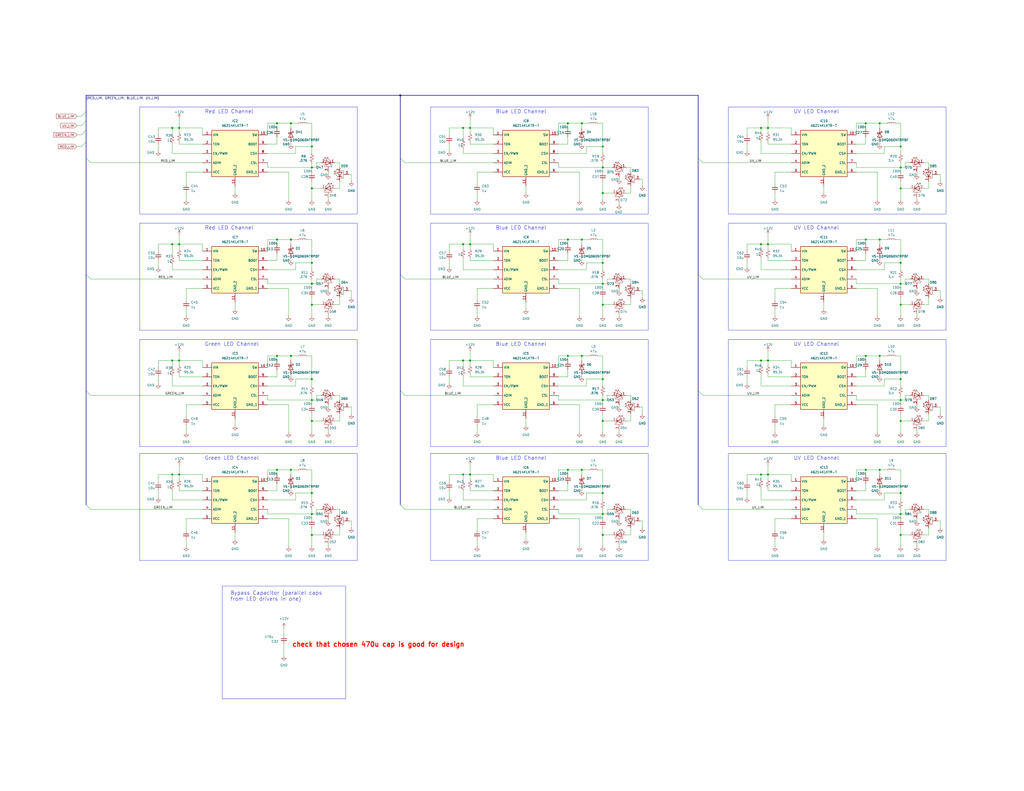
<source format=kicad_sch>
(kicad_sch (version 20231120) (generator "eeschema") (generator_version "8.0")
  (paper "C")
  (title_block (title "OreSat Solar Simulator") (date "2024-08-19") (rev "1.2"))
  (junction (at 252.73 259.08))
  (junction (at 309.88 130.81))
  (junction (at 151.13 194.31))
  (junction (at 480.06 256.54))
  (junction (at 170.18 280.67))
  (junction (at 170.18 102.87))
  (junction (at 472.44 67.31))
  (junction (at 328.93 280.67))
  (junction (at 170.18 269.24))
  (junction (at 491.49 166.37))
  (junction (at 328.93 292.1))
  (junction (at 93.98 133.35))
  (junction (at 491.49 154.94))
  (junction (at 151.13 130.81))
  (junction (at 328.93 218.44))
  (junction (at 317.5 67.31))
  (junction (at 328.93 91.44))
  (junction (at 472.44 130.81))
  (junction (at 472.44 194.31))
  (junction (at 328.93 207.01))
  (junction (at 97.79 259.08))
  (junction (at 419.1 196.85))
  (junction (at 97.79 69.85))
  (junction (at 419.1 69.85))
  (junction (at 93.98 69.85))
  (junction (at 252.73 133.35))
  (junction (at 170.18 91.44))
  (junction (at 472.44 256.54))
  (junction (at 170.18 80.01))
  (junction (at 170.18 229.87))
  (junction (at 491.49 280.67))
  (junction (at 317.5 130.81))
  (junction (at 328.93 269.24))
  (junction (at 97.79 196.85))
  (junction (at 480.06 194.31))
  (junction (at 328.93 154.94))
  (junction (at 491.49 218.44))
  (junction (at 218.44 52.07))
  (junction (at 158.75 256.54))
  (junction (at 491.49 269.24))
  (junction (at 256.54 259.08))
  (junction (at 317.5 256.54))
  (junction (at 317.5 194.31))
  (junction (at 256.54 196.85))
  (junction (at 491.49 143.51))
  (junction (at 309.88 256.54))
  (junction (at 252.73 196.85))
  (junction (at 328.93 229.87))
  (junction (at 491.49 80.01))
  (junction (at 328.93 80.01))
  (junction (at 309.88 194.31))
  (junction (at 415.29 69.85))
  (junction (at 419.1 259.08))
  (junction (at 151.13 256.54))
  (junction (at 170.18 218.44))
  (junction (at 491.49 229.87))
  (junction (at 170.18 143.51))
  (junction (at 491.49 91.44))
  (junction (at 480.06 130.81))
  (junction (at 415.29 259.08))
  (junction (at 328.93 143.51))
  (junction (at 93.98 196.85))
  (junction (at 170.18 166.37))
  (junction (at 170.18 292.1))
  (junction (at 170.18 154.94))
  (junction (at 256.54 69.85))
  (junction (at 415.29 196.85))
  (junction (at 158.75 130.81))
  (junction (at 328.93 166.37))
  (junction (at 309.88 67.31))
  (junction (at 419.1 133.35))
  (junction (at 97.79 133.35))
  (junction (at 170.18 207.01))
  (junction (at 480.06 67.31))
  (junction (at 256.54 133.35))
  (junction (at 151.13 67.31))
  (junction (at 491.49 292.1))
  (junction (at 158.75 67.31))
  (junction (at 252.73 69.85))
  (junction (at 491.49 102.87))
  (junction (at 158.75 194.31))
  (junction (at 93.98 259.08))
  (junction (at 328.93 105.41))
  (junction (at 491.49 207.01))
  (junction (at 415.29 133.35))
  (bus_entry (at 381 213.36) (size 2.54 2.54))
  (bus_entry (at 218.44 86.36) (size 2.54 2.54))
  (bus_entry (at 46.99 77.47) (size -2.54 2.54))
  (bus_entry (at 381 149.86) (size 2.54 2.54))
  (bus_entry (at 46.99 71.12) (size -2.54 2.54))
  (bus_entry (at 218.44 149.86) (size 2.54 2.54))
  (bus_entry (at 46.99 149.86) (size 2.54 2.54))
  (bus_entry (at 46.99 60.96) (size -2.54 2.54))
  (bus_entry (at 381 275.59) (size 2.54 2.54))
  (bus_entry (at 381 86.36) (size 2.54 2.54))
  (bus_entry (at 218.44 275.59) (size 2.54 2.54))
  (bus_entry (at 218.44 213.36) (size 2.54 2.54))
  (bus_entry (at 46.99 86.36) (size 2.54 2.54))
  (bus_entry (at 46.99 275.59) (size 2.54 2.54))
  (bus_entry (at 46.99 213.36) (size 2.54 2.54))
  (bus_entry (at 46.99 66.04) (size -2.54 2.54))
  (bus (pts (xy 46.99 77.47) (xy 46.99 86.36)))
  (wire (pts (xy 506.73 226.06) (xy 506.73 229.87)))
  (wire (pts (xy 97.79 140.97) (xy 97.79 142.24)))
  (wire (pts (xy 309.88 264.16) (xy 309.88 267.97)))
  (wire (pts (xy 328.93 229.87) (xy 334.01 229.87)))
  (wire (pts (xy 220.98 278.13) (xy 269.24 278.13)))
  (wire (pts (xy 472.44 130.81) (xy 480.06 130.81)))
  (wire (pts (xy 511.81 95.25) (xy 513.08 95.25)))
  (wire (pts (xy 341.63 166.37) (xy 344.17 166.37)))
  (wire (pts (xy 86.36 267.97) (xy 86.36 271.78)))
  (wire (pts (xy 419.1 128.27) (xy 419.1 133.35)))
  (wire (pts (xy 513.08 158.75) (xy 513.08 162.56)))
  (wire (pts (xy 170.18 91.44) (xy 170.18 93.98)))
  (wire (pts (xy 467.36 154.94) (xy 491.49 154.94)))
  (wire (pts (xy 170.18 280.67) (xy 170.18 278.13)))
  (wire (pts (xy 185.42 278.13) (xy 185.42 280.67)))
  (wire (pts (xy 500.38 93.98) (xy 500.38 95.25)))
  (wire (pts (xy 349.25 222.25) (xy 350.52 222.25)))
  (wire (pts (xy 252.73 196.85) (xy 245.11 196.85)))
  (wire (pts (xy 344.17 152.4) (xy 344.17 154.94)))
  (wire (pts (xy 491.49 194.31) (xy 491.49 207.01)))
  (wire (pts (xy 309.88 67.31) (xy 317.5 67.31)))
  (bus (pts (xy 381 149.86) (xy 381 213.36)))
  (wire (pts (xy 480.06 130.81) (xy 480.06 133.35)))
  (wire (pts (xy 480.06 256.54) (xy 480.06 259.08)))
  (wire (pts (xy 128.27 165.1) (xy 128.27 168.91)))
  (wire (pts (xy 304.8 67.31) (xy 309.88 67.31)))
  (wire (pts (xy 415.29 266.7) (xy 415.29 273.05)))
  (wire (pts (xy 415.29 77.47) (xy 415.29 83.82)))
  (wire (pts (xy 467.36 280.67) (xy 491.49 280.67)))
  (wire (pts (xy 110.49 196.85) (xy 97.79 196.85)))
  (wire (pts (xy 93.98 259.08) (xy 93.98 262.89)))
  (wire (pts (xy 93.98 83.82) (xy 110.49 83.82)))
  (bus (pts (xy 46.99 213.36) (xy 46.99 275.59)))
  (wire (pts (xy 245.11 142.24) (xy 245.11 146.05)))
  (wire (pts (xy 86.36 205.74) (xy 86.36 209.55)))
  (wire (pts (xy 49.53 88.9) (xy 110.49 88.9)))
  (wire (pts (xy 328.93 218.44) (xy 328.93 220.98)))
  (wire (pts (xy 256.54 191.77) (xy 256.54 196.85)))
  (bus (pts (xy 46.99 52.07) (xy 46.99 60.96)))
  (wire (pts (xy 146.05 91.44) (xy 170.18 91.44)))
  (wire (pts (xy 93.98 78.74) (xy 93.98 83.82)))
  (wire (pts (xy 328.93 154.94) (xy 328.93 152.4)))
  (wire (pts (xy 146.05 256.54) (xy 151.13 256.54)))
  (wire (pts (xy 506.73 278.13) (xy 506.73 280.67)))
  (wire (pts (xy 337.82 283.21) (xy 337.82 284.48)))
  (wire (pts (xy 167.64 256.54) (xy 170.18 256.54)))
  (wire (pts (xy 252.73 69.85) (xy 245.11 69.85)))
  (wire (pts (xy 256.54 69.85) (xy 256.54 72.39)))
  (wire (pts (xy 491.49 207.01) (xy 491.49 210.82)))
  (wire (pts (xy 260.35 283.21) (xy 260.35 289.56)))
  (wire (pts (xy 415.29 259.08) (xy 415.29 261.62)))
  (wire (pts (xy 93.98 69.85) (xy 97.79 69.85)))
  (wire (pts (xy 472.44 67.31) (xy 480.06 67.31)))
  (wire (pts (xy 161.29 80.01) (xy 161.29 83.82)))
  (wire (pts (xy 328.93 280.67) (xy 331.47 280.67)))
  (wire (pts (xy 494.03 88.9) (xy 496.57 88.9)))
  (wire (pts (xy 491.49 80.01) (xy 491.49 83.82)))
  (wire (pts (xy 256.54 128.27) (xy 256.54 133.35)))
  (wire (pts (xy 407.67 133.35) (xy 407.67 137.16)))
  (wire (pts (xy 491.49 162.56) (xy 491.49 166.37)))
  (wire (pts (xy 93.98 267.97) (xy 93.98 273.05)))
  (wire (pts (xy 467.36 67.31) (xy 467.36 73.66)))
  (wire (pts (xy 419.1 267.97) (xy 431.8 267.97)))
  (wire (pts (xy 151.13 256.54) (xy 158.75 256.54)))
  (wire (pts (xy 478.79 157.48) (xy 478.79 172.72)))
  (wire (pts (xy 419.1 133.35) (xy 419.1 135.89)))
  (wire (pts (xy 337.82 297.18) (xy 337.82 298.45)))
  (wire (pts (xy 245.11 205.74) (xy 245.11 209.55)))
  (wire (pts (xy 320.04 269.24) (xy 328.93 269.24)))
  (wire (pts (xy 350.52 97.79) (xy 350.52 101.6)))
  (wire (pts (xy 328.93 99.06) (xy 328.93 105.41)))
  (wire (pts (xy 467.36 267.97) (xy 472.44 267.97)))
  (wire (pts (xy 422.91 93.98) (xy 422.91 100.33)))
  (wire (pts (xy 110.49 133.35) (xy 97.79 133.35)))
  (wire (pts (xy 506.73 215.9) (xy 506.73 218.44)))
  (wire (pts (xy 97.79 204.47) (xy 97.79 205.74)))
  (wire (pts (xy 304.8 67.31) (xy 304.8 73.66)))
  (wire (pts (xy 467.36 256.54) (xy 467.36 262.89)))
  (wire (pts (xy 467.36 194.31) (xy 467.36 200.66)))
  (wire (pts (xy 467.36 142.24) (xy 472.44 142.24)))
  (wire (pts (xy 491.49 91.44) (xy 491.49 93.98)))
  (bus (pts (xy 381 86.36) (xy 381 149.86)))
  (wire (pts (xy 191.77 284.48) (xy 191.77 288.29)))
  (wire (pts (xy 482.6 207.01) (xy 482.6 210.82)))
  (wire (pts (xy 407.67 267.97) (xy 407.67 271.78)))
  (wire (pts (xy 93.98 133.35) (xy 93.98 139.7)))
  (wire (pts (xy 344.17 101.6) (xy 344.17 105.41)))
  (wire (pts (xy 179.07 234.95) (xy 179.07 236.22)))
  (wire (pts (xy 158.75 130.81) (xy 158.75 133.35)))
  (wire (pts (xy 317.5 67.31) (xy 321.31 67.31)))
  (wire (pts (xy 151.13 67.31) (xy 158.75 67.31)))
  (wire (pts (xy 328.93 269.24) (xy 328.93 273.05)))
  (wire (pts (xy 328.93 292.1) (xy 328.93 298.45)))
  (wire (pts (xy 309.88 138.43) (xy 309.88 142.24)))
  (wire (pts (xy 419.1 69.85) (xy 419.1 72.39)))
  (wire (pts (xy 407.67 205.74) (xy 407.67 209.55)))
  (wire (pts (xy 491.49 154.94) (xy 494.03 154.94)))
  (wire (pts (xy 383.54 215.9) (xy 431.8 215.9)))
  (wire (pts (xy 97.79 77.47) (xy 97.79 78.74)))
  (wire (pts (xy 172.72 152.4) (xy 175.26 152.4)))
  (wire (pts (xy 146.05 91.44) (xy 146.05 88.9)))
  (wire (pts (xy 431.8 220.98) (xy 422.91 220.98)))
  (wire (pts (xy 161.29 143.51) (xy 170.18 143.51)))
  (wire (pts (xy 316.23 220.98) (xy 316.23 236.22)))
  (wire (pts (xy 328.93 207.01) (xy 328.93 210.82)))
  (wire (pts (xy 467.36 218.44) (xy 467.36 215.9)))
  (wire (pts (xy 179.07 171.45) (xy 179.07 172.72)))
  (wire (pts (xy 328.93 292.1) (xy 334.01 292.1)))
  (wire (pts (xy 93.98 196.85) (xy 86.36 196.85)))
  (wire (pts (xy 252.73 76.2) (xy 252.73 69.85)))
  (wire (pts (xy 491.49 91.44) (xy 491.49 88.9)))
  (wire (pts (xy 158.75 194.31) (xy 158.75 196.85)))
  (wire (pts (xy 170.18 154.94) (xy 170.18 157.48)))
  (wire (pts (xy 472.44 259.08) (xy 472.44 256.54)))
  (wire (pts (xy 110.49 93.98) (xy 101.6 93.98)))
  (wire (pts (xy 415.29 69.85) (xy 415.29 72.39)))
  (wire (pts (xy 344.17 215.9) (xy 344.17 218.44)))
  (wire (pts (xy 97.79 254) (xy 97.79 259.08)))
  (wire (pts (xy 482.6 80.01) (xy 482.6 83.82)))
  (wire (pts (xy 350.52 158.75) (xy 350.52 162.56)))
  (wire (pts (xy 170.18 256.54) (xy 170.18 269.24)))
  (wire (pts (xy 317.5 130.81) (xy 317.5 133.35)))
  (wire (pts (xy 170.18 229.87) (xy 170.18 236.22)))
  (wire (pts (xy 146.05 280.67) (xy 146.05 278.13)))
  (wire (pts (xy 269.24 259.08) (xy 256.54 259.08)))
  (wire (pts (xy 488.95 256.54) (xy 491.49 256.54)))
  (wire (pts (xy 179.07 283.21) (xy 179.07 284.48)))
  (wire (pts (xy 182.88 278.13) (xy 185.42 278.13)))
  (wire (pts (xy 491.49 166.37) (xy 496.57 166.37)))
  (wire (pts (xy 431.8 157.48) (xy 422.91 157.48)))
  (wire (pts (xy 344.17 278.13) (xy 344.17 280.67)))
  (wire (pts (xy 511.81 222.25) (xy 513.08 222.25)))
  (wire (pts (xy 182.88 102.87) (xy 185.42 102.87)))
  (wire (pts (xy 158.75 256.54) (xy 162.56 256.54)))
  (wire (pts (xy 467.36 67.31) (xy 472.44 67.31)))
  (wire (pts (xy 491.49 218.44) (xy 491.49 215.9)))
  (wire (pts (xy 304.8 218.44) (xy 304.8 215.9)))
  (wire (pts (xy 491.49 218.44) (xy 494.03 218.44)))
  (wire (pts (xy 309.88 130.81) (xy 317.5 130.81)))
  (wire (pts (xy 287.02 165.1) (xy 287.02 168.91)))
  (wire (pts (xy 494.03 154.94) (xy 494.03 152.4)))
  (wire (pts (xy 161.29 269.24) (xy 161.29 273.05)))
  (wire (pts (xy 478.79 220.98) (xy 478.79 236.22)))
  (wire (pts (xy 337.82 110.49) (xy 337.82 111.76)))
  (wire (pts (xy 504.19 166.37) (xy 506.73 166.37)))
  (wire (pts (xy 304.8 91.44) (xy 328.93 91.44)))
  (wire (pts (xy 97.79 64.77) (xy 97.79 69.85)))
  (wire (pts (xy 480.06 194.31) (xy 480.06 196.85)))
  (wire (pts (xy 328.93 105.41) (xy 334.01 105.41)))
  (wire (pts (xy 480.06 130.81) (xy 483.87 130.81)))
  (wire (pts (xy 328.93 80.01) (xy 328.93 83.82)))
  (wire (pts (xy 415.29 133.35) (xy 407.67 133.35)))
  (wire (pts (xy 146.05 130.81) (xy 146.05 137.16)))
  (wire (pts (xy 467.36 194.31) (xy 472.44 194.31)))
  (wire (pts (xy 256.54 133.35) (xy 256.54 135.89)))
  (wire (pts (xy 491.49 256.54) (xy 491.49 269.24)))
  (wire (pts (xy 151.13 138.43) (xy 151.13 142.24)))
  (wire (pts (xy 344.17 226.06) (xy 344.17 229.87)))
  (wire (pts (xy 328.93 194.31) (xy 328.93 207.01)))
  (wire (pts (xy 316.23 93.98) (xy 316.23 109.22)))
  (wire (pts (xy 513.08 222.25) (xy 513.08 226.06)))
  (wire (pts (xy 506.73 288.29) (xy 506.73 292.1)))
  (wire (pts (xy 260.35 168.91) (xy 260.35 172.72)))
  (wire (pts (xy 326.39 194.31) (xy 328.93 194.31)))
  (wire (pts (xy 172.72 88.9) (xy 175.26 88.9)))
  (wire (pts (xy 467.36 205.74) (xy 472.44 205.74)))
  (wire (pts (xy 491.49 292.1) (xy 491.49 298.45)))
  (wire (pts (xy 480.06 256.54) (xy 483.87 256.54)))
  (wire (pts (xy 269.24 137.16) (xy 269.24 133.35)))
  (wire (pts (xy 431.8 262.89) (xy 431.8 259.08)))
  (wire (pts (xy 491.49 166.37) (xy 491.49 172.72)))
  (wire (pts (xy 480.06 266.7) (xy 480.06 267.97)))
  (wire (pts (xy 179.07 157.48) (xy 179.07 158.75)))
  (wire (pts (xy 185.42 288.29) (xy 185.42 292.1)))
  (wire (pts (xy 252.73 196.85) (xy 252.73 200.66)))
  (wire (pts (xy 513.08 284.48) (xy 513.08 288.29)))
  (wire (pts (xy 161.29 207.01) (xy 170.18 207.01)))
  (wire (pts (xy 341.63 215.9) (xy 344.17 215.9)))
  (wire (pts (xy 101.6 168.91) (xy 101.6 172.72)))
  (wire (pts (xy 245.11 259.08) (xy 245.11 262.89)))
  (wire (pts (xy 407.67 142.24) (xy 407.67 146.05)))
  (wire (pts (xy 170.18 218.44) (xy 172.72 218.44)))
  (wire (pts (xy 304.8 256.54) (xy 309.88 256.54)))
  (wire (pts (xy 337.82 171.45) (xy 337.82 172.72)))
  (wire (pts (xy 170.18 130.81) (xy 170.18 143.51)))
  (wire (pts (xy 252.73 140.97) (xy 252.73 147.32)))
  (wire (pts (xy 97.79 196.85) (xy 97.79 199.39)))
  (wire (pts (xy 513.08 95.25) (xy 513.08 99.06)))
  (wire (pts (xy 158.75 256.54) (xy 158.75 259.08)))
  (wire (pts (xy 316.23 283.21) (xy 304.8 283.21)))
  (wire (pts (xy 179.07 220.98) (xy 179.07 222.25)))
  (wire (pts (xy 146.05 205.74) (xy 151.13 205.74)))
  (wire (pts (xy 304.8 256.54) (xy 304.8 262.89)))
  (wire (pts (xy 151.13 196.85) (xy 151.13 194.31)))
  (wire (pts (xy 419.1 254) (xy 419.1 259.08)))
  (bus (pts (xy 46.99 60.96) (xy 46.99 66.04)))
  (wire (pts (xy 256.54 78.74) (xy 269.24 78.74)))
  (wire (pts (xy 478.79 283.21) (xy 478.79 298.45)))
  (wire (pts (xy 260.35 294.64) (xy 260.35 298.45)))
  (wire (pts (xy 101.6 283.21) (xy 101.6 289.56)))
  (wire (pts (xy 472.44 201.93) (xy 472.44 205.74)))
  (wire (pts (xy 170.18 218.44) (xy 170.18 220.98)))
  (wire (pts (xy 449.58 101.6) (xy 449.58 105.41)))
  (wire (pts (xy 269.24 200.66) (xy 269.24 196.85)))
  (wire (pts (xy 304.8 194.31) (xy 304.8 200.66)))
  (wire (pts (xy 170.18 280.67) (xy 172.72 280.67)))
  (wire (pts (xy 220.98 88.9) (xy 269.24 88.9)))
  (wire (pts (xy 304.8 154.94) (xy 304.8 152.4)))
  (wire (pts (xy 93.98 133.35) (xy 86.36 133.35)))
  (wire (pts (xy 110.49 262.89) (xy 110.49 259.08)))
  (wire (pts (xy 170.18 194.31) (xy 170.18 207.01)))
  (wire (pts (xy 500.38 234.95) (xy 500.38 236.22)))
  (wire (pts (xy 157.48 220.98) (xy 157.48 236.22)))
  (wire (pts (xy 328.93 166.37) (xy 328.93 172.72)))
  (wire (pts (xy 422.91 105.41) (xy 422.91 109.22)))
  (bus (pts (xy 46.99 71.12) (xy 46.99 77.47)))
  (wire (pts (xy 161.29 83.82) (xy 146.05 83.82)))
  (wire (pts (xy 491.49 102.87) (xy 491.49 109.22)))
  (wire (pts (xy 415.29 147.32) (xy 431.8 147.32)))
  (wire (pts (xy 419.1 191.77) (xy 419.1 196.85)))
  (wire (pts (xy 504.19 152.4) (xy 506.73 152.4)))
  (wire (pts (xy 151.13 69.85) (xy 151.13 67.31)))
  (wire (pts (xy 491.49 280.67) (xy 494.03 280.67)))
  (wire (pts (xy 478.79 93.98) (xy 478.79 109.22)))
  (wire (pts (xy 161.29 269.24) (xy 170.18 269.24)))
  (wire (pts (xy 478.79 93.98) (xy 467.36 93.98)))
  (wire (pts (xy 304.8 130.81) (xy 309.88 130.81)))
  (wire (pts (xy 287.02 228.6) (xy 287.02 232.41)))
  (wire (pts (xy 491.49 143.51) (xy 491.49 147.32)))
  (wire (pts (xy 309.88 201.93) (xy 309.88 205.74)))
  (wire (pts (xy 482.6 210.82) (xy 467.36 210.82)))
  (wire (pts (xy 260.35 220.98) (xy 260.35 227.33)))
  (wire (pts (xy 500.38 220.98) (xy 500.38 222.25)))
  (wire (pts (xy 158.75 266.7) (xy 158.75 267.97)))
  (wire (pts (xy 422.91 157.48) (xy 422.91 163.83)))
  (wire (pts (xy 317.5 130.81) (xy 321.31 130.81)))
  (wire (pts (xy 472.44 138.43) (xy 472.44 142.24)))
  (wire (pts (xy 337.82 157.48) (xy 337.82 158.75)))
  (wire (pts (xy 151.13 259.08) (xy 151.13 256.54)))
  (wire (pts (xy 170.18 207.01) (xy 170.18 210.82)))
  (wire (pts (xy 256.54 266.7) (xy 256.54 267.97)))
  (wire (pts (xy 260.35 105.41) (xy 260.35 109.22)))
  (bus (pts (xy 218.44 149.86) (xy 218.44 213.36)))
  (wire (pts (xy 93.98 210.82) (xy 110.49 210.82)))
  (wire (pts (xy 182.88 215.9) (xy 185.42 215.9)))
  (wire (pts (xy 328.93 256.54) (xy 328.93 269.24)))
  (wire (pts (xy 491.49 91.44) (xy 494.03 91.44)))
  (wire (pts (xy 269.24 262.89) (xy 269.24 259.08)))
  (wire (pts (xy 146.05 280.67) (xy 170.18 280.67)))
  (wire (pts (xy 415.29 196.85) (xy 419.1 196.85)))
  (wire (pts (xy 110.49 259.08) (xy 97.79 259.08)))
  (wire (pts (xy 256.54 77.47) (xy 256.54 78.74)))
  (wire (pts (xy 170.18 143.51) (xy 170.18 147.32)))
  (wire (pts (xy 179.07 107.95) (xy 179.07 109.22)))
  (wire (pts (xy 415.29 69.85) (xy 407.67 69.85)))
  (bus (pts (xy 218.44 149.86) (xy 218.44 86.36)))
  (wire (pts (xy 415.29 140.97) (xy 415.29 147.32)))
  (wire (pts (xy 146.05 194.31) (xy 151.13 194.31)))
  (wire (pts (xy 506.73 99.06) (xy 506.73 102.87)))
  (wire (pts (xy 97.79 191.77) (xy 97.79 196.85)))
  (wire (pts (xy 269.24 157.48) (xy 260.35 157.48)))
  (wire (pts (xy 309.88 256.54) (xy 317.5 256.54)))
  (wire (pts (xy 491.49 292.1) (xy 496.57 292.1)))
  (wire (pts (xy 110.49 69.85) (xy 97.79 69.85)))
  (wire (pts (xy 511.81 158.75) (xy 513.08 158.75)))
  (wire (pts (xy 110.49 220.98) (xy 101.6 220.98)))
  (wire (pts (xy 317.5 77.47) (xy 317.5 78.74)))
  (wire (pts (xy 480.06 204.47) (xy 480.06 205.74)))
  (bus (pts (xy 381 213.36) (xy 381 275.59)))
  (wire (pts (xy 146.05 67.31) (xy 146.05 73.66)))
  (wire (pts (xy 482.6 269.24) (xy 482.6 273.05)))
  (wire (pts (xy 86.36 133.35) (xy 86.36 137.16)))
  (wire (pts (xy 478.79 283.21) (xy 467.36 283.21)))
  (wire (pts (xy 328.93 105.41) (xy 328.93 109.22)))
  (wire (pts (xy 97.79 266.7) (xy 97.79 267.97)))
  (wire (pts (xy 320.04 143.51) (xy 328.93 143.51)))
  (wire (pts (xy 256.54 64.77) (xy 256.54 69.85)))
  (wire (pts (xy 309.88 194.31) (xy 317.5 194.31)))
  (wire (pts (xy 309.88 259.08) (xy 309.88 256.54)))
  (wire (pts (xy 170.18 288.29) (xy 170.18 292.1)))
  (wire (pts (xy 86.36 142.24) (xy 86.36 146.05)))
  (wire (pts (xy 157.48 283.21) (xy 157.48 298.45)))
  (bus (pts (xy 46.99 52.07) (xy 218.44 52.07)))
  (wire (pts (xy 252.73 259.08) (xy 245.11 259.08)))
  (wire (pts (xy 269.24 196.85) (xy 256.54 196.85)))
  (wire (pts (xy 170.18 269.24) (xy 170.18 273.05)))
  (wire (pts (xy 337.82 96.52) (xy 337.82 97.79)))
  (wire (pts (xy 317.5 140.97) (xy 317.5 142.24)))
  (wire (pts (xy 488.95 67.31) (xy 491.49 67.31)))
  (wire (pts (xy 256.54 259.08) (xy 256.54 261.62)))
  (wire (pts (xy 269.24 73.66) (xy 269.24 69.85)))
  (wire (pts (xy 158.75 194.31) (xy 162.56 194.31)))
  (wire (pts (xy 157.48 93.98) (xy 146.05 93.98)))
  (wire (pts (xy 154.94 342.9) (xy 154.94 346.71)))
  (wire (pts (xy 252.73 273.05) (xy 269.24 273.05)))
  (wire (pts (xy 320.04 80.01) (xy 320.04 83.82)))
  (wire (pts (xy 480.06 67.31) (xy 480.06 69.85)))
  (wire (pts (xy 344.17 162.56) (xy 344.17 166.37)))
  (wire (pts (xy 161.29 210.82) (xy 146.05 210.82)))
  (wire (pts (xy 49.53 152.4) (xy 110.49 152.4)))
  (wire (pts (xy 449.58 290.83) (xy 449.58 294.64)))
  (wire (pts (xy 494.03 91.44) (xy 494.03 88.9)))
  (wire (pts (xy 182.88 152.4) (xy 185.42 152.4)))
  (wire (pts (xy 170.18 80.01) (xy 170.18 83.82)))
  (wire (pts (xy 157.48 157.48) (xy 146.05 157.48)))
  (wire (pts (xy 331.47 154.94) (xy 331.47 152.4)))
  (wire (pts (xy 101.6 93.98) (xy 101.6 100.33)))
  (wire (pts (xy 337.82 220.98) (xy 337.82 222.25)))
  (wire (pts (xy 304.8 194.31) (xy 309.88 194.31)))
  (wire (pts (xy 304.8 142.24) (xy 309.88 142.24)))
  (wire (pts (xy 146.05 130.81) (xy 151.13 130.81)))
  (wire (pts (xy 504.19 292.1) (xy 506.73 292.1)))
  (wire (pts (xy 422.91 232.41) (xy 422.91 236.22)))
  (wire (pts (xy 167.64 67.31) (xy 170.18 67.31)))
  (wire (pts (xy 146.05 154.94) (xy 170.18 154.94)))
  (wire (pts (xy 491.49 288.29) (xy 491.49 292.1)))
  (wire (pts (xy 328.93 130.81) (xy 328.93 143.51)))
  (wire (pts (xy 467.36 130.81) (xy 472.44 130.81)))
  (wire (pts (xy 185.42 88.9) (xy 185.42 91.44)))
  (wire (pts (xy 328.93 218.44) (xy 328.93 215.9)))
  (wire (pts (xy 304.8 267.97) (xy 309.88 267.97)))
  (wire (pts (xy 491.49 280.67) (xy 491.49 283.21)))
  (wire (pts (xy 422.91 294.64) (xy 422.91 298.45)))
  (wire (pts (xy 344.17 91.44) (xy 344.17 93.98)))
  (wire (pts (xy 269.24 93.98) (xy 260.35 93.98)))
  (wire (pts (xy 172.72 154.94) (xy 172.72 152.4)))
  (wire (pts (xy 482.6 147.32) (xy 467.36 147.32)))
  (wire (pts (xy 407.67 259.08) (xy 407.67 262.89)))
  (wire (pts (xy 151.13 133.35) (xy 151.13 130.81)))
  (wire (pts (xy 151.13 201.93) (xy 151.13 205.74)))
  (wire (pts (xy 170.18 226.06) (xy 170.18 229.87)))
  (bus (pts (xy 218.44 52.07) (xy 381 52.07)))
  (wire (pts (xy 252.73 69.85) (xy 256.54 69.85)))
  (wire (pts (xy 260.35 157.48) (xy 260.35 163.83)))
  (wire (pts (xy 326.39 67.31) (xy 328.93 67.31)))
  (wire (pts (xy 467.36 256.54) (xy 472.44 256.54)))
  (wire (pts (xy 449.58 228.6) (xy 449.58 232.41)))
  (wire (pts (xy 316.23 157.48) (xy 316.23 172.72)))
  (wire (pts (xy 494.03 218.44) (xy 494.03 215.9)))
  (wire (pts (xy 407.67 196.85) (xy 407.67 200.66)))
  (wire (pts (xy 172.72 218.44) (xy 172.72 215.9)))
  (wire (pts (xy 419.1 205.74) (xy 431.8 205.74)))
  (wire (pts (xy 320.04 147.32) (xy 304.8 147.32)))
  (wire (pts (xy 101.6 105.41) (xy 101.6 109.22)))
  (wire (pts (xy 419.1 142.24) (xy 431.8 142.24)))
  (wire (pts (xy 161.29 273.05) (xy 146.05 273.05)))
  (wire (pts (xy 151.13 74.93) (xy 151.13 78.74)))
  (wire (pts (xy 185.42 99.06) (xy 185.42 102.87)))
  (wire (pts (xy 170.18 154.94) (xy 170.18 152.4)))
  (wire (pts (xy 157.48 220.98) (xy 146.05 220.98)))
  (wire (pts (xy 350.52 222.25) (xy 350.52 226.06)))
  (wire (pts (xy 419.1 204.47) (xy 419.1 205.74)))
  (wire (pts (xy 170.18 229.87) (xy 175.26 229.87)))
  (wire (pts (xy 415.29 204.47) (xy 415.29 210.82)))
  (wire (pts (xy 422.91 220.98) (xy 422.91 227.33)))
  (wire (pts (xy 260.35 93.98) (xy 260.35 100.33)))
  (wire (pts (xy 146.05 154.94) (xy 146.05 152.4)))
  (wire (pts (xy 449.58 165.1) (xy 449.58 168.91)))
  (wire (pts (xy 316.23 93.98) (xy 304.8 93.98)))
  (wire (pts (xy 93.98 196.85) (xy 97.79 196.85)))
  (wire (pts (xy 190.5 222.25) (xy 191.77 222.25)))
  (wire (pts (xy 41.91 68.58) (xy 44.45 68.58)))
  (wire (pts (xy 252.73 259.08) (xy 252.73 262.89)))
  (wire (pts (xy 146.05 267.97) (xy 151.13 267.97)))
  (wire (pts (xy 504.19 102.87) (xy 506.73 102.87)))
  (wire (pts (xy 431.8 133.35) (xy 419.1 133.35)))
  (wire (pts (xy 494.03 280.67) (xy 494.03 278.13)))
  (wire (pts (xy 467.36 280.67) (xy 467.36 278.13)))
  (wire (pts (xy 256.54 254) (xy 256.54 259.08)))
  (wire (pts (xy 419.1 64.77) (xy 419.1 69.85)))
  (wire (pts (xy 151.13 194.31) (xy 158.75 194.31)))
  (wire (pts (xy 491.49 130.81) (xy 491.49 143.51)))
  (wire (pts (xy 491.49 218.44) (xy 491.49 220.98)))
  (wire (pts (xy 341.63 152.4) (xy 344.17 152.4)))
  (wire (pts (xy 415.29 273.05) (xy 431.8 273.05)))
  (wire (pts (xy 349.25 284.48) (xy 350.52 284.48)))
  (wire (pts (xy 93.98 144.78) (xy 93.98 147.32)))
  (wire (pts (xy 482.6 143.51) (xy 491.49 143.51)))
  (wire (pts (xy 491.49 229.87) (xy 496.57 229.87)))
  (wire (pts (xy 491.49 99.06) (xy 491.49 102.87)))
  (wire (pts (xy 158.75 77.47) (xy 158.75 78.74)))
  (wire (pts (xy 467.36 91.44) (xy 467.36 88.9)))
  (wire (pts (xy 317.5 67.31) (xy 317.5 69.85)))
  (wire (pts (xy 185.42 215.9) (xy 185.42 218.44)))
  (wire (pts (xy 488.95 194.31) (xy 491.49 194.31)))
  (wire (pts (xy 287.02 101.6) (xy 287.02 105.41)))
  (wire (pts (xy 472.44 264.16) (xy 472.44 267.97)))
  (wire (pts (xy 326.39 130.81) (xy 328.93 130.81)))
  (wire (pts (xy 185.42 162.56) (xy 185.42 166.37)))
  (wire (pts (xy 422.91 283.21) (xy 422.91 289.56)))
  (wire (pts (xy 328.93 154.94) (xy 331.47 154.94)))
  (wire (pts (xy 110.49 200.66) (xy 110.49 196.85)))
  (wire (pts (xy 431.8 137.16) (xy 431.8 133.35)))
  (wire (pts (xy 256.54 142.24) (xy 269.24 142.24)))
  (wire (pts (xy 49.53 278.13) (xy 110.49 278.13)))
  (wire (pts (xy 383.54 88.9) (xy 431.8 88.9)))
  (wire (pts (xy 269.24 133.35) (xy 256.54 133.35)))
  (wire (pts (xy 110.49 157.48) (xy 101.6 157.48)))
  (wire (pts (xy 431.8 69.85) (xy 419.1 69.85)))
  (wire (pts (xy 304.8 280.67) (xy 304.8 278.13)))
  (wire (pts (xy 317.5 256.54) (xy 321.31 256.54)))
  (wire (pts (xy 317.5 194.31) (xy 317.5 196.85)))
  (wire (pts (xy 328.93 218.44) (xy 331.47 218.44)))
  (wire (pts (xy 415.29 196.85) (xy 415.29 199.39)))
  (wire (pts (xy 491.49 154.94) (xy 491.49 152.4)))
  (wire (pts (xy 328.93 91.44) (xy 328.93 88.9)))
  (wire (pts (xy 110.49 283.21) (xy 101.6 283.21)))
  (wire (pts (xy 407.67 78.74) (xy 407.67 82.55)))
  (bus (pts (xy 46.99 86.36) (xy 46.99 149.86)))
  (wire (pts (xy 341.63 229.87) (xy 344.17 229.87)))
  (wire (pts (xy 383.54 278.13) (xy 431.8 278.13)))
  (wire (pts (xy 151.13 130.81) (xy 158.75 130.81)))
  (wire (pts (xy 170.18 166.37) (xy 175.26 166.37)))
  (wire (pts (xy 317.5 204.47) (xy 317.5 205.74)))
  (wire (pts (xy 256.54 267.97) (xy 269.24 267.97)))
  (wire (pts (xy 170.18 99.06) (xy 170.18 102.87)))
  (wire (pts (xy 317.5 266.7) (xy 317.5 267.97)))
  (wire (pts (xy 500.38 283.21) (xy 500.38 284.48)))
  (wire (pts (xy 320.04 83.82) (xy 304.8 83.82)))
  (wire (pts (xy 86.36 196.85) (xy 86.36 200.66)))
  (wire (pts (xy 252.73 205.74) (xy 252.73 210.82)))
  (wire (pts (xy 422.91 168.91) (xy 422.91 172.72)))
  (wire (pts (xy 158.75 67.31) (xy 162.56 67.31)))
  (wire (pts (xy 482.6 207.01) (xy 491.49 207.01)))
  (wire (pts (xy 309.88 133.35) (xy 309.88 130.81)))
  (wire (pts (xy 191.77 158.75) (xy 191.77 162.56)))
  (wire (pts (xy 101.6 220.98) (xy 101.6 227.33)))
  (wire (pts (xy 494.03 215.9) (xy 496.57 215.9)))
  (wire (pts (xy 252.73 133.35) (xy 252.73 135.89)))
  (wire (pts (xy 93.98 133.35) (xy 97.79 133.35)))
  (wire (pts (xy 511.81 284.48) (xy 513.08 284.48)))
  (wire (pts (xy 182.88 292.1) (xy 185.42 292.1)))
  (wire (pts (xy 170.18 91.44) (xy 170.18 88.9)))
  (wire (pts (xy 97.79 142.24) (xy 110.49 142.24)))
  (wire (pts (xy 328.93 280.67) (xy 328.93 283.21)))
  (wire (pts (xy 110.49 137.16) (xy 110.49 133.35)))
  (wire (pts (xy 328.93 91.44) (xy 334.01 91.44)))
  (wire (pts (xy 190.5 95.25) (xy 191.77 95.25)))
  (wire (pts (xy 480.06 77.47) (xy 480.06 78.74)))
  (wire (pts (xy 472.44 256.54) (xy 480.06 256.54)))
  (wire (pts (xy 252.73 133.35) (xy 245.11 133.35)))
  (wire (pts (xy 316.23 157.48) (xy 304.8 157.48)))
  (bus (pts (xy 218.44 52.07) (xy 218.44 86.36)))
  (wire (pts (xy 304.8 130.81) (xy 304.8 137.16)))
  (wire (pts (xy 331.47 215.9) (xy 334.01 215.9)))
  (wire (pts (xy 146.05 67.31) (xy 151.13 67.31)))
  (wire (pts (xy 316.23 220.98) (xy 304.8 220.98)))
  (wire (pts (xy 341.63 91.44) (xy 344.17 91.44)))
  (wire (pts (xy 146.05 218.44) (xy 170.18 218.44)))
  (wire (pts (xy 252.73 196.85) (xy 256.54 196.85)))
  (wire (pts (xy 317.5 256.54) (xy 317.5 259.08)))
  (wire (pts (xy 320.04 207.01) (xy 328.93 207.01)))
  (wire (pts (xy 472.44 69.85) (xy 472.44 67.31)))
  (wire (pts (xy 467.36 91.44) (xy 491.49 91.44)))
  (wire (pts (xy 97.79 133.35) (xy 97.79 135.89)))
  (wire (pts (xy 500.38 107.95) (xy 500.38 109.22)))
  (wire (pts (xy 260.35 232.41) (xy 260.35 236.22)))
  (wire (pts (xy 331.47 152.4) (xy 334.01 152.4)))
  (wire (pts (xy 146.05 142.24) (xy 151.13 142.24)))
  (bus (pts (xy 46.99 149.86) (xy 46.99 213.36)))
  (bus (pts (xy 381 52.07) (xy 381 86.36)))
  (wire (pts (xy 220.98 215.9) (xy 269.24 215.9)))
  (wire (pts (xy 328.93 162.56) (xy 328.93 166.37)))
  (wire (pts (xy 256.54 140.97) (xy 256.54 142.24)))
  (wire (pts (xy 157.48 93.98) (xy 157.48 109.22)))
  (wire (pts (xy 482.6 273.05) (xy 467.36 273.05)))
  (wire (pts (xy 320.04 210.82) (xy 304.8 210.82)))
  (wire (pts (xy 86.36 259.08) (xy 86.36 262.89)))
  (wire (pts (xy 482.6 80.01) (xy 491.49 80.01)))
  (wire (pts (xy 97.79 128.27) (xy 97.79 133.35)))
  (wire (pts (xy 256.54 204.47) (xy 256.54 205.74)))
  (wire (pts (xy 500.38 171.45) (xy 500.38 172.72)))
  (wire (pts (xy 304.8 154.94) (xy 328.93 154.94)))
  (wire (pts (xy 472.44 196.85) (xy 472.44 194.31)))
  (wire (pts (xy 170.18 102.87) (xy 170.18 109.22)))
  (wire (pts (xy 128.27 290.83) (xy 128.27 294.64)))
  (wire (pts (xy 256.54 205.74) (xy 269.24 205.74)))
  (wire (pts (xy 504.19 88.9) (xy 506.73 88.9)))
  (wire (pts (xy 472.44 194.31) (xy 480.06 194.31)))
  (wire (pts (xy 128.27 101.6) (xy 128.27 105.41)))
  (wire (pts (xy 245.11 267.97) (xy 245.11 271.78)))
  (wire (pts (xy 151.13 264.16) (xy 151.13 267.97)))
  (wire (pts (xy 320.04 269.24) (xy 320.04 273.05)))
  (wire (pts (xy 491.49 280.67) (xy 491.49 278.13)))
  (wire (pts (xy 344.17 288.29) (xy 344.17 292.1)))
  (wire (pts (xy 506.73 88.9) (xy 506.73 91.44)))
  (wire (pts (xy 170.18 292.1) (xy 175.26 292.1)))
  (wire (pts (xy 93.98 147.32) (xy 110.49 147.32)))
  (wire (pts (xy 337.82 234.95) (xy 337.82 236.22)))
  (wire (pts (xy 431.8 283.21) (xy 422.91 283.21)))
  (wire (pts (xy 328.93 166.37) (xy 334.01 166.37)))
  (wire (pts (xy 320.04 273.05) (xy 304.8 273.05)))
  (wire (pts (xy 101.6 232.41) (xy 101.6 236.22)))
  (wire (pts (xy 320.04 207.01) (xy 320.04 210.82)))
  (wire (pts (xy 158.75 140.97) (xy 158.75 142.24)))
  (wire (pts (xy 252.73 147.32) (xy 269.24 147.32)))
  (wire (pts (xy 500.38 297.18) (xy 500.38 298.45)))
  (wire (pts (xy 167.64 194.31) (xy 170.18 194.31)))
  (wire (pts (xy 158.75 130.81) (xy 162.56 130.81)))
  (wire (pts (xy 158.75 204.47) (xy 158.75 205.74)))
  (wire (pts (xy 172.72 91.44) (xy 172.72 88.9)))
  (wire (pts (xy 506.73 152.4) (xy 506.73 154.94)))
  (wire (pts (xy 478.79 157.48) (xy 467.36 157.48)))
  (wire (pts (xy 494.03 152.4) (xy 496.57 152.4)))
  (wire (pts (xy 491.49 67.31) (xy 491.49 80.01)))
  (wire (pts (xy 341.63 105.41) (xy 344.17 105.41)))
  (wire (pts (xy 482.6 143.51) (xy 482.6 147.32)))
  (wire (pts (xy 49.53 215.9) (xy 110.49 215.9)))
  (wire (pts (xy 415.29 69.85) (xy 419.1 69.85)))
  (wire (pts (xy 93.98 259.08) (xy 86.36 259.08)))
  (wire (pts (xy 504.19 278.13) (xy 506.73 278.13)))
  (wire (pts (xy 256.54 196.85) (xy 256.54 199.39)))
  (wire (pts (xy 328.93 67.31) (xy 328.93 80.01)))
  (wire (pts (xy 245.11 78.74) (xy 245.11 82.55)))
  (wire (pts (xy 415.29 210.82) (xy 431.8 210.82)))
  (wire (pts (xy 172.72 278.13) (xy 175.26 278.13)))
  (wire (pts (xy 101.6 294.64) (xy 101.6 298.45)))
  (bus (pts (xy 218.44 213.36) (xy 218.44 275.59)))
  (wire (pts (xy 179.07 297.18) (xy 179.07 298.45)))
  (wire (pts (xy 494.03 278.13) (xy 496.57 278.13)))
  (wire (pts (xy 93.98 205.74) (xy 93.98 210.82)))
  (wire (pts (xy 170.18 162.56) (xy 170.18 166.37)))
  (wire (pts (xy 467.36 218.44) (xy 491.49 218.44)))
  (wire (pts (xy 431.8 196.85) (xy 419.1 196.85)))
  (wire (pts (xy 252.73 210.82) (xy 269.24 210.82)))
  (wire (pts (xy 93.98 259.08) (xy 97.79 259.08)))
  (wire (pts (xy 101.6 157.48) (xy 101.6 163.83)))
  (wire (pts (xy 431.8 73.66) (xy 431.8 69.85)))
  (wire (pts (xy 491.49 154.94) (xy 491.49 157.48)))
  (wire (pts (xy 491.49 226.06) (xy 491.49 229.87)))
  (wire (pts (xy 146.05 256.54) (xy 146.05 262.89)))
  (wire (pts (xy 191.77 95.25) (xy 191.77 99.06)))
  (wire (pts (xy 185.42 226.06) (xy 185.42 229.87)))
  (wire (pts (xy 179.07 93.98) (xy 179.07 95.25)))
  (wire (pts (xy 478.79 220.98) (xy 467.36 220.98)))
  (wire (pts (xy 482.6 83.82) (xy 467.36 83.82)))
  (wire (pts (xy 328.93 143.51) (xy 328.93 147.32)))
  (wire (pts (xy 93.98 196.85) (xy 93.98 200.66)))
  (wire (pts (xy 431.8 93.98) (xy 422.91 93.98)))
  (wire (pts (xy 328.93 288.29) (xy 328.93 292.1)))
  (wire (pts (xy 350.52 284.48) (xy 350.52 288.29)))
  (wire (pts (xy 383.54 152.4) (xy 431.8 152.4)))
  (wire (pts (xy 158.75 67.31) (xy 158.75 69.85)))
  (wire (pts (xy 415.29 83.82) (xy 431.8 83.82)))
  (wire (pts (xy 431.8 259.08) (xy 419.1 259.08)))
  (wire (pts (xy 506.73 162.56) (xy 506.73 166.37)))
  (wire (pts (xy 190.5 158.75) (xy 191.77 158.75)))
  (wire (pts (xy 170.18 292.1) (xy 170.18 298.45)))
  (wire (pts (xy 170.18 91.44) (xy 172.72 91.44)))
  (wire (pts (xy 331.47 278.13) (xy 334.01 278.13)))
  (wire (pts (xy 304.8 205.74) (xy 309.88 205.74)))
  (wire (pts (xy 128.27 228.6) (xy 128.27 232.41)))
  (wire (pts (xy 415.29 259.08) (xy 407.67 259.08)))
  (wire (pts (xy 467.36 154.94) (xy 467.36 152.4)))
  (wire (pts (xy 220.98 152.4) (xy 269.24 152.4)))
  (wire (pts (xy 480.06 67.31) (xy 483.87 67.31)))
  (wire (pts (xy 480.06 194.31) (xy 483.87 194.31)))
  (wire (pts (xy 245.11 69.85) (xy 245.11 73.66)))
  (wire (pts (xy 182.88 229.87) (xy 185.42 229.87)))
  (wire (pts (xy 467.36 130.81) (xy 467.36 137.16)))
  (wire (pts (xy 161.29 80.01) (xy 170.18 80.01)))
  (wire (pts (xy 415.29 133.35) (xy 419.1 133.35)))
  (wire (pts (xy 415.29 133.35) (xy 415.29 135.89)))
  (wire (pts (xy 157.48 157.48) (xy 157.48 172.72)))
  (wire (pts (xy 157.48 283.21) (xy 146.05 283.21)))
  (wire (pts (xy 431.8 200.66) (xy 431.8 196.85)))
  (wire (pts (xy 93.98 69.85) (xy 93.98 73.66)))
  (wire (pts (xy 500.38 157.48) (xy 500.38 158.75)))
  (wire (pts (xy 504.19 229.87) (xy 506.73 229.87)))
  (wire (pts (xy 341.63 278.13) (xy 344.17 278.13)))
  (wire (pts (xy 304.8 91.44) (xy 304.8 88.9)))
  (wire (pts (xy 154.94 351.79) (xy 154.94 358.14)))
  (wire (pts (xy 41.91 63.5) (xy 44.45 63.5)))
  (wire (pts (xy 415.29 259.08) (xy 419.1 259.08)))
  (wire (pts (xy 491.49 102.87) (xy 496.57 102.87)))
  (wire (pts (xy 146.05 218.44) (xy 146.05 215.9)))
  (wire (pts (xy 245.11 133.35) (xy 245.11 137.16)))
  (wire (pts (xy 146.05 78.74) (xy 151.13 78.74)))
  (wire (pts (xy 252.73 267.97) (xy 252.73 273.05)))
  (wire (pts (xy 170.18 154.94) (xy 172.72 154.94)))
  (wire (pts (xy 252.73 83.82) (xy 269.24 83.82)))
  (wire (pts (xy 320.04 143.51) (xy 320.04 147.32)))
  (wire (pts (xy 328.93 226.06) (xy 328.93 229.87)))
  (wire (pts (xy 269.24 69.85) (xy 256.54 69.85)))
  (wire (pts (xy 328.93 91.44) (xy 328.93 93.98)))
  (wire (pts (xy 172.72 280.67) (xy 172.72 278.13)))
  (wire (pts (xy 161.29 143.51) (xy 161.29 147.32)))
  (wire (pts (xy 170.18 102.87) (xy 175.26 102.87)))
  (wire (pts (xy 170.18 67.31) (xy 170.18 80.01)))
  (wire (pts (xy 309.88 69.85) (xy 309.88 67.31)))
  (wire (pts (xy 317.5 194.31) (xy 321.31 194.31)))
  (wire (pts (xy 182.88 166.37) (xy 185.42 166.37)))
  (wire (pts (xy 326.39 256.54) (xy 328.93 256.54)))
  (wire (pts (xy 415.29 196.85) (xy 407.67 196.85)))
  (wire (pts (xy 252.73 259.08) (xy 256.54 259.08)))
  (wire (pts (xy 97.79 205.74) (xy 110.49 205.74)))
  (wire (pts (xy 328.93 229.87) (xy 328.93 236.22)))
  (wire (pts (xy 472.44 74.93) (xy 472.44 78.74)))
  (wire (pts (xy 504.19 215.9) (xy 506.73 215.9)))
  (wire (pts (xy 419.1 196.85) (xy 419.1 199.39)))
  (wire (pts (xy 146.05 194.31) (xy 146.05 200.66)))
  (wire (pts (xy 419.1 77.47) (xy 419.1 78.74)))
  (wire (pts (xy 488.95 130.81) (xy 491.49 130.81)))
  (wire (pts (xy 349.25 158.75) (xy 350.52 158.75)))
  (wire (pts (xy 419.1 259.08) (xy 419.1 261.62)))
  (bus (pts (xy 46.99 66.04) (xy 46.99 71.12)))
  (wire (pts (xy 304.8 218.44) (xy 328.93 218.44)))
  (wire (pts (xy 93.98 69.85) (xy 86.36 69.85)))
  (wire (pts (xy 341.63 292.1) (xy 344.17 292.1)))
  (wire (pts (xy 245.11 196.85) (xy 245.11 200.66)))
  (wire (pts (xy 86.36 69.85) (xy 86.36 73.66)))
  (wire (pts (xy 316.23 283.21) (xy 316.23 298.45)))
  (wire (pts (xy 41.91 80.01) (xy 44.45 80.01)))
  (wire (pts (xy 252.73 81.28) (xy 252.73 83.82)))
  (wire (pts (xy 170.18 280.67) (xy 170.18 283.21)))
  (wire (pts (xy 304.8 78.74) (xy 309.88 78.74)))
  (wire (pts (xy 269.24 283.21) (xy 260.35 283.21)))
  (wire (pts (xy 170.18 166.37) (xy 170.18 172.72)))
  (wire (pts (xy 97.79 267.97) (xy 110.49 267.97)))
  (wire (pts (xy 252.73 133.35) (xy 256.54 133.35)))
  (wire (pts (xy 161.29 207.01) (xy 161.29 210.82)))
  (wire (pts (xy 41.91 73.66) (xy 44.45 73.66)))
  (wire (pts (xy 309.88 196.85) (xy 309.88 194.31)))
  (wire (pts (xy 167.64 130.81) (xy 170.18 130.81)))
  (wire (pts (xy 349.25 97.79) (xy 350.52 97.79)))
  (wire (pts (xy 407.67 69.85) (xy 407.67 73.66)))
  (wire (pts (xy 467.36 78.74) (xy 472.44 78.74)))
  (wire (pts (xy 172.72 215.9) (xy 175.26 215.9)))
  (wire (pts (xy 304.8 280.67) (xy 328.93 280.67)))
  (wire (pts (xy 472.44 133.35) (xy 472.44 130.81)))
  (wire (pts (xy 331.47 280.67) (xy 331.47 278.13)))
  (wire (pts (xy 269.24 220.98) (xy 260.35 220.98)))
  (wire (pts (xy 331.47 218.44) (xy 331.47 215.9)))
  (wire (pts (xy 182.88 88.9) (xy 185.42 88.9)))
  (wire (pts (xy 287.02 290.83) (xy 287.02 294.64)))
  (wire (pts (xy 97.79 78.74) (xy 110.49 78.74)))
  (wire (pts (xy 419.1 78.74) (xy 431.8 78.74)))
  (wire (pts (xy 309.88 74.93) (xy 309.88 78.74)))
  (wire (pts (xy 86.36 78.74) (xy 86.36 82.55)))
  (wire (pts (xy 191.77 222.25) (xy 191.77 226.06)))
  (wire (pts (xy 419.1 140.97) (xy 419.1 142.24)))
  (wire (pts (xy 170.18 218.44) (xy 170.18 215.9)))
  (wire (pts (xy 328.93 280.67) (xy 328.93 278.13)))
  (wire (pts (xy 110.49 73.66) (xy 110.49 69.85)))
  (wire (pts (xy 419.1 266.7) (xy 419.1 267.97)))
  (wire (pts (xy 190.5 284.48) (xy 191.77 284.48)))
  (wire (pts (xy 491.49 229.87) (xy 491.49 236.22)))
  (wire (pts (xy 320.04 80.01) (xy 328.93 80.01)))
  (wire (pts (xy 328.93 154.94) (xy 328.93 157.48)))
  (wire (pts (xy 93.98 273.05) (xy 110.49 273.05)))
  (wire (pts (xy 97.79 259.08) (xy 97.79 261.62)))
  (wire (pts (xy 161.29 147.32) (xy 146.05 147.32)))
  (wire (pts (xy 482.6 269.24) (xy 491.49 269.24)))
  (wire (pts (xy 480.06 140.97) (xy 480.06 142.24)))
  (wire (pts (xy 491.49 269.24) (xy 491.49 273.05)))
  (wire (pts (xy 185.42 152.4) (xy 185.42 154.94)))
  (wire (pts (xy 97.79 69.85) (xy 97.79 72.39)))
  (rectangle (start 397.51 58.42) (end 516.255 116.84))
  (rectangle (start 397.51 121.92) (end 516.255 180.34))
  (rectangle (start 234.95 247.65) (end 353.695 306.07))
  (rectangle (start 76.2 121.92) (end 194.945 180.34))
  (rectangle (start 234.95 121.92) (end 353.695 180.34))
  (rectangle (start 76.2 58.42) (end 194.945 116.84))
  (rectangle (start 397.51 185.42) (end 516.255 243.84))
  (rectangle (start 121.285 320.04) (end 188.595 381.635))
  (rectangle (start 234.95 58.42) (end 353.695 116.84))
  (rectangle (start 397.51 247.65) (end 516.255 306.07))
  (rectangle (start 76.2 185.42) (end 194.945 243.84))
  (rectangle (start 234.95 185.42) (end 353.695 243.84))
  (rectangle (start 76.2 247.65) (end 194.945 306.07))
  (text "Red LED Channel" (at 111.76 125.73 0) (effects (font (size 2.032 2.032)) (justify left bottom)))
  (text "Blue LED Channel" (at 270.51 251.46 0) (effects (font (size 2.032 2.032)) (justify left bottom)))
  (text "UV LED Channel" (at 433.07 251.46 0) (effects (font (size 2.032 2.032)) (justify left bottom)))
  (text "Green LED Channel" (at 111.76 189.23 0) (effects (font (size 2.032 2.032)) (justify left bottom)))
  (text "Blue LED Channel" (at 270.51 62.23 0) (effects (font (size 2.032 2.032)) (justify left bottom)))
  (text "Blue LED Channel" (at 270.51 125.73 0) (effects (font (size 2.032 2.032)) (justify left bottom)))
  (text "UV LED Channel" (at 433.07 189.23 0) (effects (font (size 2.032 2.032)) (justify left bottom)))
  (text "Blue LED Channel" (at 270.51 189.23 0) (effects (font (size 2.032 2.032)) (justify left bottom)))
  (text "Bypass Capacitor (parallel caps \nfrom LED drivers in one)" (at 125.73 328.422 0) (effects (font (size 2.032 2.032)) (justify left bottom)))
  (text "check that chosen 470u cap is good for design" (at 206.502 352.044 0) (effects (font (size 2.54 2.54) (thickness 0.508) (bold yes))))
  (text "UV LED Channel" (at 433.07 62.23 0) (effects (font (size 2.032 2.032)) (justify left bottom)))
  (text "UV LED Channel" (at 433.07 125.73 0) (effects (font (size 2.032 2.032)) (justify left bottom)))
  (text "Green LED Channel" (at 111.76 251.46 0) (effects (font (size 2.032 2.032)) (justify left bottom)))
  (text "Red LED Channel" (at 111.76 62.23 0) (effects (font (size 2.032 2.032)) (justify left bottom)))
  (label "UV_LIM" (at 407.67 152.4 0))
  (label "{RED_LIM, GREEN_LIM, BLUE_LIM, UV_LIM}" (at 46.99 54.61 0))
  (label "UV_LIM" (at 410.21 278.13 0))
  (label "BLUE_LIM" (at 242.57 215.9 0))
  (label "RED_LIM" (at 87.63 88.9 0))
  (label "BLUE_LIM" (at 240.03 88.9 0))
  (label "GREEN_LIM" (at 90.17 215.9 0))
  (label "GREEN_LIM" (at 83.82 278.13 0))
  (label "UV_LIM" (at 408.94 88.9 0))
  (label "RED_LIM" (at 86.36 152.4 0))
  (label "BLUE_LIM" (at 241.3 152.4 0))
  (label "UV_LIM" (at 407.67 215.9 0))
  (label "BLUE_LIM" (at 247.65 278.13 0))
  (global_label "BLUE_LIM" (shape input) (at 41.91 63.5 180) (property "Intersheetrefs" "${INTERSHEET_REFS}" (effects (hide yes))))
  (global_label "GREEN_LIM" (shape input) (at 41.91 73.66 180) (property "Intersheetrefs" "${INTERSHEET_REFS}" (effects (hide yes))))
  (global_label "RED_LIM" (shape input) (at 41.91 80.01 180) (property "Intersheetrefs" "${INTERSHEET_REFS}" (effects (hide yes))))
  (global_label "UV_LIM" (shape input) (at 41.91 68.58 180) (property "Intersheetrefs" "${INTERSHEET_REFS}" (effects (hide yes))))
  (symbol (lib_id "Device:L_Small") (at 323.85 194.31 90) (unit 1)
    (property "Reference" "L3" (at 323.85 189.23 90))
    (property "Value" "47u" (at 323.85 191.77 90))
    (property "Footprint" "Inductor_SMD:L_Coilcraft_MSS1048-XXX" (effects (hide yes)))
    (property "Description" "Inductor, small symbol" (effects (hide yes)))
    (property "DPN" "308-1641-1-ND" (effects (hide yes)))
    (property "Distributor" "DigiKey" (effects (hide yes)))
    (property "MFR" "Sumida America Components Inc." (effects (hide yes)))
    (property "MPN" "CDRH105RNP-470NC" (effects (hide yes)))
  )
  (symbol (lib_id "power:GND") (at 500.38 158.75 0) (unit 1)
    (property "Reference" "#PWR0243" (effects (hide yes)))
    (property "Value" "GND" (at 498.094 159.004 0))
    (property "Description" "Power symbol creates a global label with name \"GND\" , ground" (effects (hide yes)))
  )
  (symbol (lib_id "power:GND") (at 480.06 267.97 0) (unit 1)
    (property "Reference" "#PWR0230" (effects (hide yes)))
    (property "Value" "GND" (at 477.52 267.97 0))
    (property "Description" "Power symbol creates a global label with name \"GND\" , ground" (effects (hide yes)))
  )
  (symbol (lib_id "Device:LED_Pad") (at 500.38 88.9 0) (mirror y) (unit 1)
    (property "Reference" "D75" (at 495.808 91.44 0))
    (property "Value" "153283367A212" (effects (hide yes)))
    (property "Footprint" "oresat-diodes:Cree-LED" (effects (hide yes)))
    (property "Description" "Light emitting diode with pad" (effects (hide yes)))
    (property "DPN" "732-153283367A212CT-ND" (effects (hide yes)))
    (property "Distributor" "DigiKey" (effects (hide yes)))
    (property "MFR" "  Würth Elektronik" (effects (hide yes)))
    (property "MPN" "153283367A212" (effects (hide yes)))
  )
  (symbol (lib_id "Device:R_Small_US") (at 93.98 76.2 0) (unit 1)
    (property "Reference" "R36" (at 90.424 73.914 0) (effects (justify left)))
    (property "Value" "1k" (at 91.186 76.708 0) (effects (justify left)))
    (property "Footprint" "oresat-passives:0603-C" (effects (hide yes)))
    (property "Description" "Resistor, small US symbol" (effects (hide yes)))
    (property "DPN" "311-1.00KHRCT-ND" (effects (hide yes)))
    (property "Distributor" "DigiKey" (effects (hide yes)))
    (property "MFR" "Yageo" (effects (hide yes)))
    (property "MPN" "RC0603FR-071KL" (effects (hide yes)))
  )
  (symbol (lib_id "power:GND") (at 86.36 146.05 0) (unit 1)
    (property "Reference" "#PWR042" (effects (hide yes)))
    (property "Value" "GND" (at 82.296 146.812 0))
    (property "Description" "Power symbol creates a global label with name \"GND\" , ground" (effects (hide yes)))
  )
  (symbol (lib_id "Device:R_Small_US") (at 419.1 74.93 0) (unit 1)
    (property "Reference" "R31" (at 421.64 73.6599 0) (effects (justify left)))
    (property "Value" "95.3k" (at 421.64 76.1999 0) (effects (justify left)))
    (property "Footprint" "oresat-passives:0603-C" (effects (hide yes)))
    (property "Description" "Resistor, small US symbol" (effects (hide yes)))
    (property "DPN" "YAG4607CT-ND" (effects (hide yes)))
    (property "Distributor" "DigiKey" (effects (hide yes)))
    (property "MFR" "Yageo" (effects (hide yes)))
    (property "MPN" "RT0603BRD0795K3L" (effects (hide yes)))
  )
  (symbol (lib_id "power:GND") (at 179.07 222.25 0) (unit 1)
    (property "Reference" "#PWR0173" (effects (hide yes)))
    (property "Value" "GND" (at 176.784 222.504 0))
    (property "Description" "Power symbol creates a global label with name \"GND\" , ground" (effects (hide yes)))
  )
  (symbol (lib_id "Device:L_Small") (at 165.1 130.81 90) (unit 1)
    (property "Reference" "L6" (at 165.1 125.73 90))
    (property "Value" "47u" (at 165.1 128.27 90))
    (property "Footprint" "Inductor_SMD:L_Coilcraft_MSS1048-XXX" (effects (hide yes)))
    (property "Description" "Inductor, small symbol" (effects (hide yes)))
    (property "DPN" "308-1641-1-ND" (effects (hide yes)))
    (property "Distributor" "DigiKey" (effects (hide yes)))
    (property "MFR" "Sumida America Components Inc." (effects (hide yes)))
    (property "MPN" "CDRH105RNP-470NC" (effects (hide yes)))
  )
  (symbol (lib_id "Device:C_Small") (at 170.18 160.02 0) (unit 1)
    (property "Reference" "C35" (at 164.338 160.02 0) (effects (justify left)))
    (property "Value" "100n" (at 165.608 156.972 0) (effects (justify left)))
    (property "Footprint" "oresat-passives:0603-C" (effects (hide yes)))
    (property "Description" "Unpolarized capacitor, small symbol" (effects (hide yes)))
    (property "DPN" "490-6328-1-ND" (effects (hide yes)))
    (property "Distributor" "DigiKey" (effects (hide yes)))
    (property "MFR" "Murata Electronics" (effects (hide yes)))
    (property "MPN" "GRM155R71C104KA88J" (effects (hide yes)))
  )
  (symbol (lib_id "Device:LED_Pad") (at 337.82 152.4 0) (mirror y) (unit 1)
    (property "Reference" "D73" (at 333.248 154.94 0))
    (property "Value" "XPEBBL-L1-0000-00201" (effects (hide yes)))
    (property "Footprint" "oresat-diodes:Cree-LED" (effects (hide yes)))
    (property "Datasheet" "https://downloads.cree-led.com/files/ds/x/XLamp-XPE2.pdf" (effects (hide yes)))
    (property "Description" "Light emitting diode with pad" (effects (hide yes)))
    (property "DPN" "XPEBBL-L1-0000-00201CT-ND" (effects (hide yes)))
    (property "Distributor" "DigiKey" (effects (hide yes)))
    (property "MFR" "CreeLED, Inc." (effects (hide yes)))
    (property "MPN" "XPEBBL-L1-0000-00201" (effects (hide yes)))
  )
  (symbol (lib_id "Device:LED_Pad") (at 179.07 166.37 0) (unit 1)
    (property "Reference" "D58" (at 181.61 170.18 0))
    (property "Value" "XPEBRD-L1-0000-00501" (effects (hide yes)))
    (property "Footprint" "oresat-diodes:Cree-LED" (effects (hide yes)))
    (property "Datasheet" "https://downloads.cree-led.com/files/ds/x/XLamp-XPE2.pdf" (effects (hide yes)))
    (property "Description" "Light emitting diode with pad" (effects (hide yes)))
    (property "DPN" "XPEBRD-L1-0000-00501CT-ND" (effects (hide yes)))
    (property "Distributor" "DigiKey" (effects (hide yes)))
    (property "MFR" "CreeLED, Inc." (effects (hide yes)))
    (property "MPN" "XPEBRD-L1-0000-00501" (effects (hide yes)))
  )
  (symbol (lib_id "Device:L_Small") (at 486.41 194.31 90) (unit 1)
    (property "Reference" "L10" (at 486.41 189.23 90))
    (property "Value" "47u" (at 486.41 191.77 90))
    (property "Footprint" "Inductor_SMD:L_Coilcraft_MSS1048-XXX" (effects (hide yes)))
    (property "Description" "Inductor, small symbol" (effects (hide yes)))
    (property "DPN" "308-1641-1-ND" (effects (hide yes)))
    (property "Distributor" "DigiKey" (effects (hide yes)))
    (property "MFR" "Sumida America Components Inc." (effects (hide yes)))
    (property "MPN" "CDRH105RNP-470NC" (effects (hide yes)))
  )
  (symbol (lib_id "power:GND") (at 179.07 172.72 0) (unit 1)
    (property "Reference" "#PWR0182" (effects (hide yes)))
    (property "Value" "GND" (at 179.07 177.8 0))
    (property "Description" "Power symbol creates a global label with name \"GND\" , ground" (effects (hide yes)))
  )
  (symbol (lib_id "Device:D_Schottky") (at 317.5 200.66 270) (unit 1)
    (property "Reference" "D6" (at 320.04 199.0724 90) (effects (justify left)))
    (property "Value" "VS-10MQ060NTRPBF" (at 313.182 203.454 90) (effects (justify left)))
    (property "Footprint" "Diode_SMD:D_SMA" (effects (hide yes)))
    (property "Description" "Schottky diode" (effects (hide yes)))
    (property "DPN" "10MQ060NPBFCT-ND" (effects (hide yes)))
    (property "Distributor" "DigiKey" (effects (hide yes)))
    (property "MFR" "Vishay General Semiconductor - Diodes Division" (effects (hide yes)))
    (property "MPN" "VS-10MQ060NTRPBF" (effects (hide yes)))
  )
  (symbol (lib_id "power:GND") (at 170.18 172.72 0) (unit 1)
    (property "Reference" "#PWR0170" (effects (hide yes)))
    (property "Value" "GND" (at 170.18 177.8 0))
    (property "Description" "Power symbol creates a global label with name \"GND\" , ground" (effects (hide yes)))
  )
  (symbol (lib_id "Device:R_Small_US") (at 170.18 213.36 0) (unit 1)
    (property "Reference" "R14" (at 164.338 212.344 0) (effects (justify left)))
    (property "Value" ".576" (at 163.322 214.6301 0) (effects (justify left)))
    (property "Footprint" "oresat-passives:0603-C" (effects (hide yes)))
    (property "Description" "Resistor, small US symbol" (effects (hide yes)))
    (property "DPN" "2019-SR731JRTTDR576FCT-ND" (effects (hide yes)))
    (property "Distributor" "DigiKey" (effects (hide yes)))
    (property "MFR" "KOA Speer Electronics, Inc." (effects (hide yes)))
    (property "MPN" "SR731JRTTDR576F" (effects (hide yes)))
  )
  (symbol (lib_id "power:GND") (at 86.36 271.78 0) (unit 1)
    (property "Reference" "#PWR036" (effects (hide yes)))
    (property "Value" "GND" (at 82.296 272.542 0))
    (property "Description" "Power symbol creates a global label with name \"GND\" , ground" (effects (hide yes)))
  )
  (symbol (lib_id "power:GND") (at 478.79 109.22 0) (unit 1)
    (property "Reference" "#PWR0221" (effects (hide yes)))
    (property "Value" "GND" (at 478.79 114.3 0))
    (property "Description" "Power symbol creates a global label with name \"GND\" , ground" (effects (hide yes)))
  )
  (symbol (lib_id "power:GND") (at 480.06 205.74 0) (unit 1)
    (property "Reference" "#PWR0229" (effects (hide yes)))
    (property "Value" "GND" (at 477.52 205.74 0))
    (property "Description" "Power symbol creates a global label with name \"GND\" , ground" (effects (hide yes)))
  )
  (symbol (lib_id "power:GND") (at 500.38 172.72 0) (unit 1)
    (property "Reference" "#PWR0244" (effects (hide yes)))
    (property "Value" "GND" (at 500.38 177.8 0))
    (property "Description" "Power symbol creates a global label with name \"GND\" , ground" (effects (hide yes)))
  )
  (symbol (lib_id "Device:LED_Pad") (at 337.82 105.41 0) (unit 1)
    (property "Reference" "D72" (at 340.36 109.22 0))
    (property "Value" "XPEBBL-L1-0000-00201" (effects (hide yes)))
    (property "Footprint" "oresat-diodes:Cree-LED" (effects (hide yes)))
    (property "Datasheet" "https://downloads.cree-led.com/files/ds/x/XLamp-XPE2.pdf" (effects (hide yes)))
    (property "Description" "Light emitting diode with pad" (effects (hide yes)))
    (property "DPN" "XPEBBL-L1-0000-00201CT-ND" (effects (hide yes)))
    (property "Distributor" "DigiKey" (effects (hide yes)))
    (property "MFR" "CreeLED, Inc." (effects (hide yes)))
    (property "MPN" "XPEBBL-L1-0000-00201" (effects (hide yes)))
  )
  (symbol (lib_id "Device:R_Small_US") (at 256.54 74.93 0) (unit 1)
    (property "Reference" "R30" (at 259.08 73.6599 0) (effects (justify left)))
    (property "Value" "95.3k" (at 259.08 76.1999 0) (effects (justify left)))
    (property "Footprint" "oresat-passives:0603-C" (effects (hide yes)))
    (property "Description" "Resistor, small US symbol" (effects (hide yes)))
    (property "DPN" "YAG4607CT-ND" (effects (hide yes)))
    (property "Distributor" "DigiKey" (effects (hide yes)))
    (property "MFR" "Yageo" (effects (hide yes)))
    (property "MPN" "RT0603BRD0795K3L" (effects (hide yes)))
  )
  (symbol (lib_id "Device:C_Small") (at 407.67 139.7 0) (unit 1)
    (property "Reference" "C62" (at 402.082 138.176 0) (effects (justify left)))
    (property "Value" "10u" (at 402.082 140.716 0) (effects (justify left)))
    (property "Footprint" "oresat-passives:1206-C" (effects (hide yes)))
    (property "Description" "Unpolarized capacitor, small symbol" (effects (hide yes)))
    (property "DPN" "1292-1206B106K250CT-ND" (effects (hide yes)))
    (property "Distributor" "DigiKey" (effects (hide yes)))
    (property "MFR" "Walsin Technology Corporation" (effects (hide yes)))
    (property "MPN" "1206B106K250CT" (effects (hide yes)))
  )
  (symbol (lib_id "power:+12V") (at 256.54 191.77 0) (mirror y) (unit 1)
    (property "Reference" "#PWR0138" (effects (hide yes)))
    (property "Value" "+12V" (at 256.54 188.214 0))
    (property "Description" "Power symbol creates a global label with name \"+12V\"" (effects (hide yes)))
  )
  (symbol (lib_id "power:GND") (at 513.08 99.06 0) (unit 1)
    (property "Reference" "#PWR0251" (effects (hide yes)))
    (property "Value" "GND" (at 513.08 104.14 0))
    (property "Description" "Power symbol creates a global label with name \"GND\" , ground" (effects (hide yes)))
  )
  (symbol (lib_id "Device:D_Schottky") (at 480.06 262.89 270) (unit 1)
    (property "Reference" "D11" (at 482.6 261.3024 90) (effects (justify left)))
    (property "Value" "VS-10MQ060NTRPBF" (at 475.742 265.684 90) (effects (justify left)))
    (property "Footprint" "Diode_SMD:D_SMA" (effects (hide yes)))
    (property "Description" "Schottky diode" (effects (hide yes)))
    (property "DPN" "10MQ060NPBFCT-ND" (effects (hide yes)))
    (property "Distributor" "DigiKey" (effects (hide yes)))
    (property "MFR" "Vishay General Semiconductor - Diodes Division" (effects (hide yes)))
    (property "MPN" "VS-10MQ060NTRPBF" (effects (hide yes)))
  )
  (symbol (lib_id "power:GND") (at 478.79 298.45 0) (unit 1)
    (property "Reference" "#PWR0224" (effects (hide yes)))
    (property "Value" "GND" (at 478.79 303.53 0))
    (property "Description" "Power symbol creates a global label with name \"GND\" , ground" (effects (hide yes)))
  )
  (symbol (lib_id "Device:C_Small") (at 260.35 292.1 0) (unit 1)
    (property "Reference" "C47" (at 262.89 290.8362 0) (effects (justify left)))
    (property "Value" "1u" (at 262.89 293.3762 0) (effects (justify left)))
    (property "Footprint" "oresat-passives:0603-C" (effects (hide yes)))
    (property "Description" "Unpolarized capacitor, small symbol" (effects (hide yes)))
    (property "DPN" "311-1446-1-ND" (effects (hide yes)))
    (property "Distributor" "DigiKey" (effects (hide yes)))
    (property "MFR" "Yageo" (effects (hide yes)))
    (property "MPN" "CC0603KRX7R7BB105 " (effects (hide yes)))
  )
  (symbol (lib_id "power:GND") (at 157.48 172.72 0) (unit 1)
    (property "Reference" "#PWR0159" (effects (hide yes)))
    (property "Value" "GND" (at 157.48 177.8 0))
    (property "Description" "Power symbol creates a global label with name \"GND\" , ground" (effects (hide yes)))
  )
  (symbol (lib_id "oresat-ics:A6214KLKTR-T") (at 269.24 137.16 0) (unit 1)
    (property "Reference" "IC9" (at 287.02 129.54 0))
    (property "Value" "A6214KLKTR-T" (at 287.02 132.08 0))
    (property "Footprint" "oresat-ics:SOP100P600X165-11N" (effects (hide yes)))
    (property "Datasheet" "http://www.allegromicro.com/~/media/Files/Datasheets/A6214-A6216-Datasheet.ashx" (effects (hide yes)))
    (property "Description" "Automotive 2A Buck Led Driver" (effects (hide yes)))
    (property "Height" "1.65" (effects (hide yes)))
    (property "Arrow Part Number" "A6214KLKTR-T" (effects (hide yes)))
    (property "Arrow Price/Stock" "https://www.arrow.com/en/products/a6214klktr-t/allegro-microsystems" (effects (hide yes)))
    (property "MFR" "Allegro Microsystems" (effects (hide yes)))
    (property "MPN" "A6214KLKTR-T" (effects (hide yes)))
    (property "Distributor" "DigiKey" (effects (hide yes)))
  )
  (symbol (lib_id "Device:L_Small") (at 165.1 67.31 90) (unit 1)
    (property "Reference" "L5" (at 165.1 62.23 90))
    (property "Value" "47u" (at 165.1 64.77 90))
    (property "Footprint" "Inductor_SMD:L_Coilcraft_MSS1048-XXX" (effects (hide yes)))
    (property "Description" "Inductor, small symbol" (effects (hide yes)))
    (property "DPN" "308-1641-1-ND" (effects (hide yes)))
    (property "Distributor" "DigiKey" (effects (hide yes)))
    (property "MFR" "Sumida America Components Inc." (effects (hide yes)))
    (property "MPN" "CDRH105RNP-470NC" (effects (hide yes)))
  )
  (symbol (lib_id "power:GND") (at 287.02 105.41 0) (unit 1)
    (property "Reference" "#PWR0213" (effects (hide yes)))
    (property "Value" "GND" (at 287.02 110.49 0))
    (property "Description" "Power symbol creates a global label with name \"GND\" , ground" (effects (hide yes)))
  )
  (symbol (lib_id "power:GND") (at 500.38 284.48 0) (unit 1)
    (property "Reference" "#PWR0247" (effects (hide yes)))
    (property "Value" "GND" (at 498.094 284.734 0))
    (property "Description" "Power symbol creates a global label with name \"GND\" , ground" (effects (hide yes)))
  )
  (symbol (lib_id "Device:C_Small") (at 472.44 72.39 0) (unit 1)
    (property "Reference" "C27" (at 466.598 72.39 0) (effects (justify left)))
    (property "Value" "100n" (at 467.868 69.342 0) (effects (justify left)))
    (property "Footprint" "oresat-passives:0402-C" (effects (hide yes)))
    (property "Description" "Unpolarized capacitor, small symbol" (effects (hide yes)))
    (property "DPN" "490-6328-1-ND" (effects (hide yes)))
    (property "Distributor" "DigiKey" (effects (hide yes)))
    (property "MFR" "Murata Electronics" (effects (hide yes)))
    (property "MPN" "GRM155R71C104KA88J" (effects (hide yes)))
  )
  (symbol (lib_id "Device:R_Small_US") (at 97.79 201.93 0) (unit 1)
    (property "Reference" "R25" (at 100.33 200.6599 0) (effects (justify left)))
    (property "Value" "95.3k" (at 100.33 203.1999 0) (effects (justify left)))
    (property "Footprint" "oresat-passives:0603-C" (effects (hide yes)))
    (property "Description" "Resistor, small US symbol" (effects (hide yes)))
    (property "DPN" "YAG4607CT-ND" (effects (hide yes)))
    (property "Distributor" "DigiKey" (effects (hide yes)))
    (property "MFR" "Yageo" (effects (hide yes)))
    (property "MPN" "RT0603BRD0795K3L" (effects (hide yes)))
  )
  (symbol (lib_id "power:GND") (at 449.58 232.41 0) (unit 1)
    (property "Reference" "#PWR0217" (effects (hide yes)))
    (property "Value" "GND" (at 449.58 237.49 0))
    (property "Description" "Power symbol creates a global label with name \"GND\" , ground" (effects (hide yes)))
  )
  (symbol (lib_id "Device:R_Small_US") (at 328.93 213.36 0) (unit 1)
    (property "Reference" "R17" (at 323.088 212.344 0) (effects (justify left)))
    (property "Value" ".576	" (at 322.072 214.6301 0) (effects (justify left)))
    (property "Footprint" "oresat-passives:0603-C" (effects (hide yes)))
    (property "Description" "Resistor, small US symbol" (effects (hide yes)))
    (property "DPN" "2019-SR731JRTTDR576FCT-ND" (effects (hide yes)))
    (property "Distributor" "DigiKey" (effects (hide yes)))
    (property "MFR" "KOA Speer Electronics, Inc." (effects (hide yes)))
    (property "MPN" "SR731JRTTDR576F" (effects (hide yes)))
  )
  (symbol (lib_id "power:GND") (at 260.35 172.72 0) (unit 1)
    (property "Reference" "#PWR0208" (effects (hide yes)))
    (property "Value" "GND" (at 260.35 177.8 0))
    (property "Description" "Power symbol creates a global label with name \"GND\" , ground" (effects (hide yes)))
  )
  (symbol (lib_id "Device:R_Small_US") (at 415.29 201.93 0) (unit 1)
    (property "Reference" "R46" (at 411.734 199.644 0) (effects (justify left)))
    (property "Value" "1k" (at 412.496 202.438 0) (effects (justify left)))
    (property "Footprint" "oresat-passives:0603-C" (effects (hide yes)))
    (property "Description" "Resistor, small US symbol" (effects (hide yes)))
    (property "DPN" "311-1.00KHRCT-ND" (effects (hide yes)))
    (property "Distributor" "DigiKey" (effects (hide yes)))
    (property "MFR" "Yageo" (effects (hide yes)))
    (property "MPN" "RC0603FR-071KL" (effects (hide yes)))
  )
  (symbol (lib_id "power:GND") (at 337.82 97.79 0) (unit 1)
    (property "Reference" "#PWR0237" (effects (hide yes)))
    (property "Value" "GND" (at 335.534 98.044 0))
    (property "Description" "Power symbol creates a global label with name \"GND\" , ground" (effects (hide yes)))
  )
  (symbol (lib_id "power:GND") (at 480.06 142.24 0) (unit 1)
    (property "Reference" "#PWR0228" (effects (hide yes)))
    (property "Value" "GND" (at 477.52 142.24 0))
    (property "Description" "Power symbol creates a global label with name \"GND\" , ground" (effects (hide yes)))
  )
  (symbol (lib_id "power:GND") (at 245.11 209.55 0) (unit 1)
    (property "Reference" "#PWR048" (effects (hide yes)))
    (property "Value" "GND" (at 241.046 210.312 0))
    (property "Description" "Power symbol creates a global label with name \"GND\" , ground" (effects (hide yes)))
  )
  (symbol (lib_id "Device:LED_Pad") (at 179.07 229.87 0) (unit 1)
    (property "Reference" "D50" (at 181.61 233.68 0))
    (property "Value" "XPEBGR-L1-0000-00D01" (effects (hide yes)))
    (property "Footprint" "oresat-diodes:Cree-LED" (effects (hide yes)))
    (property "Datasheet" "https://downloads.cree-led.com/files/ds/x/XLamp-XPE2.pdf" (effects (hide yes)))
    (property "Description" "Light emitting diode with pad" (effects (hide yes)))
    (property "DPN" "XPEBGR-L1-0000-00D01CT-ND" (effects (hide yes)))
    (property "Distributor" "DigiKey" (effects (hide yes)))
    (property "MFR" "CreeLED, Inc." (effects (hide yes)))
    (property "MPN" "XPEBGR-L1-0000-00D01" (effects (hide yes)))
  )
  (symbol (lib_id "Device:C_Small") (at 472.44 261.62 0) (unit 1)
    (property "Reference" "C24" (at 466.598 261.62 0) (effects (justify left)))
    (property "Value" "100n" (at 467.868 258.572 0) (effects (justify left)))
    (property "Footprint" "oresat-passives:0402-C" (effects (hide yes)))
    (property "Description" "Unpolarized capacitor, small symbol" (effects (hide yes)))
    (property "DPN" "490-6328-1-ND" (effects (hide yes)))
    (property "Distributor" "DigiKey" (effects (hide yes)))
    (property "MFR" "Murata Electronics" (effects (hide yes)))
    (property "MPN" "GRM155R71C104KA88J" (effects (hide yes)))
  )
  (symbol (lib_id "power:GND") (at 500.38 109.22 0) (unit 1)
    (property "Reference" "#PWR0242" (effects (hide yes)))
    (property "Value" "GND" (at 500.38 114.3 0))
    (property "Description" "Power symbol creates a global label with name \"GND\" , ground" (effects (hide yes)))
  )
  (symbol (lib_id "Device:R_Small_US") (at 491.49 149.86 0) (unit 1)
    (property "Reference" "R21" (at 485.648 148.844 0) (effects (justify left)))
    (property "Value" "3.4" (at 484.632 151.1301 0) (effects (justify left)))
    (property "Footprint" "oresat-passives:0603-C" (effects (hide yes)))
    (property "Description" "Resistor, small US symbol" (effects (hide yes)))
    (property "DPN" "541-3.40HHCT-ND" (effects (hide yes)))
    (property "Distributor" "DigiKey" (effects (hide yes)))
    (property "MFR" "Vishay Dale" (effects (hide yes)))
    (property "MPN" "CRCW06033R40FKEA" (effects (hide yes)))
  )
  (symbol (lib_id "power:+12V") (at 256.54 254 0) (mirror y) (unit 1)
    (property "Reference" "#PWR0139" (effects (hide yes)))
    (property "Value" "+12V" (at 256.54 250.444 0))
    (property "Description" "Power symbol creates a global label with name \"+12V\"" (effects (hide yes)))
  )
  (symbol (lib_id "power:GND") (at 170.18 236.22 0) (unit 1)
    (property "Reference" "#PWR0166" (effects (hide yes)))
    (property "Value" "GND" (at 170.18 241.3 0))
    (property "Description" "Power symbol creates a global label with name \"GND\" , ground" (effects (hide yes)))
  )
  (symbol (lib_id "power:GND") (at 513.08 288.29 0) (unit 1)
    (property "Reference" "#PWR0254" (effects (hide yes)))
    (property "Value" "GND" (at 513.08 293.37 0))
    (property "Description" "Power symbol creates a global label with name \"GND\" , ground" (effects (hide yes)))
  )
  (symbol (lib_id "Device:LED_Pad") (at 337.82 215.9 0) (mirror y) (unit 1)
    (property "Reference" "D53" (at 333.248 218.44 0))
    (property "Value" "XPEBBL-L1-0000-00201" (effects (hide yes)))
    (property "Footprint" "oresat-diodes:Cree-LED" (effects (hide yes)))
    (property "Datasheet" "https://downloads.cree-led.com/files/ds/x/XLamp-XPE2.pdf" (effects (hide yes)))
    (property "Description" "Light emitting diode with pad" (effects (hide yes)))
    (property "DPN" "XPEBBL-L1-0000-00201CT-ND" (effects (hide yes)))
    (property "Distributor" "DigiKey" (effects (hide yes)))
    (property "MFR" "CreeLED, Inc." (effects (hide yes)))
    (property "MPN" "XPEBBL-L1-0000-00201" (effects (hide yes)))
  )
  (symbol (lib_id "power:GND") (at 407.67 271.78 0) (unit 1)
    (property "Reference" "#PWR053" (effects (hide yes)))
    (property "Value" "GND" (at 403.606 272.542 0))
    (property "Description" "Power symbol creates a global label with name \"GND\" , ground" (effects (hide yes)))
  )
  (symbol (lib_id "Device:C_Small") (at 422.91 102.87 0) (unit 1)
    (property "Reference" "C53" (at 425.45 101.6062 0) (effects (justify left)))
    (property "Value" "1u" (at 425.45 104.1462 0) (effects (justify left)))
    (property "Footprint" "oresat-passives:0603-C" (effects (hide yes)))
    (property "Description" "Unpolarized capacitor, small symbol" (effects (hide yes)))
    (property "DPN" "311-1446-1-ND" (effects (hide yes)))
    (property "Distributor" "DigiKey" (effects (hide yes)))
    (property "MFR" "Yageo" (effects (hide yes)))
    (property "MPN" "CC0603KRX7R7BB105 " (effects (hide yes)))
  )
  (symbol (lib_id "power:+12V") (at 97.79 128.27 0) (mirror y) (unit 1)
    (property "Reference" "#PWR0140" (effects (hide yes)))
    (property "Value" "+12V" (at 97.79 124.714 0))
    (property "Description" "Power symbol creates a global label with name \"+12V\"" (effects (hide yes)))
  )
  (symbol (lib_id "Device:C_Small") (at 309.88 199.39 0) (unit 1)
    (property "Reference" "C21" (at 304.038 199.39 0) (effects (justify left)))
    (property "Value" "100n" (at 305.308 196.342 0) (effects (justify left)))
    (property "Footprint" "oresat-passives:0402-C" (effects (hide yes)))
    (property "Description" "Unpolarized capacitor, small symbol" (effects (hide yes)))
    (property "DPN" "490-6328-1-ND" (effects (hide yes)))
    (property "Distributor" "DigiKey" (effects (hide yes)))
    (property "MFR" "Murata Electronics" (effects (hide yes)))
    (property "MPN" "GRM155R71C104KA88J" (effects (hide yes)))
  )
  (symbol (lib_id "Device:LED_Pad") (at 179.07 278.13 0) (mirror y) (unit 1)
    (property "Reference" "D51" (at 174.498 280.67 0))
    (property "Value" "XPEBGR-L1-0000-00D01" (effects (hide yes)))
    (property "Footprint" "oresat-diodes:Cree-LED" (effects (hide yes)))
    (property "Datasheet" "https://downloads.cree-led.com/files/ds/x/XLamp-XPE2.pdf" (effects (hide yes)))
    (property "Description" "Light emitting diode with pad" (effects (hide yes)))
    (property "DPN" "XPEBGR-L1-0000-00D01CT-ND" (effects (hide yes)))
    (property "Distributor" "DigiKey" (effects (hide yes)))
    (property "MFR" "CreeLED, Inc." (effects (hide yes)))
    (property "MPN" "XPEBGR-L1-0000-00D01" (effects (hide yes)))
  )
  (symbol (lib_id "Device:C_Small") (at 86.36 139.7 0) (unit 1)
    (property "Reference" "C50" (at 80.772 138.176 0) (effects (justify left)))
    (property "Value" "10u" (at 80.772 140.716 0) (effects (justify left)))
    (property "Footprint" "oresat-passives:1206-C" (effects (hide yes)))
    (property "Description" "Unpolarized capacitor, small symbol" (effects (hide yes)))
    (property "DPN" "1292-1206B106K250CT-ND" (effects (hide yes)))
    (property "Distributor" "DigiKey" (effects (hide yes)))
    (property "MFR" "Walsin Technology Corporation" (effects (hide yes)))
    (property "MPN" "1206B106K250CT" (effects (hide yes)))
  )
  (symbol (lib_id "power:GND") (at 337.82 111.76 0) (unit 1)
    (property "Reference" "#PWR0238" (effects (hide yes)))
    (property "Value" "GND" (at 337.566 115.824 0))
    (property "Description" "Power symbol creates a global label with name \"GND\" , ground" (effects (hide yes)))
  )
  (symbol (lib_id "Device:LED_Pad") (at 179.07 152.4 0) (mirror y) (unit 1)
    (property "Reference" "D57" (at 174.498 154.94 0))
    (property "Value" "XPEBRD-L1-0000-00501" (effects (hide yes)))
    (property "Footprint" "oresat-diodes:Cree-LED" (effects (hide yes)))
    (property "Datasheet" "https://downloads.cree-led.com/files/ds/x/XLamp-XPE2.pdf" (effects (hide yes)))
    (property "Description" "Light emitting diode with pad" (effects (hide yes)))
    (property "DPN" "XPEBRD-L1-0000-00501CT-ND" (effects (hide yes)))
    (property "Distributor" "DigiKey" (effects (hide yes)))
    (property "MFR" "CreeLED, Inc." (effects (hide yes)))
    (property "MPN" "XPEBRD-L1-0000-00501" (effects (hide yes)))
  )
  (symbol (lib_id "oresat-ics:A6214KLKTR-T") (at 269.24 262.89 0) (unit 1)
    (property "Reference" "IC6" (at 287.02 255.27 0))
    (property "Value" "A6214KLKTR-T" (at 287.02 257.81 0))
    (property "Footprint" "oresat-ics:SOP100P600X165-11N" (effects (hide yes)))
    (property "Datasheet" "http://www.allegromicro.com/~/media/Files/Datasheets/A6214-A6216-Datasheet.ashx" (effects (hide yes)))
    (property "Description" "Automotive 2A Buck Led Driver" (effects (hide yes)))
    (property "Height" "1.65" (effects (hide yes)))
    (property "Arrow Part Number" "A6214KLKTR-T" (effects (hide yes)))
    (property "Arrow Price/Stock" "https://www.arrow.com/en/products/a6214klktr-t/allegro-microsystems" (effects (hide yes)))
    (property "MFR" "Allegro Microsystems" (effects (hide yes)))
    (property "MPN" "A6214KLKTR-T" (effects (hide yes)))
    (property "Distributor" "DigiKey" (effects (hide yes)))
  )
  (symbol (lib_id "power:GND") (at 422.91 236.22 0) (unit 1)
    (property "Reference" "#PWR0211" (effects (hide yes)))
    (property "Value" "GND" (at 422.91 241.3 0))
    (property "Description" "Power symbol creates a global label with name \"GND\" , ground" (effects (hide yes)))
  )
  (symbol (lib_id "oresat-ics:A6214KLKTR-T") (at 110.49 262.89 0) (unit 1)
    (property "Reference" "IC4" (at 128.27 255.27 0))
    (property "Value" "A6214KLKTR-T" (at 128.27 257.81 0))
    (property "Footprint" "oresat-ics:SOP100P600X165-11N" (effects (hide yes)))
    (property "Datasheet" "http://www.allegromicro.com/~/media/Files/Datasheets/A6214-A6216-Datasheet.ashx" (effects (hide yes)))
    (property "Description" "Automotive 2A Buck Led Driver" (effects (hide yes)))
    (property "Height" "1.65" (effects (hide yes)))
    (property "Arrow Part Number" "A6214KLKTR-T" (effects (hide yes)))
    (property "Arrow Price/Stock" "https://www.arrow.com/en/products/a6214klktr-t/allegro-microsystems" (effects (hide yes)))
    (property "MFR" "Allegro Microsystems" (effects (hide yes)))
    (property "MPN" "A6214KLKTR-T" (effects (hide yes)))
    (property "Distributor" "DigiKey" (effects (hide yes)))
  )
  (symbol (lib_id "Device:LED_Pad") (at 185.42 95.25 90) (unit 1)
    (property "Reference" "D59" (at 187.96 90.678 90))
    (property "Value" "XPEBRD-L1-0000-00501" (effects (hide yes)))
    (property "Footprint" "oresat-diodes:Cree-LED" (effects (hide yes)))
    (property "Datasheet" "https://downloads.cree-led.com/files/ds/x/XLamp-XPE2.pdf" (effects (hide yes)))
    (property "Description" "Light emitting diode with pad" (effects (hide yes)))
    (property "DPN" "XPEBRD-L1-0000-00501CT-ND" (effects (hide yes)))
    (property "Distributor" "DigiKey" (effects (hide yes)))
    (property "MFR" "CreeLED, Inc." (effects (hide yes)))
    (property "MPN" "XPEBRD-L1-0000-00501" (effects (hide yes)))
  )
  (symbol (lib_id "Device:LED_Pad") (at 185.42 158.75 90) (unit 1)
    (property "Reference" "D64" (at 187.96 154.178 90))
    (property "Value" "XPEBRD-L1-0000-00501" (effects (hide yes)))
    (property "Footprint" "oresat-diodes:Cree-LED" (effects (hide yes)))
    (property "Datasheet" "https://downloads.cree-led.com/files/ds/x/XLamp-XPE2.pdf" (effects (hide yes)))
    (property "Description" "Light emitting diode with pad" (effects (hide yes)))
    (property "DPN" "XPEBRD-L1-0000-00501CT-ND" (effects (hide yes)))
    (property "Distributor" "DigiKey" (effects (hide yes)))
    (property "MFR" "CreeLED, Inc." (effects (hide yes)))
    (property "MPN" "XPEBRD-L1-0000-00501" (effects (hide yes)))
  )
  (symbol (lib_id "power:GND") (at 491.49 172.72 0) (unit 1)
    (property "Reference" "#PWR0234" (effects (hide yes)))
    (property "Value" "GND" (at 491.49 177.8 0))
    (property "Description" "Power symbol creates a global label with name \"GND\" , ground" (effects (hide yes)))
  )
  (symbol (lib_id "power:GND") (at 422.91 172.72 0) (unit 1)
    (property "Reference" "#PWR0210" (effects (hide yes)))
    (property "Value" "GND" (at 422.91 177.8 0))
    (property "Description" "Power symbol creates a global label with name \"GND\" , ground" (effects (hide yes)))
  )
  (symbol (lib_id "Device:C_Small") (at 309.88 135.89 0) (unit 1)
    (property "Reference" "C20" (at 304.038 135.89 0) (effects (justify left)))
    (property "Value" "100n" (at 305.308 132.842 0) (effects (justify left)))
    (property "Footprint" "oresat-passives:0402-C" (effects (hide yes)))
    (property "Description" "Unpolarized capacitor, small symbol" (effects (hide yes)))
    (property "DPN" "490-6328-1-ND" (effects (hide yes)))
    (property "Distributor" "DigiKey" (effects (hide yes)))
    (property "MFR" "Murata Electronics" (effects (hide yes)))
    (property "MPN" "GRM155R71C104KA88J" (effects (hide yes)))
  )
  (symbol (lib_id "oresat-ics:A6214KLKTR-T") (at 431.8 200.66 0) (unit 1)
    (property "Reference" "IC12" (at 449.58 193.04 0))
    (property "Value" "A6214KLKTR-T" (at 449.58 195.58 0))
    (property "Footprint" "oresat-ics:SOP100P600X165-11N" (effects (hide yes)))
    (property "Datasheet" "http://www.allegromicro.com/~/media/Files/Datasheets/A6214-A6216-Datasheet.ashx" (effects (hide yes)))
    (property "Description" "Automotive 2A Buck Led Driver" (effects (hide yes)))
    (property "Height" "1.65" (effects (hide yes)))
    (property "Arrow Part Number" "A6214KLKTR-T" (effects (hide yes)))
    (property "Arrow Price/Stock" "https://www.arrow.com/en/products/a6214klktr-t/allegro-microsystems" (effects (hide yes)))
    (property "MFR" "Allegro Microsystems" (effects (hide yes)))
    (property "MPN" "A6214KLKTR-T" (effects (hide yes)))
    (property "Distributor" "DigiKey" (effects (hide yes)))
  )
  (symbol (lib_id "power:GND") (at 179.07 284.48 0) (unit 1)
    (property "Reference" "#PWR0175" (effects (hide yes)))
    (property "Value" "GND" (at 176.784 284.734 0))
    (property "Description" "Power symbol creates a global label with name \"GND\" , ground" (effects (hide yes)))
  )
  (symbol (lib_id "Device:R_Small_US") (at 252.73 138.43 0) (unit 1)
    (property "Reference" "R41" (effects (hide yes)))
    (property "Value" "1k" (at 249.936 138.938 0) (effects (justify left)))
    (property "Footprint" "oresat-passives:0603-C" (effects (hide yes)))
    (property "Description" "Resistor, small US symbol" (effects (hide yes)))
    (property "DPN" "311-1.00KHRCT-ND" (effects (hide yes)))
    (property "Distributor" "DigiKey" (effects (hide yes)))
    (property "MFR" "Yageo" (effects (hide yes)))
    (property "MPN" "RC0603FR-071KL" (effects (hide yes)))
  )
  (symbol (lib_id "Device:LED_Pad") (at 344.17 222.25 90) (unit 1)
    (property "Reference" "D62" (at 346.71 217.678 90))
    (property "Value" "XPEBBL-L1-0000-00201" (effects (hide yes)))
    (property "Footprint" "oresat-diodes:Cree-LED" (effects (hide yes)))
    (property "Datasheet" "https://downloads.cree-led.com/files/ds/x/XLamp-XPE2.pdf" (effects (hide yes)))
    (property "Description" "Light emitting diode with pad" (effects (hide yes)))
    (property "DPN" "XPEBBL-L1-0000-00201CT-ND" (effects (hide yes)))
    (property "Distributor" "DigiKey" (effects (hide yes)))
    (property "MFR" "CreeLED, Inc." (effects (hide yes)))
    (property "MPN" "XPEBBL-L1-0000-00201" (effects (hide yes)))
  )
  (symbol (lib_id "Device:R_Small_US") (at 491.49 275.59 0) (unit 1)
    (property "Reference" "R33" (at 485.648 274.574 0) (effects (justify left)))
    (property "Value" "3.4" (at 484.632 276.8601 0) (effects (justify left)))
    (property "Footprint" "oresat-passives:0603-C" (effects (hide yes)))
    (property "Description" "Resistor, small US symbol" (effects (hide yes)))
    (property "DPN" "541-3.40HHCT-ND" (effects (hide yes)))
    (property "Distributor" "DigiKey" (effects (hide yes)))
    (property "MFR" "Vishay Dale" (effects (hide yes)))
    (property "MPN" "CRCW06033R40FKEA" (effects (hide yes)))
  )
  (symbol (lib_id "power:GND") (at 449.58 294.64 0) (unit 1)
    (property "Reference" "#PWR0218" (effects (hide yes)))
    (property "Value" "GND" (at 449.58 299.72 0))
    (property "Description" "Power symbol creates a global label with name \"GND\" , ground" (effects (hide yes)))
  )
  (symbol (lib_id "power:GND") (at 101.6 109.22 0) (unit 1)
    (property "Reference" "#PWR0141" (effects (hide yes)))
    (property "Value" "GND" (at 101.6 114.3 0))
    (property "Description" "Power symbol creates a global label with name \"GND\" , ground" (effects (hide yes)))
  )
  (symbol (lib_id "Device:L_Small") (at 323.85 130.81 90) (unit 1)
    (property "Reference" "L2" (at 323.85 125.73 90))
    (property "Value" "47u" (at 323.85 128.27 90))
    (property "Footprint" "Inductor_SMD:L_Coilcraft_MSS1048-XXX" (effects (hide yes)))
    (property "Description" "Inductor, small symbol" (effects (hide yes)))
    (property "DPN" "308-1641-1-ND" (effects (hide yes)))
    (property "Distributor" "DigiKey" (effects (hide yes)))
    (property "MFR" "Sumida America Components Inc." (effects (hide yes)))
    (property "MPN" "CDRH105RNP-470NC" (effects (hide yes)))
  )
  (symbol (lib_id "Device:C_Small") (at 309.88 72.39 0) (unit 1)
    (property "Reference" "C14" (at 304.038 72.39 0) (effects (justify left)))
    (property "Value" "100n" (at 305.308 69.342 0) (effects (justify left)))
    (property "Footprint" "oresat-passives:0402-C" (effects (hide yes)))
    (property "Description" "Unpolarized capacitor, small symbol" (effects (hide yes)))
    (property "DPN" "490-6328-1-ND" (effects (hide yes)))
    (property "Distributor" "DigiKey" (effects (hide yes)))
    (property "MFR" "Murata Electronics" (effects (hide yes)))
    (property "MPN" "GRM155R71C104KA88J" (effects (hide yes)))
  )
  (symbol (lib_id "Device:R_Small_US") (at 415.29 264.16 0) (unit 1)
    (property "Reference" "R47" (at 411.734 261.874 0) (effects (justify left)))
    (property "Value" "1k" (at 412.496 264.668 0) (effects (justify left)))
    (property "Footprint" "oresat-passives:0603-C" (effects (hide yes)))
    (property "Description" "Resistor, small US symbol" (effects (hide yes)))
    (property "DPN" "311-1.00KHRCT-ND" (effects (hide yes)))
    (property "Distributor" "DigiKey" (effects (hide yes)))
    (property "MFR" "Yageo" (effects (hide yes)))
    (property "MPN" "RC0603FR-071KL" (effects (hide yes)))
  )
  (symbol (lib_id "power:GND") (at 101.6 298.45 0) (unit 1)
    (property "Reference" "#PWR0143" (effects (hide yes)))
    (property "Value" "GND" (at 101.6 303.53 0))
    (property "Description" "Power symbol creates a global label with name \"GND\" , ground" (effects (hide yes)))
  )
  (symbol (lib_id "power:GND") (at 328.93 109.22 0) (unit 1)
    (property "Reference" "#PWR0231" (effects (hide yes)))
    (property "Value" "GND" (at 328.93 114.3 0))
    (property "Description" "Power symbol creates a global label with name \"GND\" , ground" (effects (hide yes)))
  )
  (symbol (lib_id "Device:C_Small") (at 170.18 223.52 0) (unit 1)
    (property "Reference" "C34" (at 164.338 223.52 0) (effects (justify left)))
    (property "Value" "100n" (at 165.608 220.472 0) (effects (justify left)))
    (property "Footprint" "oresat-passives:0603-C" (effects (hide yes)))
    (property "Description" "Unpolarized capacitor, small symbol" (effects (hide yes)))
    (property "DPN" "490-6328-1-ND" (effects (hide yes)))
    (property "Distributor" "DigiKey" (effects (hide yes)))
    (property "MFR" "Murata Electronics" (effects (hide yes)))
    (property "MPN" "GRM155R71C104KA88J" (effects (hide yes)))
  )
  (symbol (lib_id "Device:LED_Pad") (at 337.82 91.44 0) (mirror y) (unit 1)
    (property "Reference" "D71" (at 333.248 93.98 0))
    (property "Value" "XPEBBL-L1-0000-00201" (effects (hide yes)))
    (property "Footprint" "oresat-diodes:Cree-LED" (effects (hide yes)))
    (property "Datasheet" "https://downloads.cree-led.com/files/ds/x/XLamp-XPE2.pdf" (effects (hide yes)))
    (property "Description" "Light emitting diode with pad" (effects (hide yes)))
    (property "DPN" "XPEBBL-L1-0000-00201CT-ND" (effects (hide yes)))
    (property "Distributor" "DigiKey" (effects (hide yes)))
    (property "MFR" "CreeLED, Inc." (effects (hide yes)))
    (property "MPN" "XPEBBL-L1-0000-00201" (effects (hide yes)))
  )
  (symbol (lib_id "Device:C_Small") (at 328.93 96.52 0) (unit 1)
    (property "Reference" "C37" (at 323.088 96.52 0) (effects (justify left)))
    (property "Value" "100n" (at 324.358 93.472 0) (effects (justify left)))
    (property "Footprint" "oresat-passives:0603-C" (effects (hide yes)))
    (property "Description" "Unpolarized capacitor, small symbol" (effects (hide yes)))
    (property "DPN" "490-6328-1-ND" (effects (hide yes)))
    (property "Distributor" "DigiKey" (effects (hide yes)))
    (property "MFR" "Murata Electronics" (effects (hide yes)))
    (property "MPN" "GRM155R71C104KA88J" (effects (hide yes)))
  )
  (symbol (lib_id "power:GND") (at 191.77 162.56 0) (unit 1)
    (property "Reference" "#PWR0188" (effects (hide yes)))
    (property "Value" "GND" (at 191.77 167.64 0))
    (property "Description" "Power symbol creates a global label with name \"GND\" , ground" (effects (hide yes)))
  )
  (symbol (lib_id "Device:C_Small") (at 328.93 285.75 0) (unit 1)
    (property "Reference" "C22" (at 323.088 285.75 0) (effects (justify left)))
    (property "Value" "100n" (at 324.358 282.702 0) (effects (justify left)))
    (property "Footprint" "oresat-passives:0603-C" (effects (hide yes)))
    (property "Description" "Unpolarized capacitor, small symbol" (effects (hide yes)))
    (property "DPN" "490-6328-1-ND" (effects (hide yes)))
    (property "Distributor" "DigiKey" (effects (hide yes)))
    (property "MFR" "Murata Electronics" (effects (hide yes)))
    (property "MPN" "GRM155R71C104KA88J" (effects (hide yes)))
  )
  (symbol (lib_id "oresat-ics:A6214KLKTR-T") (at 110.49 73.66 0) (unit 1)
    (property "Reference" "IC2" (at 128.27 66.04 0))
    (property "Value" "A6214KLKTR-T" (at 128.27 68.58 0))
    (property "Footprint" "oresat-ics:SOP100P600X165-11N" (effects (hide yes)))
    (property "Datasheet" "http://www.allegromicro.com/~/media/Files/Datasheets/A6214-A6216-Datasheet.ashx" (effects (hide yes)))
    (property "Description" "Automotive 2A Buck Led Driver" (effects (hide yes)))
    (property "Height" "1.65" (effects (hide yes)))
    (property "Arrow Part Number" "A6214KLKTR-T" (effects (hide yes)))
    (property "Arrow Price/Stock" "https://www.arrow.com/en/products/a6214klktr-t/allegro-microsystems" (effects (hide yes)))
    (property "MFR" "Allegro Microsystems" (effects (hide yes)))
    (property "MPN" "A6214KLKTR-T" (effects (hide yes)))
    (property "Distributor" "DigiKey" (effects (hide yes)))
  )
  (symbol (lib_id "Device:C_Small") (at 154.94 349.25 0) (unit 1)
    (property "Reference" "C32" (at 148.082 350.266 0) (effects (justify left)))
    (property "Value" "470u" (at 144.272 347.726 0) (effects (justify left)))
    (property "Footprint" "Capacitor_SMD:CP_Elec_10x12.5" (effects (hide yes)))
    (property "Description" "Unpolarized capacitor, small symbol" (effects (hide yes)))
    (property "DPN" "56-MAL215097012E3CT-ND" (effects (hide yes)))
    (property "Distributor" "DigiKey" (effects (hide yes)))
    (property "MPN" "MAL215097012E3" (effects (hide yes)))
    (property "MFR" "Vishay Beyschlag/Draloric/BC Components" (effects (hide yes)))
  )
  (symbol (lib_id "Device:R_Small_US") (at 97.79 264.16 0) (unit 1)
    (property "Reference" "R26" (at 100.33 262.8899 0) (effects (justify left)))
    (property "Value" "95.3k" (at 100.33 265.4299 0) (effects (justify left)))
    (property "Footprint" "oresat-passives:0603-C" (effects (hide yes)))
    (property "Description" "Resistor, small US symbol" (effects (hide yes)))
    (property "DPN" "YAG4607CT-ND" (effects (hide yes)))
    (property "Distributor" "DigiKey" (effects (hide yes)))
    (property "MFR" "Yageo" (effects (hide yes)))
    (property "MPN" "RT0603BRD0795K3L" (effects (hide yes)))
  )
  (symbol (lib_id "power:GND") (at 287.02 294.64 0) (unit 1)
    (property "Reference" "#PWR0151" (effects (hide yes)))
    (property "Value" "GND" (at 287.02 299.72 0))
    (property "Description" "Power symbol creates a global label with name \"GND\" , ground" (effects (hide yes)))
  )
  (symbol (lib_id "Device:LED_Pad") (at 179.07 88.9 0) (mirror y) (unit 1)
    (property "Reference" "D47" (at 174.498 91.44 0))
    (property "Value" "XPEBRD-L1-0000-00501" (effects (hide yes)))
    (property "Footprint" "oresat-diodes:Cree-LED" (effects (hide yes)))
    (property "Datasheet" "https://downloads.cree-led.com/files/ds/x/XLamp-XPE2.pdf" (effects (hide yes)))
    (property "Description" "Light emitting diode with pad" (effects (hide yes)))
    (property "DPN" "XPEBRD-L1-0000-00501CT-ND" (effects (hide yes)))
    (property "Distributor" "DigiKey" (effects (hide yes)))
    (property "MFR" "CreeLED, Inc." (effects (hide yes)))
    (property "MPN" "XPEBRD-L1-0000-00501" (effects (hide yes)))
  )
  (symbol (lib_id "power:GND") (at 500.38 298.45 0) (unit 1)
    (property "Reference" "#PWR0248" (effects (hide yes)))
    (property "Value" "GND" (at 500.38 303.53 0))
    (property "Description" "Power symbol creates a global label with name \"GND\" , ground" (effects (hide yes)))
  )
  (symbol (lib_id "power:GND") (at 158.75 205.74 0) (unit 1)
    (property "Reference" "#PWR0160" (effects (hide yes)))
    (property "Value" "GND" (at 156.21 205.74 0))
    (property "Description" "Power symbol creates a global label with name \"GND\" , ground" (effects (hide yes)))
  )
  (symbol (lib_id "Device:LED_Pad") (at 344.17 97.79 90) (unit 1)
    (property "Reference" "D83" (at 346.71 93.218 90))
    (property "Value" "XPEBBL-L1-0000-00201" (effects (hide yes)))
    (property "Footprint" "oresat-diodes:Cree-LED" (effects (hide yes)))
    (property "Datasheet" "https://downloads.cree-led.com/files/ds/x/XLamp-XPE2.pdf" (effects (hide yes)))
    (property "Description" "Light emitting diode with pad" (effects (hide yes)))
    (property "DPN" "XPEBBL-L1-0000-00201CT-ND" (effects (hide yes)))
    (property "Distributor" "DigiKey" (effects (hide yes)))
    (property "MFR" "CreeLED, Inc." (effects (hide yes)))
    (property "MPN" "XPEBBL-L1-0000-00201" (effects (hide yes)))
  )
  (symbol (lib_id "power:GND") (at 101.6 236.22 0) (unit 1)
    (property "Reference" "#PWR0142" (effects (hide yes)))
    (property "Value" "GND" (at 101.6 241.3 0))
    (property "Description" "Power symbol creates a global label with name \"GND\" , ground" (effects (hide yes)))
  )
  (symbol (lib_id "power:GND") (at 337.82 236.22 0) (unit 1)
    (property "Reference" "#PWR0178" (effects (hide yes)))
    (property "Value" "GND" (at 337.82 241.3 0))
    (property "Description" "Power symbol creates a global label with name \"GND\" , ground" (effects (hide yes)))
  )
  (symbol (lib_id "Device:C_Small") (at 491.49 285.75 0) (unit 1)
    (property "Reference" "C31" (at 485.648 285.75 0) (effects (justify left)))
    (property "Value" "100n" (at 486.918 282.702 0) (effects (justify left)))
    (property "Footprint" "oresat-passives:0603-C" (effects (hide yes)))
    (property "Description" "Unpolarized capacitor, small symbol" (effects (hide yes)))
    (property "DPN" "490-6328-1-ND" (effects (hide yes)))
    (property "Distributor" "DigiKey" (effects (hide yes)))
    (property "MFR" "Murata Electronics" (effects (hide yes)))
    (property "MPN" "GRM155R71C104KA88J" (effects (hide yes)))
  )
  (symbol (lib_id "power:GND") (at 158.75 267.97 0) (unit 1)
    (property "Reference" "#PWR0161" (effects (hide yes)))
    (property "Value" "GND" (at 156.21 267.97 0))
    (property "Description" "Power symbol creates a global label with name \"GND\" , ground" (effects (hide yes)))
  )
  (symbol (lib_id "power:+12V") (at 97.79 254 0) (mirror y) (unit 1)
    (property "Reference" "#PWR0137" (effects (hide yes)))
    (property "Value" "+12V" (at 97.79 250.444 0))
    (property "Description" "Power symbol creates a global label with name \"+12V\"" (effects (hide yes)))
  )
  (symbol (lib_id "power:GND") (at 154.94 358.14 0) (unit 1)
    (property "Reference" "#PWR035" (effects (hide yes)))
    (property "Value" "GND" (at 154.94 363.22 0))
    (property "Description" "Power symbol creates a global label with name \"GND\" , ground" (effects (hide yes)))
  )
  (symbol (lib_id "Device:C_Small") (at 170.18 96.52 0) (unit 1)
    (property "Reference" "C28" (at 164.338 96.52 0) (effects (justify left)))
    (property "Value" "100n" (at 165.608 93.472 0) (effects (justify left)))
    (property "Footprint" "oresat-passives:0603-C" (effects (hide yes)))
    (property "Description" "Unpolarized capacitor, small symbol" (effects (hide yes)))
    (property "DPN" "490-6328-1-ND" (effects (hide yes)))
    (property "Distributor" "DigiKey" (effects (hide yes)))
    (property "MFR" "Murata Electronics" (effects (hide yes)))
    (property "MPN" "GRM155R71C104KA88J" (effects (hide yes)))
  )
  (symbol (lib_id "power:GND") (at 500.38 222.25 0) (unit 1)
    (property "Reference" "#PWR0245" (effects (hide yes)))
    (property "Value" "GND" (at 498.094 222.504 0))
    (property "Description" "Power symbol creates a global label with name \"GND\" , ground" (effects (hide yes)))
  )
  (symbol (lib_id "power:+12V") (at 256.54 64.77 0) (mirror y) (unit 1)
    (property "Reference" "#PWR0201" (effects (hide yes)))
    (property "Value" "+12V" (at 256.54 61.214 0))
    (property "Description" "Power symbol creates a global label with name \"+12V\"" (effects (hide yes)))
  )
  (symbol (lib_id "Device:C_Small") (at 472.44 135.89 0) (unit 1)
    (property "Reference" "C25" (at 466.598 135.89 0) (effects (justify left)))
    (property "Value" "100n" (at 467.868 132.842 0) (effects (justify left)))
    (property "Footprint" "oresat-passives:0402-C" (effects (hide yes)))
    (property "Description" "Unpolarized capacitor, small symbol" (effects (hide yes)))
    (property "DPN" "490-6328-1-ND" (effects (hide yes)))
    (property "Distributor" "DigiKey" (effects (hide yes)))
    (property "MFR" "Murata Electronics" (effects (hide yes)))
    (property "MPN" "GRM155R71C104KA88J" (effects (hide yes)))
  )
  (symbol (lib_id "power:GND") (at 316.23 236.22 0) (unit 1)
    (property "Reference" "#PWR0156" (effects (hide yes)))
    (property "Value" "GND" (at 316.23 241.3 0))
    (property "Description" "Power symbol creates a global label with name \"GND\" , ground" (effects (hide yes)))
  )
  (symbol (lib_id "power:GND") (at 491.49 236.22 0) (unit 1)
    (property "Reference" "#PWR0235" (effects (hide yes)))
    (property "Value" "GND" (at 491.49 241.3 0))
    (property "Description" "Power symbol creates a global label with name \"GND\" , ground" (effects (hide yes)))
  )
  (symbol (lib_id "power:GND") (at 491.49 298.45 0) (unit 1)
    (property "Reference" "#PWR0236" (effects (hide yes)))
    (property "Value" "GND" (at 491.49 303.53 0))
    (property "Description" "Power symbol creates a global label with name \"GND\" , ground" (effects (hide yes)))
  )
  (symbol (lib_id "Device:LED_Pad") (at 337.82 229.87 0) (unit 1)
    (property "Reference" "D54" (at 340.36 233.68 0))
    (property "Value" "XPEBBL-L1-0000-00201" (effects (hide yes)))
    (property "Footprint" "oresat-diodes:Cree-LED" (effects (hide yes)))
    (property "Datasheet" "https://downloads.cree-led.com/files/ds/x/XLamp-XPE2.pdf" (effects (hide yes)))
    (property "Description" "Light emitting diode with pad" (effects (hide yes)))
    (property "DPN" "XPEBBL-L1-0000-00201CT-ND" (effects (hide yes)))
    (property "Distributor" "DigiKey" (effects (hide yes)))
    (property "MFR" "CreeLED, Inc." (effects (hide yes)))
    (property "MPN" "XPEBBL-L1-0000-00201" (effects (hide yes)))
  )
  (symbol (lib_id "Device:LED_Pad") (at 500.38 229.87 0) (unit 1)
    (property "Reference" "D80" (at 502.92 233.68 0))
    (property "Value" "153283367A212" (effects (hide yes)))
    (property "Footprint" "oresat-diodes:Cree-LED" (effects (hide yes)))
    (property "Description" "Light emitting diode with pad" (effects (hide yes)))
    (property "DPN" "732-153283367A212CT-ND" (effects (hide yes)))
    (property "Distributor" "DigiKey" (effects (hide yes)))
    (property "MFR" "  Würth Elektronik" (effects (hide yes)))
    (property "MPN" "153283367A212" (effects (hide yes)))
  )
  (symbol (lib_id "Device:R_Small_US") (at 97.79 74.93 0) (unit 1)
    (property "Reference" "R23" (at 100.33 73.6599 0) (effects (justify left)))
    (property "Value" "95.3k" (at 100.33 76.1999 0) (effects (justify left)))
    (property "Footprint" "oresat-passives:0603-C" (effects (hide yes)))
    (property "Description" "Resistor, small US symbol" (effects (hide yes)))
    (property "DPN" "YAG4607CT-ND" (effects (hide yes)))
    (property "Distributor" "DigiKey" (effects (hide yes)))
    (property "MFR" "Yageo" (effects (hide yes)))
    (property "MPN" "RT0603BRD0795K3L" (effects (hide yes)))
  )
  (symbol (lib_id "Device:C_Small") (at 151.13 72.39 0) (unit 1)
    (property "Reference" "C36" (at 145.288 72.39 0) (effects (justify left)))
    (property "Value" "100n" (at 146.558 69.342 0) (effects (justify left)))
    (property "Footprint" "oresat-passives:0402-C" (effects (hide yes)))
    (property "Description" "Unpolarized capacitor, small symbol" (effects (hide yes)))
    (property "DPN" "490-6328-1-ND" (effects (hide yes)))
    (property "Distributor" "DigiKey" (effects (hide yes)))
    (property "MFR" "Murata Electronics" (effects (hide yes)))
    (property "MPN" "GRM155R71C104KA88J" (effects (hide yes)))
  )
  (symbol (lib_id "power:GND") (at 317.5 267.97 0) (unit 1)
    (property "Reference" "#PWR0163" (effects (hide yes)))
    (property "Value" "GND" (at 314.96 267.97 0))
    (property "Description" "Power symbol creates a global label with name \"GND\" , ground" (effects (hide yes)))
  )
  (symbol (lib_id "power:GND") (at 350.52 226.06 0) (unit 1)
    (property "Reference" "#PWR0186" (effects (hide yes)))
    (property "Value" "GND" (at 350.52 231.14 0))
    (property "Description" "Power symbol creates a global label with name \"GND\" , ground" (effects (hide yes)))
  )
  (symbol (lib_id "Device:R_Small_US") (at 491.49 213.36 0) (unit 1)
    (property "Reference" "R22" (at 485.648 212.344 0) (effects (justify left)))
    (property "Value" "3.4" (at 484.632 214.6301 0) (effects (justify left)))
    (property "Footprint" "oresat-passives:0603-C" (effects (hide yes)))
    (property "Description" "Resistor, small US symbol" (effects (hide yes)))
    (property "DPN" "541-3.40HHCT-ND" (effects (hide yes)))
    (property "Distributor" "DigiKey" (effects (hide yes)))
    (property "MFR" "Vishay Dale" (effects (hide yes)))
    (property "MPN" "CRCW06033R40FKEA" (effects (hide yes)))
  )
  (symbol (lib_id "oresat-ics:A6214KLKTR-T") (at 269.24 73.66 0) (unit 1)
    (property "Reference" "IC8" (at 287.02 66.04 0))
    (property "Value" "A6214KLKTR-T" (at 287.02 68.58 0))
    (property "Footprint" "oresat-ics:SOP100P600X165-11N" (effects (hide yes)))
    (property "Datasheet" "http://www.allegromicro.com/~/media/Files/Datasheets/A6214-A6216-Datasheet.ashx" (effects (hide yes)))
    (property "Description" "Automotive 2A Buck Led Driver" (effects (hide yes)))
    (property "Height" "1.65" (effects (hide yes)))
    (property "Arrow Part Number" "A6214KLKTR-T" (effects (hide yes)))
    (property "Arrow Price/Stock" "https://www.arrow.com/en/products/a6214klktr-t/allegro-microsystems" (effects (hide yes)))
    (property "MFR" "Allegro Microsystems" (effects (hide yes)))
    (property "MPN" "A6214KLKTR-T" (effects (hide yes)))
    (property "Distributor" "DigiKey" (effects (hide yes)))
  )
  (symbol (lib_id "oresat-ics:A6214KLKTR-T") (at 431.8 137.16 0) (unit 1)
    (property "Reference" "IC11" (at 449.58 129.54 0))
    (property "Value" "A6214KLKTR-T" (at 449.58 132.08 0))
    (property "Footprint" "oresat-ics:SOP100P600X165-11N" (effects (hide yes)))
    (property "Datasheet" "http://www.allegromicro.com/~/media/Files/Datasheets/A6214-A6216-Datasheet.ashx" (effects (hide yes)))
    (property "Description" "Automotive 2A Buck Led Driver" (effects (hide yes)))
    (property "Height" "1.65" (effects (hide yes)))
    (property "Arrow Part Number" "A6214KLKTR-T" (effects (hide yes)))
    (property "Arrow Price/Stock" "https://www.arrow.com/en/products/a6214klktr-t/allegro-microsystems" (effects (hide yes)))
    (property "MFR" "Allegro Microsystems" (effects (hide yes)))
    (property "MPN" "A6214KLKTR-T" (effects (hide yes)))
    (property "Distributor" "DigiKey" (effects (hide yes)))
  )
  (symbol (lib_id "Device:R_Small_US") (at 328.93 149.86 0) (unit 1)
    (property "Reference" "R18" (at 323.088 148.844 0) (effects (justify left)))
    (property "Value" ".576" (at 322.072 151.1301 0) (effects (justify left)))
    (property "Footprint" "oresat-passives:0603-C" (effects (hide yes)))
    (property "Description" "Resistor, small US symbol" (effects (hide yes)))
    (property "DPN" "2019-SR731JRTTDR576FCT-ND" (effects (hide yes)))
    (property "Distributor" "DigiKey" (effects (hide yes)))
    (property "MFR" "KOA Speer Electronics, Inc." (effects (hide yes)))
    (property "MPN" "SR731JRTTDR576F" (effects (hide yes)))
  )
  (symbol (lib_id "power:+12V") (at 419.1 191.77 0) (mirror y) (unit 1)
    (property "Reference" "#PWR0205" (effects (hide yes)))
    (property "Value" "+12V" (at 419.1 188.214 0))
    (property "Description" "Power symbol creates a global label with name \"+12V\"" (effects (hide yes)))
  )
  (symbol (lib_id "Device:R_Small_US") (at 170.18 149.86 0) (unit 1)
    (property "Reference" "R11" (at 164.338 148.844 0) (effects (justify left)))
    (property "Value" ".576" (at 163.322 151.1301 0) (effects (justify left)))
    (property "Footprint" "oresat-passives:0603-C" (effects (hide yes)))
    (property "Description" "Resistor, small US symbol" (effects (hide yes)))
    (property "DPN" "2019-SR731JRTTDR576FCT-ND" (effects (hide yes)))
    (property "Distributor" "DigiKey" (effects (hide yes)))
    (property "MFR" "KOA Speer Electronics, Inc." (effects (hide yes)))
    (property "MPN" "SR731JRTTDR576F" (effects (hide yes)))
  )
  (symbol (lib_id "Device:LED_Pad") (at 500.38 292.1 0) (unit 1)
    (property "Reference" "D82" (at 502.92 295.91 0))
    (property "Value" "153283367A212" (effects (hide yes)))
    (property "Footprint" "oresat-diodes:Cree-LED" (effects (hide yes)))
    (property "Description" "Light emitting diode with pad" (effects (hide yes)))
    (property "DPN" "732-153283367A212CT-ND" (effects (hide yes)))
    (property "Distributor" "DigiKey" (effects (hide yes)))
    (property "MFR" "  Würth Elektronik" (effects (hide yes)))
    (property "MPN" "153283367A212" (effects (hide yes)))
  )
  (symbol (lib_id "Device:C_Small") (at 245.11 203.2 0) (unit 1)
    (property "Reference" "C58" (at 239.522 201.676 0) (effects (justify left)))
    (property "Value" "10u" (at 239.522 204.216 0) (effects (justify left)))
    (property "Footprint" "oresat-passives:1206-C" (effects (hide yes)))
    (property "Description" "Unpolarized capacitor, small symbol" (effects (hide yes)))
    (property "DPN" "1292-1206B106K250CT-ND" (effects (hide yes)))
    (property "Distributor" "DigiKey" (effects (hide yes)))
    (property "MFR" "Walsin Technology Corporation" (effects (hide yes)))
    (property "MPN" "1206B106K250CT" (effects (hide yes)))
  )
  (symbol (lib_id "Device:R_Small_US") (at 415.29 74.93 0) (unit 1)
    (property "Reference" "R44" (at 411.734 72.644 0) (effects (justify left)))
    (property "Value" "1k" (at 412.496 75.438 0) (effects (justify left)))
    (property "Footprint" "oresat-passives:0603-C" (effects (hide yes)))
    (property "Description" "Resistor, small US symbol" (effects (hide yes)))
    (property "DPN" "311-1.00KHRCT-ND" (effects (hide yes)))
    (property "Distributor" "DigiKey" (effects (hide yes)))
    (property "MFR" "Yageo" (effects (hide yes)))
    (property "MPN" "RC0603FR-071KL" (effects (hide yes)))
  )
  (symbol (lib_id "power:GND") (at 513.08 226.06 0) (unit 1)
    (property "Reference" "#PWR0253" (effects (hide yes)))
    (property "Value" "GND" (at 513.08 231.14 0))
    (property "Description" "Power symbol creates a global label with name \"GND\" , ground" (effects (hide yes)))
  )
  (symbol (lib_id "power:GND") (at 179.07 298.45 0) (unit 1)
    (property "Reference" "#PWR0176" (effects (hide yes)))
    (property "Value" "GND" (at 179.07 303.53 0))
    (property "Description" "Power symbol creates a global label with name \"GND\" , ground" (effects (hide yes)))
  )
  (symbol (lib_id "power:GND") (at 337.82 158.75 0) (unit 1)
    (property "Reference" "#PWR0239" (effects (hide yes)))
    (property "Value" "GND" (at 335.534 159.004 0))
    (property "Description" "Power symbol creates a global label with name \"GND\" , ground" (effects (hide yes)))
  )
  (symbol (lib_id "power:+12V") (at 419.1 128.27 0) (mirror y) (unit 1)
    (property "Reference" "#PWR0204" (effects (hide yes)))
    (property "Value" "+12V" (at 419.1 124.714 0))
    (property "Description" "Power symbol creates a global label with name \"+12V\"" (effects (hide yes)))
  )
  (symbol (lib_id "Device:L_Small") (at 323.85 67.31 90) (unit 1)
    (property "Reference" "L18" (at 323.85 62.23 90))
    (property "Value" "47u" (at 323.85 64.77 90))
    (property "Footprint" "Inductor_SMD:L_Coilcraft_MSS1048-XXX" (effects (hide yes)))
    (property "Description" "Inductor, small symbol" (effects (hide yes)))
    (property "DPN" "308-1641-1-ND" (effects (hide yes)))
    (property "Distributor" "DigiKey" (effects (hide yes)))
    (property "MFR" "Sumida America Components Inc." (effects (hide yes)))
    (property "MPN" "CDRH105RNP-470NC" (effects (hide yes)))
  )
  (symbol (lib_id "Device:LED_Pad") (at 179.07 292.1 0) (unit 1)
    (property "Reference" "D52" (at 181.61 295.91 0))
    (property "Value" "XPEBGR-L1-0000-00D01" (effects (hide yes)))
    (property "Footprint" "oresat-diodes:Cree-LED" (effects (hide yes)))
    (property "Datasheet" "https://downloads.cree-led.com/files/ds/x/XLamp-XPE2.pdf" (effects (hide yes)))
    (property "Description" "Light emitting diode with pad" (effects (hide yes)))
    (property "DPN" "XPEBGR-L1-0000-00D01CT-ND" (effects (hide yes)))
    (property "Distributor" "DigiKey" (effects (hide yes)))
    (property "MFR" "CreeLED, Inc." (effects (hide yes)))
    (property "MPN" "XPEBGR-L1-0000-00D01" (effects (hide yes)))
  )
  (symbol (lib_id "power:GND") (at 128.27 294.64 0) (unit 1)
    (property "Reference" "#PWR0149" (effects (hide yes)))
    (property "Value" "GND" (at 128.27 299.72 0))
    (property "Description" "Power symbol creates a global label with name \"GND\" , ground" (effects (hide yes)))
  )
  (symbol (lib_id "power:GND") (at 191.77 288.29 0) (unit 1)
    (property "Reference" "#PWR0185" (effects (hide yes)))
    (property "Value" "GND" (at 191.77 293.37 0))
    (property "Description" "Power symbol creates a global label with name \"GND\" , ground" (effects (hide yes)))
  )
  (symbol (lib_id "Device:LED_Pad") (at 344.17 284.48 90) (unit 1)
    (property "Reference" "D63" (at 346.71 279.908 90))
    (property "Value" "XPEBBL-L1-0000-00201" (effects (hide yes)))
    (property "Footprint" "oresat-diodes:Cree-LED" (effects (hide yes)))
    (property "Datasheet" "https://downloads.cree-led.com/files/ds/x/XLamp-XPE2.pdf" (effects (hide yes)))
    (property "Description" "Light emitting diode with pad" (effects (hide yes)))
    (property "DPN" "XPEBBL-L1-0000-00201CT-ND" (effects (hide yes)))
    (property "Distributor" "DigiKey" (effects (hide yes)))
    (property "MFR" "CreeLED, Inc." (effects (hide yes)))
    (property "MPN" "XPEBBL-L1-0000-00201" (effects (hide yes)))
  )
  (symbol (lib_id "Device:LED_Pad") (at 185.42 222.25 90) (unit 1)
    (property "Reference" "D60" (at 187.96 217.678 90))
    (property "Value" "XPEBGR-L1-0000-00D01" (effects (hide yes)))
    (property "Footprint" "oresat-diodes:Cree-LED" (effects (hide yes)))
    (property "Datasheet" "https://downloads.cree-led.com/files/ds/x/XLamp-XPE2.pdf" (effects (hide yes)))
    (property "Description" "Light emitting diode with pad" (effects (hide yes)))
    (property "DPN" "XPEBGR-L1-0000-00D01CT-ND" (effects (hide yes)))
    (property "Distributor" "DigiKey" (effects (hide yes)))
    (property "MFR" "CreeLED, Inc." (effects (hide yes)))
    (property "MPN" "XPEBGR-L1-0000-00D01" (effects (hide yes)))
  )
  (symbol (lib_id "oresat-ics:A6214KLKTR-T") (at 110.49 137.16 0) (unit 1)
    (property "Reference" "IC7" (at 128.27 129.54 0))
    (property "Value" "A6214KLKTR-T" (at 128.27 132.08 0))
    (property "Footprint" "oresat-ics:SOP100P600X165-11N" (effects (hide yes)))
    (property "Datasheet" "http://www.allegromicro.com/~/media/Files/Datasheets/A6214-A6216-Datasheet.ashx" (effects (hide yes)))
    (property "Description" "Automotive 2A Buck Led Driver" (effects (hide yes)))
    (property "Height" "1.65" (effects (hide yes)))
    (property "Arrow Part Number" "A6214KLKTR-T" (effects (hide yes)))
    (property "Arrow Price/Stock" "https://www.arrow.com/en/products/a6214klktr-t/allegro-microsystems" (effects (hide yes)))
    (property "MFR" "Allegro Microsystems" (effects (hide yes)))
    (property "MPN" "A6214KLKTR-T" (effects (hide yes)))
    (property "Distributor" "DigiKey" (effects (hide yes)))
  )
  (symbol (lib_id "Device:L_Small") (at 165.1 194.31 90) (unit 1)
    (property "Reference" "L7" (at 165.1 189.23 90))
    (property "Value" "47u" (at 165.1 191.77 90))
    (property "Footprint" "Inductor_SMD:L_Coilcraft_MSS1048-XXX" (effects (hide yes)))
    (property "Description" "Inductor, small symbol" (effects (hide yes)))
    (property "DPN" "308-1641-1-ND" (effects (hide yes)))
    (property "Distributor" "DigiKey" (effects (hide yes)))
    (property "MFR" "Sumida America Components Inc." (effects (hide yes)))
    (property "MPN" "CDRH105RNP-470NC" (effects (hide yes)))
  )
  (symbol (lib_id "Device:D_Schottky") (at 158.75 262.89 270) (unit 1)
    (property "Reference" "D3" (at 161.29 261.3024 90) (effects (justify left)))
    (property "Value" "VS-10MQ060NTRPBF" (at 154.432 265.684 90) (effects (justify left)))
    (property "Footprint" "Diode_SMD:D_SMA" (effects (hide yes)))
    (property "Description" "Schottky diode" (effects (hide yes)))
    (property "DPN" "10MQ060NPBFCT-ND" (effects (hide yes)))
    (property "Distributor" "DigiKey" (effects (hide yes)))
    (property "MFR" "Vishay General Semiconductor - Diodes Division" (effects (hide yes)))
    (property "MPN" "VS-10MQ060NTRPBF" (effects (hide yes)))
  )
  (symbol (lib_id "Device:LED_Pad") (at 337.82 292.1 0) (unit 1)
    (property "Reference" "D56" (at 340.36 295.91 0))
    (property "Value" "XPEBBL-L1-0000-00201" (effects (hide yes)))
    (property "Footprint" "oresat-diodes:Cree-LED" (effects (hide yes)))
    (property "Datasheet" "https://downloads.cree-led.com/files/ds/x/XLamp-XPE2.pdf" (effects (hide yes)))
    (property "Description" "Light emitting diode with pad" (effects (hide yes)))
    (property "DPN" "XPEBBL-L1-0000-00201CT-ND" (effects (hide yes)))
    (property "Distributor" "DigiKey" (effects (hide yes)))
    (property "MFR" "CreeLED, Inc." (effects (hide yes)))
    (property "MPN" "XPEBBL-L1-0000-00201" (effects (hide yes)))
  )
  (symbol (lib_id "Device:R_Small_US") (at 252.73 78.74 0) (unit 1)
    (property "Reference" "R40" (at 249.174 76.454 0) (effects (justify left)))
    (property "Value" "1k" (at 249.936 79.248 0) (effects (justify left)))
    (property "Footprint" "oresat-passives:0603-C" (effects (hide yes)))
    (property "Description" "Resistor, small US symbol" (effects (hide yes)))
    (property "DPN" "311-1.00KHRCT-ND" (effects (hide yes)))
    (property "Distributor" "DigiKey" (effects (hide yes)))
    (property "MFR" "Yageo" (effects (hide yes)))
    (property "MPN" "RC0603FR-071KL" (effects (hide yes)))
  )
  (symbol (lib_id "power:GND") (at 86.36 82.55 0) (unit 1)
    (property "Reference" "#PWR041" (effects (hide yes)))
    (property "Value" "GND" (at 82.296 83.312 0))
    (property "Description" "Power symbol creates a global label with name \"GND\" , ground" (effects (hide yes)))
  )
  (symbol (lib_id "Device:C_Small") (at 101.6 292.1 0) (unit 1)
    (property "Reference" "C46" (at 104.14 290.8362 0) (effects (justify left)))
    (property "Value" "1u" (at 104.14 293.3762 0) (effects (justify left)))
    (property "Footprint" "oresat-passives:0603-C" (effects (hide yes)))
    (property "Description" "Unpolarized capacitor, small symbol" (effects (hide yes)))
    (property "DPN" "311-1446-1-ND" (effects (hide yes)))
    (property "Distributor" "DigiKey" (effects (hide yes)))
    (property "MFR" "Yageo" (effects (hide yes)))
    (property "MPN" "CC0603KRX7R7BB105 " (effects (hide yes)))
  )
  (symbol (lib_id "power:GND") (at 128.27 232.41 0) (unit 1)
    (property "Reference" "#PWR0148" (effects (hide yes)))
    (property "Value" "GND" (at 128.27 237.49 0))
    (property "Description" "Power symbol creates a global label with name \"GND\" , ground" (effects (hide yes)))
  )
  (symbol (lib_id "power:+12V") (at 97.79 64.77 0) (mirror y) (unit 1)
    (property "Reference" "#PWR0135" (effects (hide yes)))
    (property "Value" "+12V" (at 97.79 61.214 0))
    (property "Description" "Power symbol creates a global label with name \"+12V\"" (effects (hide yes)))
  )
  (symbol (lib_id "Device:LED_Pad") (at 506.73 158.75 90) (unit 1)
    (property "Reference" "D86" (at 509.27 154.178 90))
    (property "Value" "153283367A212" (effects (hide yes)))
    (property "Footprint" "oresat-diodes:Cree-LED" (effects (hide yes)))
    (property "Description" "Light emitting diode with pad" (effects (hide yes)))
    (property "DPN" "732-153283367A212CT-ND" (effects (hide yes)))
    (property "Distributor" "DigiKey" (effects (hide yes)))
    (property "MFR" "  Würth Elektronik" (effects (hide yes)))
    (property "MPN" "153283367A212" (effects (hide yes)))
  )
  (symbol (lib_id "power:GND") (at 328.93 172.72 0) (unit 1)
    (property "Reference" "#PWR0232" (effects (hide yes)))
    (property "Value" "GND" (at 328.93 177.8 0))
    (property "Description" "Power symbol creates a global label with name \"GND\" , ground" (effects (hide yes)))
  )
  (symbol (lib_id "power:GND") (at 191.77 226.06 0) (unit 1)
    (property "Reference" "#PWR0184" (effects (hide yes)))
    (property "Value" "GND" (at 191.77 231.14 0))
    (property "Description" "Power symbol creates a global label with name \"GND\" , ground" (effects (hide yes)))
  )
  (symbol (lib_id "oresat-ics:A6214KLKTR-T") (at 269.24 200.66 0) (unit 1)
    (property "Reference" "IC5" (at 287.02 193.04 0))
    (property "Value" "A6214KLKTR-T" (at 287.02 195.58 0))
    (property "Footprint" "oresat-ics:SOP100P600X165-11N" (effects (hide yes)))
    (property "Datasheet" "http://www.allegromicro.com/~/media/Files/Datasheets/A6214-A6216-Datasheet.ashx" (effects (hide yes)))
    (property "Description" "Automotive 2A Buck Led Driver" (effects (hide yes)))
    (property "Height" "1.65" (effects (hide yes)))
    (property "Arrow Part Number" "A6214KLKTR-T" (effects (hide yes)))
    (property "Arrow Price/Stock" "https://www.arrow.com/en/products/a6214klktr-t/allegro-microsystems" (effects (hide yes)))
    (property "MFR" "Allegro Microsystems" (effects (hide yes)))
    (property "MPN" "A6214KLKTR-T" (effects (hide yes)))
    (property "Distributor" "DigiKey" (effects (hide yes)))
  )
  (symbol (lib_id "Device:D_Schottky") (at 158.75 73.66 270) (unit 1)
    (property "Reference" "D41" (at 161.29 72.0724 90) (effects (justify left)))
    (property "Value" "VS-10MQ060NTRPBF" (at 154.432 76.454 90) (effects (justify left)))
    (property "Footprint" "Diode_SMD:D_SMA" (effects (hide yes)))
    (property "Description" "Schottky diode" (effects (hide yes)))
    (property "DPN" "10MQ060NPBFCT-ND" (effects (hide yes)))
    (property "Distributor" "DigiKey" (effects (hide yes)))
    (property "MFR" "Vishay General Semiconductor - Diodes Division" (effects (hide yes)))
    (property "MPN" "VS-10MQ060NTRPBF" (effects (hide yes)))
  )
  (symbol (lib_id "Device:LED_Pad") (at 500.38 215.9 0) (mirror y) (unit 1)
    (property "Reference" "D79" (at 495.808 218.44 0))
    (property "Value" "153283367A212" (effects (hide yes)))
    (property "Footprint" "oresat-diodes:Cree-LED" (effects (hide yes)))
    (property "Description" "Light emitting diode with pad" (effects (hide yes)))
    (property "DPN" "732-153283367A212CT-ND" (effects (hide yes)))
    (property "Distributor" "DigiKey" (effects (hide yes)))
    (property "MFR" "  Würth Elektronik" (effects (hide yes)))
    (property "MPN" "153283367A212" (effects (hide yes)))
  )
  (symbol (lib_id "power:GND") (at 316.23 298.45 0) (unit 1)
    (property "Reference" "#PWR0157" (effects (hide yes)))
    (property "Value" "GND" (at 316.23 303.53 0))
    (property "Description" "Power symbol creates a global label with name \"GND\" , ground" (effects (hide yes)))
  )
  (symbol (lib_id "power:GND") (at 449.58 168.91 0) (unit 1)
    (property "Reference" "#PWR0216" (effects (hide yes)))
    (property "Value" "GND" (at 449.58 173.99 0))
    (property "Description" "Power symbol creates a global label with name \"GND\" , ground" (effects (hide yes)))
  )
  (symbol (lib_id "Device:C_Small") (at 151.13 261.62 0) (unit 1)
    (property "Reference" "C13" (at 145.288 261.62 0) (effects (justify left)))
    (property "Value" "100n" (at 146.558 258.572 0) (effects (justify left)))
    (property "Footprint" "oresat-passives:0402-C" (effects (hide yes)))
    (property "Description" "Unpolarized capacitor, small symbol" (effects (hide yes)))
    (property "DPN" "490-6328-1-ND" (effects (hide yes)))
    (property "Distributor" "DigiKey" (effects (hide yes)))
    (property "MFR" "Murata Electronics" (effects (hide yes)))
    (property "MPN" "GRM155R71C104KA88J" (effects (hide yes)))
  )
  (symbol (lib_id "Device:D_Schottky") (at 317.5 73.66 270) (unit 1)
    (property "Reference" "D4" (at 320.04 72.0724 90) (effects (justify left)))
    (property "Value" "VS-10MQ060NTRPBF" (at 313.182 76.454 90) (effects (justify left)))
    (property "Footprint" "Diode_SMD:D_SMA" (effects (hide yes)))
    (property "Description" "Schottky diode" (effects (hide yes)))
    (property "DPN" "10MQ060NPBFCT-ND" (effects (hide yes)))
    (property "Distributor" "DigiKey" (effects (hide yes)))
    (property "MFR" "Vishay General Semiconductor - Diodes Division" (effects (hide yes)))
    (property "MPN" "VS-10MQ060NTRPBF" (effects (hide yes)))
  )
  (symbol (lib_id "Device:R_Small_US") (at 252.73 203.2 0) (unit 1)
    (property "Reference" "R42" (at 249.174 200.914 0) (effects (justify left)))
    (property "Value" "1k" (at 249.936 203.708 0) (effects (justify left)))
    (property "Footprint" "oresat-passives:0603-C" (effects (hide yes)))
    (property "Description" "Resistor, small US symbol" (effects (hide yes)))
    (property "DPN" "311-1.00KHRCT-ND" (effects (hide yes)))
    (property "Distributor" "DigiKey" (effects (hide yes)))
    (property "MFR" "Yageo" (effects (hide yes)))
    (property "MPN" "RC0603FR-071KL" (effects (hide yes)))
  )
  (symbol (lib_id "Device:R_Small_US") (at 256.54 264.16 0) (unit 1)
    (property "Reference" "R27" (at 259.08 262.8899 0) (effects (justify left)))
    (property "Value" "95.3k" (at 259.08 265.4299 0) (effects (justify left)))
    (property "Footprint" "oresat-passives:0603-C" (effects (hide yes)))
    (property "Description" "Resistor, small US symbol" (effects (hide yes)))
    (property "DPN" "YAG4607CT-ND" (effects (hide yes)))
    (property "Distributor" "DigiKey" (effects (hide yes)))
    (property "MFR" "Yageo" (effects (hide yes)))
    (property "MPN" "RT0603BRD0795K3L" (effects (hide yes)))
  )
  (symbol (lib_id "oresat-ics:A6214KLKTR-T") (at 431.8 73.66 0) (unit 1)
    (property "Reference" "IC10" (at 449.58 66.04 0))
    (property "Value" "A6214KLKTR-T" (at 449.58 68.58 0))
    (property "Footprint" "oresat-ics:SOP100P600X165-11N" (effects (hide yes)))
    (property "Datasheet" "http://www.allegromicro.com/~/media/Files/Datasheets/A6214-A6216-Datasheet.ashx" (effects (hide yes)))
    (property "Description" "Automotive 2A Buck Led Driver" (effects (hide yes)))
    (property "Height" "1.65" (effects (hide yes)))
    (property "Arrow Part Number" "A6214KLKTR-T" (effects (hide yes)))
    (property "Arrow Price/Stock" "https://www.arrow.com/en/products/a6214klktr-t/allegro-microsystems" (effects (hide yes)))
    (property "MFR" "Allegro Microsystems" (effects (hide yes)))
    (property "MPN" "A6214KLKTR-T" (effects (hide yes)))
    (property "Distributor" "DigiKey" (effects (hide yes)))
  )
  (symbol (lib_id "Device:C_Small") (at 491.49 160.02 0) (unit 1)
    (property "Reference" "C26" (at 485.648 160.02 0) (effects (justify left)))
    (property "Value" "100n" (at 486.918 156.972 0) (effects (justify left)))
    (property "Footprint" "oresat-passives:0603-C" (effects (hide yes)))
    (property "Description" "Unpolarized capacitor, small symbol" (effects (hide yes)))
    (property "DPN" "490-6328-1-ND" (effects (hide yes)))
    (property "Distributor" "DigiKey" (effects (hide yes)))
    (property "MFR" "Murata Electronics" (effects (hide yes)))
    (property "MPN" "GRM155R71C104KA88J" (effects (hide yes)))
  )
  (symbol (lib_id "power:GND") (at 179.07 95.25 0) (unit 1)
    (property "Reference" "#PWR0171" (effects (hide yes)))
    (property "Value" "GND" (at 176.784 95.504 0))
    (property "Description" "Power symbol creates a global label with name \"GND\" , ground" (effects (hide yes)))
  )
  (symbol (lib_id "power:GND") (at 491.49 109.22 0) (unit 1)
    (property "Reference" "#PWR0233" (effects (hide yes)))
    (property "Value" "GND" (at 491.49 114.3 0))
    (property "Description" "Power symbol creates a global label with name \"GND\" , ground" (effects (hide yes)))
  )
  (symbol (lib_id "oresat-ics:A6214KLKTR-T") (at 110.49 200.66 0) (unit 1)
    (property "Reference" "IC3" (at 128.27 193.04 0))
    (property "Value" "A6214KLKTR-T" (at 128.27 195.58 0))
    (property "Footprint" "oresat-ics:SOP100P600X165-11N" (effects (hide yes)))
    (property "Datasheet" "http://www.allegromicro.com/~/media/Files/Datasheets/A6214-A6216-Datasheet.ashx" (effects (hide yes)))
    (property "Description" "Automotive 2A Buck Led Driver" (effects (hide yes)))
    (property "Height" "1.65" (effects (hide yes)))
    (property "Arrow Part Number" "A6214KLKTR-T" (effects (hide yes)))
    (property "Arrow Price/Stock" "https://www.arrow.com/en/products/a6214klktr-t/allegro-microsystems" (effects (hide yes)))
    (property "MFR" "Allegro Microsystems" (effects (hide yes)))
    (property "MPN" "A6214KLKTR-T" (effects (hide yes)))
    (property "Distributor" "DigiKey" (effects (hide yes)))
  )
  (symbol (lib_id "Device:D_Schottky") (at 317.5 262.89 270) (unit 1)
    (property "Reference" "D7" (at 320.04 261.3024 90) (effects (justify left)))
    (property "Value" "VS-10MQ060NTRPBF" (at 313.182 265.684 90) (effects (justify left)))
    (property "Footprint" "Diode_SMD:D_SMA" (effects (hide yes)))
    (property "Description" "Schottky diode" (effects (hide yes)))
    (property "DPN" "10MQ060NPBFCT-ND" (effects (hide yes)))
    (property "Distributor" "DigiKey" (effects (hide yes)))
    (property "MFR" "Vishay General Semiconductor - Diodes Division" (effects (hide yes)))
    (property "MPN" "VS-10MQ060NTRPBF" (effects (hide yes)))
  )
  (symbol (lib_id "Device:R_Small_US") (at 419.1 264.16 0) (unit 1)
    (property "Reference" "R35" (at 421.64 262.8899 0) (effects (justify left)))
    (property "Value" "95.3k" (at 421.64 265.4299 0) (effects (justify left)))
    (property "Footprint" "oresat-passives:0603-C" (effects (hide yes)))
    (property "Description" "Resistor, small US symbol" (effects (hide yes)))
    (property "DPN" "YAG4607CT-ND" (effects (hide yes)))
    (property "Distributor" "DigiKey" (effects (hide yes)))
    (property "MFR" "Yageo" (effects (hide yes)))
    (property "MPN" "RT0603BRD0795K3L" (effects (hide yes)))
  )
  (symbol (lib_id "Device:L_Small") (at 486.41 256.54 90) (unit 1)
    (property "Reference" "L9" (at 486.41 251.46 90))
    (property "Value" "47u" (at 486.41 254 90))
    (property "Footprint" "Inductor_SMD:L_Coilcraft_MSS1048-XXX" (effects (hide yes)))
    (property "Description" "Inductor, small symbol" (effects (hide yes)))
    (property "DPN" "308-1641-1-ND" (effects (hide yes)))
    (property "Distributor" "DigiKey" (effects (hide yes)))
    (property "MFR" "Sumida America Components Inc." (effects (hide yes)))
    (property "MPN" "CDRH105RNP-470NC" (effects (hide yes)))
  )
  (symbol (lib_id "power:GND") (at 128.27 168.91 0) (unit 1)
    (property "Reference" "#PWR0152" (effects (hide yes)))
    (property "Value" "GND" (at 128.27 173.99 0))
    (property "Description" "Power symbol creates a global label with name \"GND\" , ground" (effects (hide yes)))
  )
  (symbol (lib_id "Device:C_Small") (at 151.13 199.39 0) (unit 1)
    (property "Reference" "C12" (at 145.288 199.39 0) (effects (justify left)))
    (property "Value" "100n" (at 146.558 196.342 0) (effects (justify left)))
    (property "Footprint" "oresat-passives:0402-C" (effects (hide yes)))
    (property "Description" "Unpolarized capacitor, small symbol" (effects (hide yes)))
    (property "DPN" "490-6328-1-ND" (effects (hide yes)))
    (property "Distributor" "DigiKey" (effects (hide yes)))
    (property "MFR" "Murata Electronics" (effects (hide yes)))
    (property "MPN" "GRM155R71C104KA88J" (effects (hide yes)))
  )
  (symbol (lib_id "Device:C_Small") (at 170.18 285.75 0) (unit 1)
    (property "Reference" "C33" (at 164.338 285.75 0) (effects (justify left)))
    (property "Value" "100n" (at 165.608 282.702 0) (effects (justify left)))
    (property "Footprint" "oresat-passives:0603-C" (effects (hide yes)))
    (property "Description" "Unpolarized capacitor, small symbol" (effects (hide yes)))
    (property "DPN" "490-6328-1-ND" (effects (hide yes)))
    (property "Distributor" "DigiKey" (effects (hide yes)))
    (property "MFR" "Murata Electronics" (effects (hide yes)))
    (property "MPN" "GRM155R71C104KA88J" (effects (hide yes)))
  )
  (symbol (lib_id "Device:R_Small_US") (at 419.1 138.43 0) (unit 1)
    (property "Reference" "R32" (at 421.64 137.1599 0) (effects (justify left)))
    (property "Value" "95.3k" (at 421.64 139.6999 0) (effects (justify left)))
    (property "Footprint" "oresat-passives:0603-C" (effects (hide yes)))
    (property "Description" "Resistor, small US symbol" (effects (hide yes)))
    (property "DPN" "YAG4607CT-ND" (effects (hide yes)))
    (property "Distributor" "DigiKey" (effects (hide yes)))
    (property "MFR" "Yageo" (effects (hide yes)))
    (property "MPN" "RT0603BRD0795K3L" (effects (hide yes)))
  )
  (symbol (lib_id "Device:L_Small") (at 323.85 256.54 90) (unit 1)
    (property "Reference" "L4" (at 323.85 251.46 90))
    (property "Value" "47u" (at 323.85 254 90))
    (property "Footprint" "Inductor_SMD:L_Coilcraft_MSS1048-XXX" (effects (hide yes)))
    (property "Description" "Inductor, small symbol" (effects (hide yes)))
    (property "DPN" "308-1641-1-ND" (effects (hide yes)))
    (property "Distributor" "DigiKey" (effects (hide yes)))
    (property "MFR" "Sumida America Components Inc." (effects (hide yes)))
    (property "MPN" "CDRH105RNP-470NC" (effects (hide yes)))
  )
  (symbol (lib_id "power:GND") (at 350.52 162.56 0) (unit 1)
    (property "Reference" "#PWR0250" (effects (hide yes)))
    (property "Value" "GND" (at 350.52 167.64 0))
    (property "Description" "Power symbol creates a global label with name \"GND\" , ground" (effects (hide yes)))
  )
  (symbol (lib_id "power:GND") (at 350.52 101.6 0) (unit 1)
    (property "Reference" "#PWR0249" (effects (hide yes)))
    (property "Value" "GND" (at 350.52 106.68 0))
    (property "Description" "Power symbol creates a global label with name \"GND\" , ground" (effects (hide yes)))
  )
  (symbol (lib_id "power:GND") (at 449.58 105.41 0) (unit 1)
    (property "Reference" "#PWR0215" (effects (hide yes)))
    (property "Value" "GND" (at 449.58 110.49 0))
    (property "Description" "Power symbol creates a global label with name \"GND\" , ground" (effects (hide yes)))
  )
  (symbol (lib_id "Device:R_Small_US") (at 170.18 86.36 0) (unit 1)
    (property "Reference" "R6" (at 164.338 85.344 0) (effects (justify left)))
    (property "Value" ".576	" (at 163.322 87.6301 0) (effects (justify left)))
    (property "Footprint" "oresat-passives:0603-C" (effects (hide yes)))
    (property "Description" "Resistor, small US symbol" (effects (hide yes)))
    (property "DPN" "2019-SR731JRTTDR576FCT-ND" (effects (hide yes)))
    (property "Distributor" "DigiKey" (effects (hide yes)))
    (property "MFR" "KOA Speer Electronics, Inc." (effects (hide yes)))
    (property "MPN" "SR731JRTTDR576F" (effects (hide yes)))
  )
  (symbol (lib_id "Device:LED_Pad") (at 179.07 102.87 0) (unit 1)
    (property "Reference" "D48" (at 181.61 106.68 0))
    (property "Value" "XPEBRD-L1-0000-00501" (effects (hide yes)))
    (property "Footprint" "oresat-diodes:Cree-LED" (effects (hide yes)))
    (property "Datasheet" "https://downloads.cree-led.com/files/ds/x/XLamp-XPE2.pdf" (effects (hide yes)))
    (property "Description" "Light emitting diode with pad" (effects (hide yes)))
    (property "DPN" "XPEBRD-L1-0000-00501CT-ND" (effects (hide yes)))
    (property "Distributor" "DigiKey" (effects (hide yes)))
    (property "MFR" "CreeLED, Inc." (effects (hide yes)))
    (property "MPN" "XPEBRD-L1-0000-00501" (effects (hide yes)))
  )
  (symbol (lib_id "power:GND") (at 317.5 142.24 0) (unit 1)
    (property "Reference" "#PWR0226" (effects (hide yes)))
    (property "Value" "GND" (at 314.96 142.24 0))
    (property "Description" "Power symbol creates a global label with name \"GND\" , ground" (effects (hide yes)))
  )
  (symbol (lib_id "power:GND") (at 500.38 95.25 0) (unit 1)
    (property "Reference" "#PWR0241" (effects (hide yes)))
    (property "Value" "GND" (at 498.094 95.504 0))
    (property "Description" "Power symbol creates a global label with name \"GND\" , ground" (effects (hide yes)))
  )
  (symbol (lib_id "Device:LED_Pad") (at 185.42 284.48 90) (unit 1)
    (property "Reference" "D61" (at 187.96 279.908 90))
    (property "Value" "XPEBGR-L1-0000-00D01" (effects (hide yes)))
    (property "Footprint" "oresat-diodes:Cree-LED" (effects (hide yes)))
    (property "Datasheet" "https://downloads.cree-led.com/files/ds/x/XLamp-XPE2.pdf" (effects (hide yes)))
    (property "Description" "Light emitting diode with pad" (effects (hide yes)))
    (property "DPN" "XPEBGR-L1-0000-00D01CT-ND" (effects (hide yes)))
    (property "Distributor" "DigiKey" (effects (hide yes)))
    (property "MFR" "CreeLED, Inc." (effects (hide yes)))
    (property "MPN" "XPEBGR-L1-0000-00D01" (effects (hide yes)))
  )
  (symbol (lib_id "power:GND") (at 337.82 222.25 0) (unit 1)
    (property "Reference" "#PWR0177" (effects (hide yes)))
    (property "Value" "GND" (at 335.534 222.504 0))
    (property "Description" "Power symbol creates a global label with name \"GND\" , ground" (effects (hide yes)))
  )
  (symbol (lib_id "Device:R_Small_US") (at 97.79 138.43 0) (unit 1)
    (property "Reference" "R24" (at 100.33 137.1599 0) (effects (justify left)))
    (property "Value" "95.3k" (at 100.33 139.6999 0) (effects (justify left)))
    (property "Footprint" "oresat-passives:0603-C" (effects (hide yes)))
    (property "Description" "Resistor, small US symbol" (effects (hide yes)))
    (property "DPN" "YAG4607CT-ND" (effects (hide yes)))
    (property "Distributor" "DigiKey" (effects (hide yes)))
    (property "MFR" "Yageo" (effects (hide yes)))
    (property "MPN" "RT0603BRD0795K3L" (effects (hide yes)))
  )
  (symbol (lib_id "power:GND") (at 317.5 78.74 0) (unit 1)
    (property "Reference" "#PWR0225" (effects (hide yes)))
    (property "Value" "GND" (at 314.96 78.74 0))
    (property "Description" "Power symbol creates a global label with name \"GND\" , ground" (effects (hide yes)))
  )
  (symbol (lib_id "Device:R_Small_US") (at 252.73 265.43 0) (unit 1)
    (property "Reference" "R43" (at 249.174 263.144 0) (effects (justify left)))
    (property "Value" "1k" (at 249.936 265.938 0) (effects (justify left)))
    (property "Footprint" "oresat-passives:0603-C" (effects (hide yes)))
    (property "Description" "Resistor, small US symbol" (effects (hide yes)))
    (property "DPN" "311-1.00KHRCT-ND" (effects (hide yes)))
    (property "Distributor" "DigiKey" (effects (hide yes)))
    (property "MFR" "Yageo" (effects (hide yes)))
    (property "MPN" "RC0603FR-071KL" (effects (hide yes)))
  )
  (symbol (lib_id "Device:R_Small_US") (at 93.98 265.43 0) (unit 1)
    (property "Reference" "R39" (at 90.424 263.144 0) (effects (justify left)))
    (property "Value" "1k" (at 91.186 265.938 0) (effects (justify left)))
    (property "Footprint" "oresat-passives:0603-C" (effects (hide yes)))
    (property "Description" "Resistor, small US symbol" (effects (hide yes)))
    (property "DPN" "311-1.00KHRCT-ND" (effects (hide yes)))
    (property "Distributor" "DigiKey" (effects (hide yes)))
    (property "MFR" "Yageo" (effects (hide yes)))
    (property "MPN" "RC0603FR-071KL" (effects (hide yes)))
  )
  (symbol (lib_id "Device:D_Schottky") (at 158.75 137.16 270) (unit 1)
    (property "Reference" "D1" (at 161.29 135.5724 90) (effects (justify left)))
    (property "Value" "VS-10MQ060NTRPBF" (at 154.432 139.954 90) (effects (justify left)))
    (property "Footprint" "Diode_SMD:D_SMA" (effects (hide yes)))
    (property "Description" "Schottky diode" (effects (hide yes)))
    (property "DPN" "10MQ060NPBFCT-ND" (effects (hide yes)))
    (property "Distributor" "DigiKey" (effects (hide yes)))
    (property "MFR" "Vishay General Semiconductor - Diodes Division" (effects (hide yes)))
    (property "MPN" "VS-10MQ060NTRPBF" (effects (hide yes)))
  )
  (symbol (lib_id "Device:C_Small") (at 472.44 199.39 0) (unit 1)
    (property "Reference" "C29" (at 466.598 199.39 0) (effects (justify left)))
    (property "Value" "100n" (at 467.868 196.342 0) (effects (justify left)))
    (property "Footprint" "oresat-passives:0402-C" (effects (hide yes)))
    (property "Description" "Unpolarized capacitor, small symbol" (effects (hide yes)))
    (property "DPN" "490-6328-1-ND" (effects (hide yes)))
    (property "Distributor" "DigiKey" (effects (hide yes)))
    (property "MFR" "Murata Electronics" (effects (hide yes)))
    (property "MPN" "GRM155R71C104KA88J" (effects (hide yes)))
  )
  (symbol (lib_id "Device:R_Small_US") (at 415.29 138.43 0) (unit 1)
    (property "Reference" "R45" (at 411.734 136.144 0) (effects (justify left)))
    (property "Value" "1k" (at 412.496 138.938 0) (effects (justify left)))
    (property "Footprint" "oresat-passives:0603-C" (effects (hide yes)))
    (property "Description" "Resistor, small US symbol" (effects (hide yes)))
    (property "DPN" "311-1.00KHRCT-ND" (effects (hide yes)))
    (property "Distributor" "DigiKey" (effects (hide yes)))
    (property "MFR" "Yageo" (effects (hide yes)))
    (property "MPN" "RC0603FR-071KL" (effects (hide yes)))
  )
  (symbol (lib_id "power:GND") (at 128.27 105.41 0) (unit 1)
    (property "Reference" "#PWR0147" (effects (hide yes)))
    (property "Value" "GND" (at 128.27 110.49 0))
    (property "Description" "Power symbol creates a global label with name \"GND\" , ground" (effects (hide yes)))
  )
  (symbol (lib_id "power:GND") (at 337.82 172.72 0) (unit 1)
    (property "Reference" "#PWR0240" (effects (hide yes)))
    (property "Value" "GND" (at 337.82 177.8 0))
    (property "Description" "Power symbol creates a global label with name \"GND\" , ground" (effects (hide yes)))
  )
  (symbol (lib_id "Device:C_Small") (at 422.91 166.37 0) (unit 1)
    (property "Reference" "C54" (at 425.45 165.1062 0) (effects (justify left)))
    (property "Value" "1u" (at 425.45 167.6462 0) (effects (justify left)))
    (property "Footprint" "oresat-passives:0603-C" (effects (hide yes)))
    (property "Description" "Unpolarized capacitor, small symbol" (effects (hide yes)))
    (property "DPN" "311-1446-1-ND" (effects (hide yes)))
    (property "Distributor" "DigiKey" (effects (hide yes)))
    (property "MFR" "Yageo" (effects (hide yes)))
    (property "MPN" "CC0603KRX7R7BB105 " (effects (hide yes)))
  )
  (symbol (lib_id "oresat-ics:A6214KLKTR-T") (at 431.8 262.89 0) (unit 1)
    (property "Reference" "IC13" (at 449.58 255.27 0))
    (property "Value" "A6214KLKTR-T" (at 449.58 257.81 0))
    (property "Footprint" "oresat-ics:SOP100P600X165-11N" (effects (hide yes)))
    (property "Datasheet" "http://www.allegromicro.com/~/media/Files/Datasheets/A6214-A6216-Datasheet.ashx" (effects (hide yes)))
    (property "Description" "Automotive 2A Buck Led Driver" (effects (hide yes)))
    (property "Height" "1.65" (effects (hide yes)))
    (property "Arrow Part Number" "A6214KLKTR-T" (effects (hide yes)))
    (property "Arrow Price/Stock" "https://www.arrow.com/en/products/a6214klktr-t/allegro-microsystems" (effects (hide yes)))
    (property "MFR" "Allegro Microsystems" (effects (hide yes)))
    (property "MPN" "A6214KLKTR-T" (effects (hide yes)))
    (property "Distributor" "DigiKey" (effects (hide yes)))
  )
  (symbol (lib_id "power:GND") (at 350.52 288.29 0) (unit 1)
    (property "Reference" "#PWR0187" (effects (hide yes)))
    (property "Value" "GND" (at 350.52 293.37 0))
    (property "Description" "Power symbol creates a global label with name \"GND\" , ground" (effects (hide yes)))
  )
  (symbol (lib_id "Device:C_Small") (at 245.11 139.7 0) (unit 1)
    (property "Reference" "C57" (at 239.522 138.176 0) (effects (justify left)))
    (property "Value" "10u" (at 239.522 140.716 0) (effects (justify left)))
    (property "Footprint" "oresat-passives:1206-C" (effects (hide yes)))
    (property "Description" "Unpolarized capacitor, small symbol" (effects (hide yes)))
    (property "DPN" "1292-1206B106K250CT-ND" (effects (hide yes)))
    (property "Distributor" "DigiKey" (effects (hide yes)))
    (property "MFR" "Walsin Technology Corporation" (effects (hide yes)))
    (property "MPN" "1206B106K250CT" (effects (hide yes)))
  )
  (symbol (lib_id "Device:C_Small") (at 407.67 203.2 0) (unit 1)
    (property "Reference" "C61" (at 402.082 201.676 0) (effects (justify left)))
    (property "Value" "10u" (at 402.082 204.216 0) (effects (justify left)))
    (property "Footprint" "oresat-passives:1206-C" (effects (hide yes)))
    (property "Description" "Unpolarized capacitor, small symbol" (effects (hide yes)))
    (property "DPN" "1292-1206B106K250CT-ND" (effects (hide yes)))
    (property "Distributor" "DigiKey" (effects (hide yes)))
    (property "MFR" "Walsin Technology Corporation" (effects (hide yes)))
    (property "MPN" "1206B106K250CT" (effects (hide yes)))
  )
  (symbol (lib_id "power:GND") (at 513.08 162.56 0) (unit 1)
    (property "Reference" "#PWR0252" (effects (hide yes)))
    (property "Value" "GND" (at 513.08 167.64 0))
    (property "Description" "Power symbol creates a global label with name \"GND\" , ground" (effects (hide yes)))
  )
  (symbol (lib_id "Device:LED_Pad") (at 344.17 158.75 90) (unit 1)
    (property "Reference" "D84" (at 346.71 154.178 90))
    (property "Value" "XPEBBL-L1-0000-00201" (effects (hide yes)))
    (property "Footprint" "oresat-diodes:Cree-LED" (effects (hide yes)))
    (property "Datasheet" "https://downloads.cree-led.com/files/ds/x/XLamp-XPE2.pdf" (effects (hide yes)))
    (property "Description" "Light emitting diode with pad" (effects (hide yes)))
    (property "DPN" "XPEBBL-L1-0000-00201CT-ND" (effects (hide yes)))
    (property "Distributor" "DigiKey" (effects (hide yes)))
    (property "MFR" "CreeLED, Inc." (effects (hide yes)))
    (property "MPN" "XPEBBL-L1-0000-00201" (effects (hide yes)))
  )
  (symbol (lib_id "Device:C_Small") (at 245.11 76.2 0) (unit 1)
    (property "Reference" "C51" (at 239.522 74.676 0) (effects (justify left)))
    (property "Value" "10u" (at 239.522 77.216 0) (effects (justify left)))
    (property "Footprint" "oresat-passives:1206-C" (effects (hide yes)))
    (property "Description" "Unpolarized capacitor, small symbol" (effects (hide yes)))
    (property "DPN" "1292-1206B106K250CT-ND" (effects (hide yes)))
    (property "Distributor" "DigiKey" (effects (hide yes)))
    (property "MFR" "Walsin Technology Corporation" (effects (hide yes)))
    (property "MPN" "1206B106K250CT" (effects (hide yes)))
  )
  (symbol (lib_id "Device:LED_Pad") (at 337.82 166.37 0) (unit 1)
    (property "Reference" "D74" (at 340.36 170.18 0))
    (property "Value" "XPEBBL-L1-0000-00201" (effects (hide yes)))
    (property "Footprint" "oresat-diodes:Cree-LED" (effects (hide yes)))
    (property "Datasheet" "https://downloads.cree-led.com/files/ds/x/XLamp-XPE2.pdf" (effects (hide yes)))
    (property "Description" "Light emitting diode with pad" (effects (hide yes)))
    (property "DPN" "XPEBBL-L1-0000-00201CT-ND" (effects (hide yes)))
    (property "Distributor" "DigiKey" (effects (hide yes)))
    (property "MFR" "CreeLED, Inc." (effects (hide yes)))
    (property "MPN" "XPEBBL-L1-0000-00201" (effects (hide yes)))
  )
  (symbol (lib_id "power:GND") (at 407.67 82.55 0) (unit 1)
    (property "Reference" "#PWR062" (effects (hide yes)))
    (property "Value" "GND" (at 403.606 83.312 0))
    (property "Description" "Power symbol creates a global label with name \"GND\" , ground" (effects (hide yes)))
  )
  (symbol (lib_id "Device:LED_Pad") (at 506.73 95.25 90) (unit 1)
    (property "Reference" "D85" (at 509.27 90.678 90))
    (property "Value" "153283367A212" (effects (hide yes)))
    (property "Footprint" "oresat-diodes:Cree-LED" (effects (hide yes)))
    (property "Description" "Light emitting diode with pad" (effects (hide yes)))
    (property "DPN" "732-153283367A212CT-ND" (effects (hide yes)))
    (property "Distributor" "DigiKey" (effects (hide yes)))
    (property "MFR" "  Würth Elektronik" (effects (hide yes)))
    (property "MPN" "153283367A212" (effects (hide yes)))
  )
  (symbol (lib_id "power:GND") (at 86.36 209.55 0) (unit 1)
    (property "Reference" "#PWR037" (effects (hide yes)))
    (property "Value" "GND" (at 82.296 210.312 0))
    (property "Description" "Power symbol creates a global label with name \"GND\" , ground" (effects (hide yes)))
  )
  (symbol (lib_id "Device:C_Small") (at 260.35 229.87 0) (unit 1)
    (property "Reference" "C48" (at 262.89 228.6062 0) (effects (justify left)))
    (property "Value" "1u" (at 262.89 231.1462 0) (effects (justify left)))
    (property "Footprint" "oresat-passives:0603-C" (effects (hide yes)))
    (property "Description" "Unpolarized capacitor, small symbol" (effects (hide yes)))
    (property "DPN" "311-1446-1-ND" (effects (hide yes)))
    (property "Distributor" "DigiKey" (effects (hide yes)))
    (property "MFR" "Yageo" (effects (hide yes)))
    (property "MPN" "CC0603KRX7R7BB105 " (effects (hide yes)))
  )
  (symbol (lib_id "Device:C_Small") (at 491.49 223.52 0) (unit 1)
    (property "Reference" "C30" (at 485.648 223.52 0) (effects (justify left)))
    (property "Value" "100n" (at 486.918 220.472 0) (effects (justify left)))
    (property "Footprint" "oresat-passives:0603-C" (effects (hide yes)))
    (property "Description" "Unpolarized capacitor, small symbol" (effects (hide yes)))
    (property "DPN" "490-6328-1-ND" (effects (hide yes)))
    (property "Distributor" "DigiKey" (effects (hide yes)))
    (property "MFR" "Murata Electronics" (effects (hide yes)))
    (property "MPN" "GRM155R71C104KA88J" (effects (hide yes)))
  )
  (symbol (lib_id "power:GND") (at 337.82 284.48 0) (unit 1)
    (property "Reference" "#PWR0179" (effects (hide yes)))
    (property "Value" "GND" (at 335.534 284.734 0))
    (property "Description" "Power symbol creates a global label with name \"GND\" , ground" (effects (hide yes)))
  )
  (symbol (lib_id "power:GND") (at 287.02 168.91 0) (unit 1)
    (property "Reference" "#PWR0214" (effects (hide yes)))
    (property "Value" "GND" (at 287.02 173.99 0))
    (property "Description" "Power symbol creates a global label with name \"GND\" , ground" (effects (hide yes)))
  )
  (symbol (lib_id "Device:C_Small") (at 491.49 96.52 0) (unit 1)
    (property "Reference" "C40" (at 485.648 96.52 0) (effects (justify left)))
    (property "Value" "100n" (at 486.918 93.472 0) (effects (justify left)))
    (property "Footprint" "oresat-passives:0603-C" (effects (hide yes)))
    (property "Description" "Unpolarized capacitor, small symbol" (effects (hide yes)))
    (property "DPN" "490-6328-1-ND" (effects (hide yes)))
    (property "Distributor" "DigiKey" (effects (hide yes)))
    (property "MFR" "Murata Electronics" (effects (hide yes)))
    (property "MPN" "GRM155R71C104KA88J" (effects (hide yes)))
  )
  (symbol (lib_id "Device:LED_Pad") (at 506.73 284.48 90) (unit 1)
    (property "Reference" "D88" (at 509.27 279.908 90))
    (property "Value" "153283367A212" (effects (hide yes)))
    (property "Footprint" "oresat-diodes:Cree-LED" (effects (hide yes)))
    (property "Description" "Light emitting diode with pad" (effects (hide yes)))
    (property "DPN" "732-153283367A212CT-ND" (effects (hide yes)))
    (property "Distributor" "DigiKey" (effects (hide yes)))
    (property "MFR" "  Würth Elektronik" (effects (hide yes)))
    (property "MPN" "153283367A212" (effects (hide yes)))
  )
  (symbol (lib_id "Device:C_Small") (at 422.91 229.87 0) (unit 1)
    (property "Reference" "C55" (at 425.45 228.6062 0) (effects (justify left)))
    (property "Value" "1u" (at 425.45 231.1462 0) (effects (justify left)))
    (property "Footprint" "oresat-passives:0603-C" (effects (hide yes)))
    (property "Description" "Unpolarized capacitor, small symbol" (effects (hide yes)))
    (property "DPN" "311-1446-1-ND" (effects (hide yes)))
    (property "Distributor" "DigiKey" (effects (hide yes)))
    (property "MFR" "Yageo" (effects (hide yes)))
    (property "MPN" "CC0603KRX7R7BB105 " (effects (hide yes)))
  )
  (symbol (lib_id "Device:R_Small_US") (at 93.98 203.2 0) (unit 1)
    (property "Reference" "R38" (at 90.424 200.914 0) (effects (justify left)))
    (property "Value" "1k" (at 91.186 203.708 0) (effects (justify left)))
    (property "Footprint" "oresat-passives:0603-C" (effects (hide yes)))
    (property "Description" "Resistor, small US symbol" (effects (hide yes)))
    (property "DPN" "311-1.00KHRCT-ND" (effects (hide yes)))
    (property "Distributor" "DigiKey" (effects (hide yes)))
    (property "MFR" "Yageo" (effects (hide yes)))
    (property "MPN" "RC0603FR-071KL" (effects (hide yes)))
  )
  (symbol (lib_id "Device:C_Small") (at 101.6 102.87 0) (unit 1)
    (property "Reference" "C44" (at 104.14 101.6062 0) (effects (justify left)))
    (property "Value" "1u" (at 104.14 104.1462 0) (effects (justify left)))
    (property "Footprint" "oresat-passives:0603-C" (effects (hide yes)))
    (property "Description" "Unpolarized capacitor, small symbol" (effects (hide yes)))
    (property "DPN" "311-1446-1-ND" (effects (hide yes)))
    (property "Distributor" "DigiKey" (effects (hide yes)))
    (property "MFR" "Yageo" (effects (hide yes)))
    (property "MPN" "CC0603KRX7R7BB105 " (effects (hide yes)))
  )
  (symbol (lib_id "power:GND") (at 478.79 236.22 0) (unit 1)
    (property "Reference" "#PWR0223" (effects (hide yes)))
    (property "Value" "GND" (at 478.79 241.3 0))
    (property "Description" "Power symbol creates a global label with name \"GND\" , ground" (effects (hide yes)))
  )
  (symbol (lib_id "Device:LED_Pad") (at 337.82 278.13 0) (mirror y) (unit 1)
    (property "Reference" "D55" (at 333.248 280.67 0))
    (property "Value" "XPEBBL-L1-0000-00201" (effects (hide yes)))
    (property "Footprint" "oresat-diodes:Cree-LED" (effects (hide yes)))
    (property "Datasheet" "https://downloads.cree-led.com/files/ds/x/XLamp-XPE2.pdf" (effects (hide yes)))
    (property "Description" "Light emitting diode with pad" (effects (hide yes)))
    (property "DPN" "XPEBBL-L1-0000-00201CT-ND" (effects (hide yes)))
    (property "Distributor" "DigiKey" (effects (hide yes)))
    (property "MFR" "CreeLED, Inc." (effects (hide yes)))
    (property "MPN" "XPEBBL-L1-0000-00201" (effects (hide yes)))
  )
  (symbol (lib_id "power:GND") (at 191.77 99.06 0) (unit 1)
    (property "Reference" "#PWR0183" (effects (hide yes)))
    (property "Value" "GND" (at 191.77 104.14 0))
    (property "Description" "Power symbol creates a global label with name \"GND\" , ground" (effects (hide yes)))
  )
  (symbol (lib_id "power:GND") (at 157.48 298.45 0) (unit 1)
    (property "Reference" "#PWR0155" (effects (hide yes)))
    (property "Value" "GND" (at 157.48 303.53 0))
    (property "Description" "Power symbol creates a global label with name \"GND\" , ground" (effects (hide yes)))
  )
  (symbol (lib_id "power:GND") (at 287.02 232.41 0) (unit 1)
    (property "Reference" "#PWR0150" (effects (hide yes)))
    (property "Value" "GND" (at 287.02 237.49 0))
    (property "Description" "Power symbol creates a global label with name \"GND\" , ground" (effects (hide yes)))
  )
  (symbol (lib_id "power:+12V") (at 256.54 128.27 0) (mirror y) (unit 1)
    (property "Reference" "#PWR0202" (effects (hide yes)))
    (property "Value" "+12V" (at 256.54 124.714 0))
    (property "Description" "Power symbol creates a global label with name \"+12V\"" (effects (hide yes)))
  )
  (symbol (lib_id "Device:LED_Pad") (at 500.38 166.37 0) (unit 1)
    (property "Reference" "D78" (at 502.92 170.18 0))
    (property "Value" "153283367A212" (effects (hide yes)))
    (property "Footprint" "oresat-diodes:Cree-LED" (effects (hide yes)))
    (property "Description" "Light emitting diode with pad" (effects (hide yes)))
    (property "DPN" "732-153283367A212CT-ND" (effects (hide yes)))
    (property "Distributor" "DigiKey" (effects (hide yes)))
    (property "MFR" "  Würth Elektronik" (effects (hide yes)))
    (property "MPN" "153283367A212" (effects (hide yes)))
  )
  (symbol (lib_id "Device:C_Small") (at 422.91 292.1 0) (unit 1)
    (property "Reference" "C56" (at 425.45 290.8362 0) (effects (justify left)))
    (property "Value" "1u" (at 425.45 293.3762 0) (effects (justify left)))
    (property "Footprint" "oresat-passives:0603-C" (effects (hide yes)))
    (property "Description" "Unpolarized capacitor, small symbol" (effects (hide yes)))
    (property "DPN" "311-1446-1-ND" (effects (hide yes)))
    (property "Distributor" "DigiKey" (effects (hide yes)))
    (property "MFR" "Yageo" (effects (hide yes)))
    (property "MPN" "CC0603KRX7R7BB105 " (effects (hide yes)))
  )
  (symbol (lib_id "Device:L_Small") (at 486.41 67.31 90) (unit 1)
    (property "Reference" "L12" (at 486.41 62.23 90))
    (property "Value" "47u" (at 486.41 64.77 90))
    (property "Footprint" "Inductor_SMD:L_Coilcraft_MSS1048-XXX" (effects (hide yes)))
    (property "Description" "Inductor, small symbol" (effects (hide yes)))
    (property "DPN" "308-1641-1-ND" (effects (hide yes)))
    (property "Distributor" "DigiKey" (effects (hide yes)))
    (property "MFR" "Sumida America Components Inc." (effects (hide yes)))
    (property "MPN" "CDRH105RNP-470NC" (effects (hide yes)))
  )
  (symbol (lib_id "power:+12V") (at 97.79 191.77 0) (mirror y) (unit 1)
    (property "Reference" "#PWR0136" (effects (hide yes)))
    (property "Value" "+12V" (at 97.79 188.214 0))
    (property "Description" "Power symbol creates a global label with name \"+12V\"" (effects (hide yes)))
  )
  (symbol (lib_id "power:GND") (at 260.35 298.45 0) (unit 1)
    (property "Reference" "#PWR0145" (effects (hide yes)))
    (property "Value" "GND" (at 260.35 303.53 0))
    (property "Description" "Power symbol creates a global label with name \"GND\" , ground" (effects (hide yes)))
  )
  (symbol (lib_id "Device:C_Small") (at 328.93 160.02 0) (unit 1)
    (property "Reference" "C38" (at 323.088 160.02 0) (effects (justify left)))
    (property "Value" "100n" (at 324.358 156.972 0) (effects (justify left)))
    (property "Footprint" "oresat-passives:0603-C" (effects (hide yes)))
    (property "Description" "Unpolarized capacitor, small symbol" (effects (hide yes)))
    (property "DPN" "490-6328-1-ND" (effects (hide yes)))
    (property "Distributor" "DigiKey" (effects (hide yes)))
    (property "MFR" "Murata Electronics" (effects (hide yes)))
    (property "MPN" "GRM155R71C104KA88J" (effects (hide yes)))
  )
  (symbol (lib_id "power:GND") (at 407.67 209.55 0) (unit 1)
    (property "Reference" "#PWR060" (effects (hide yes)))
    (property "Value" "GND" (at 403.606 210.312 0))
    (property "Description" "Power symbol creates a global label with name \"GND\" , ground" (effects (hide yes)))
  )
  (symbol (lib_id "power:GND") (at 500.38 236.22 0) (unit 1)
    (property "Reference" "#PWR0246" (effects (hide yes)))
    (property "Value" "GND" (at 500.38 241.3 0))
    (property "Description" "Power symbol creates a global label with name \"GND\" , ground" (effects (hide yes)))
  )
  (symbol (lib_id "power:GND") (at 480.06 78.74 0) (unit 1)
    (property "Reference" "#PWR0227" (effects (hide yes)))
    (property "Value" "GND" (at 477.52 78.74 0))
    (property "Description" "Power symbol creates a global label with name \"GND\" , ground" (effects (hide yes)))
  )
  (symbol (lib_id "power:GND") (at 478.79 172.72 0) (unit 1)
    (property "Reference" "#PWR0222" (effects (hide yes)))
    (property "Value" "GND" (at 478.79 177.8 0))
    (property "Description" "Power symbol creates a global label with name \"GND\" , ground" (effects (hide yes)))
  )
  (symbol (lib_id "Device:C_Small") (at 407.67 76.2 0) (unit 1)
    (property "Reference" "C64" (at 402.082 74.676 0) (effects (justify left)))
    (property "Value" "10u" (at 402.082 77.216 0) (effects (justify left)))
    (property "Footprint" "oresat-passives:1206-C" (effects (hide yes)))
    (property "Description" "Unpolarized capacitor, small symbol" (effects (hide yes)))
    (property "DPN" "1292-1206B106K250CT-ND" (effects (hide yes)))
    (property "Distributor" "DigiKey" (effects (hide yes)))
    (property "MFR" "Walsin Technology Corporation" (effects (hide yes)))
    (property "MPN" "1206B106K250CT" (effects (hide yes)))
  )
  (symbol (lib_id "power:GND") (at 158.75 142.24 0) (unit 1)
    (property "Reference" "#PWR0164" (effects (hide yes)))
    (property "Value" "GND" (at 156.21 142.24 0))
    (property "Description" "Power symbol creates a global label with name \"GND\" , ground" (effects (hide yes)))
  )
  (symbol (lib_id "Device:LED_Pad") (at 500.38 278.13 0) (mirror y) (unit 1)
    (property "Reference" "D81" (at 495.808 280.67 0))
    (property "Value" "153283367A212" (effects (hide yes)))
    (property "Footprint" "oresat-diodes:Cree-LED" (effects (hide yes)))
    (property "Description" "Light emitting diode with pad" (effects (hide yes)))
    (property "DPN" "732-153283367A212CT-ND" (effects (hide yes)))
    (property "Distributor" "DigiKey" (effects (hide yes)))
    (property "MFR" "  Würth Elektronik" (effects (hide yes)))
    (property "MPN" "153283367A212" (effects (hide yes)))
  )
  (symbol (lib_id "power:GND") (at 179.07 158.75 0) (unit 1)
    (property "Reference" "#PWR0181" (effects (hide yes)))
    (property "Value" "GND" (at 176.784 159.004 0))
    (property "Description" "Power symbol creates a global label with name \"GND\" , ground" (effects (hide yes)))
  )
  (symbol (lib_id "Device:C_Small") (at 309.88 261.62 0) (unit 1)
    (property "Reference" "C23" (at 304.038 261.62 0) (effects (justify left)))
    (property "Value" "100n" (at 305.308 258.572 0) (effects (justify left)))
    (property "Footprint" "oresat-passives:0402-C" (effects (hide yes)))
    (property "Description" "Unpolarized capacitor, small symbol" (effects (hide yes)))
    (property "DPN" "490-6328-1-ND" (effects (hide yes)))
    (property "Distributor" "DigiKey" (effects (hide yes)))
    (property "MFR" "Murata Electronics" (effects (hide yes)))
    (property "MPN" "GRM155R71C104KA88J" (effects (hide yes)))
  )
  (symbol (lib_id "Device:C_Small") (at 245.11 265.43 0) (unit 1)
    (property "Reference" "C59" (at 239.522 263.906 0) (effects (justify left)))
    (property "Value" "10u" (at 239.522 266.446 0) (effects (justify left)))
    (property "Footprint" "oresat-passives:1206-C" (effects (hide yes)))
    (property "Description" "Unpolarized capacitor, small symbol" (effects (hide yes)))
    (property "DPN" "1292-1206B106K250CT-ND" (effects (hide yes)))
    (property "Distributor" "DigiKey" (effects (hide yes)))
    (property "MFR" "Walsin Technology Corporation" (effects (hide yes)))
    (property "MPN" "1206B106K250CT" (effects (hide yes)))
  )
  (symbol (lib_id "power:+12V") (at 154.94 342.9 0) (unit 1)
    (property "Reference" "#PWR057" (effects (hide yes)))
    (property "Value" "+12V" (at 154.94 337.82 0))
    (property "Description" "Power symbol creates a global label with name \"+12V\"" (effects (hide yes)))
  )
  (symbol (lib_id "power:GND") (at 422.91 298.45 0) (unit 1)
    (property "Reference" "#PWR0212" (effects (hide yes)))
    (property "Value" "GND" (at 422.91 303.53 0))
    (property "Description" "Power symbol creates a global label with name \"GND\" , ground" (effects (hide yes)))
  )
  (symbol (lib_id "Device:LED_Pad") (at 506.73 222.25 90) (unit 1)
    (property "Reference" "D87" (at 509.27 217.678 90))
    (property "Value" "153283367A212" (effects (hide yes)))
    (property "Footprint" "oresat-diodes:Cree-LED" (effects (hide yes)))
    (property "Description" "Light emitting diode with pad" (effects (hide yes)))
    (property "DPN" "732-153283367A212CT-ND" (effects (hide yes)))
    (property "Distributor" "DigiKey" (effects (hide yes)))
    (property "MFR" "  Würth Elektronik" (effects (hide yes)))
    (property "MPN" "153283367A212" (effects (hide yes)))
  )
  (symbol (lib_id "Device:R_Small_US") (at 491.49 86.36 0) (unit 1)
    (property "Reference" "R20" (at 485.648 85.344 0) (effects (justify left)))
    (property "Value" "3.4" (at 484.632 87.6301 0) (effects (justify left)))
    (property "Footprint" "oresat-passives:0603-C" (effects (hide yes)))
    (property "Description" "Resistor, small US symbol" (effects (hide yes)))
    (property "DPN" "541-3.40HHCT-ND" (effects (hide yes)))
    (property "Distributor" "DigiKey" (effects (hide yes)))
    (property "MFR" "Vishay Dale" (effects (hide yes)))
    (property "MPN" "CRCW06033R40FKEA" (effects (hide yes)))
  )
  (symbol (lib_id "power:GND") (at 157.48 236.22 0) (unit 1)
    (property "Reference" "#PWR0154" (effects (hide yes)))
    (property "Value" "GND" (at 157.48 241.3 0))
    (property "Description" "Power symbol creates a global label with name \"GND\" , ground" (effects (hide yes)))
  )
  (symbol (lib_id "Device:LED_Pad") (at 500.38 152.4 0) (mirror y) (unit 1)
    (property "Reference" "D77" (at 495.808 154.94 0))
    (property "Value" "153283367A212" (effects (hide yes)))
    (property "Footprint" "oresat-diodes:Cree-LED" (effects (hide yes)))
    (property "Description" "Light emitting diode with pad" (effects (hide yes)))
    (property "DPN" "732-153283367A212CT-ND" (effects (hide yes)))
    (property "Distributor" "DigiKey" (effects (hide yes)))
    (property "MFR" "  Würth Elektronik" (effects (hide yes)))
    (property "MPN" "153283367A212" (effects (hide yes)))
  )
  (symbol (lib_id "Device:R_Small_US") (at 328.93 275.59 0) (unit 1)
    (property "Reference" "R16" (at 323.088 274.574 0) (effects (justify left)))
    (property "Value" ".576" (at 322.072 276.8601 0) (effects (justify left)))
    (property "Footprint" "oresat-passives:0603-C" (effects (hide yes)))
    (property "Description" "Resistor, small US symbol" (effects (hide yes)))
    (property "DPN" "2019-SR731JRTTDR576FCT-ND" (effects (hide yes)))
    (property "Distributor" "DigiKey" (effects (hide yes)))
    (property "MFR" "KOA Speer Electronics, Inc." (effects (hide yes)))
    (property "MPN" "SR731JRTTDR576F" (effects (hide yes)))
  )
  (symbol (lib_id "power:GND") (at 179.07 109.22 0) (unit 1)
    (property "Reference" "#PWR0172" (effects (hide yes)))
    (property "Value" "GND" (at 179.07 114.3 0))
    (property "Description" "Power symbol creates a global label with name \"GND\" , ground" (effects (hide yes)))
  )
  (symbol (lib_id "power:GND") (at 245.11 271.78 0) (unit 1)
    (property "Reference" "#PWR049" (effects (hide yes)))
    (property "Value" "GND" (at 241.046 272.542 0))
    (property "Description" "Power symbol creates a global label with name \"GND\" , ground" (effects (hide yes)))
  )
  (symbol (lib_id "power:GND") (at 316.23 172.72 0) (unit 1)
    (property "Reference" "#PWR0220" (effects (hide yes)))
    (property "Value" "GND" (at 316.23 177.8 0))
    (property "Description" "Power symbol creates a global label with name \"GND\" , ground" (effects (hide yes)))
  )
  (symbol (lib_id "Device:C_Small") (at 86.36 203.2 0) (unit 1)
    (property "Reference" "C42" (at 80.772 201.676 0) (effects (justify left)))
    (property "Value" "10u" (at 80.772 204.216 0) (effects (justify left)))
    (property "Footprint" "oresat-passives:1206-C" (effects (hide yes)))
    (property "Description" "Unpolarized capacitor, small symbol" (effects (hide yes)))
    (property "DPN" "1292-1206B106K250CT-ND" (effects (hide yes)))
    (property "Distributor" "DigiKey" (effects (hide yes)))
    (property "MFR" "Walsin Technology Corporation" (effects (hide yes)))
    (property "MPN" "1206B106K250CT" (effects (hide yes)))
  )
  (symbol (lib_id "power:GND") (at 316.23 109.22 0) (unit 1)
    (property "Reference" "#PWR0219" (effects (hide yes)))
    (property "Value" "GND" (at 316.23 114.3 0))
    (property "Description" "Power symbol creates a global label with name \"GND\" , ground" (effects (hide yes)))
  )
  (symbol (lib_id "Device:R_Small_US") (at 93.98 142.24 0) (unit 1)
    (property "Reference" "R37" (at 90.424 139.954 0) (effects (justify left)))
    (property "Value" "1k" (at 91.186 142.748 0) (effects (justify left)))
    (property "Footprint" "oresat-passives:0603-C" (effects (hide yes)))
    (property "Description" "Resistor, small US symbol" (effects (hide yes)))
    (property "DPN" "311-1.00KHRCT-ND" (effects (hide yes)))
    (property "Distributor" "DigiKey" (effects (hide yes)))
    (property "MFR" "Yageo" (effects (hide yes)))
    (property "MPN" "RC0603FR-071KL" (effects (hide yes)))
  )
  (symbol (lib_id "Device:D_Schottky") (at 480.06 137.16 270) (unit 1)
    (property "Reference" "D9" (at 482.6 135.5724 90) (effects (justify left)))
    (property "Value" "VS-10MQ060NTRPBF" (at 475.742 139.954 90) (effects (justify left)))
    (property "Footprint" "Diode_SMD:D_SMA" (effects (hide yes)))
    (property "Description" "Schottky diode" (effects (hide yes)))
    (property "DPN" "10MQ060NPBFCT-ND" (effects (hide yes)))
    (property "Distributor" "DigiKey" (effects (hide yes)))
    (property "MFR" "Vishay General Semiconductor - Diodes Division" (effects (hide yes)))
    (property "MPN" "VS-10MQ060NTRPBF" (effects (hide yes)))
  )
  (symbol (lib_id "power:GND") (at 245.11 82.55 0) (unit 1)
    (property "Reference" "#PWR043" (effects (hide yes)))
    (property "Value" "GND" (at 241.046 83.312 0))
    (property "Description" "Power symbol creates a global label with name \"GND\" , ground" (effects (hide yes)))
  )
  (symbol (lib_id "Device:C_Small") (at 101.6 166.37 0) (unit 1)
    (property "Reference" "C45" (at 104.14 165.1062 0) (effects (justify left)))
    (property "Value" "1u" (at 104.14 167.6462 0) (effects (justify left)))
    (property "Footprint" "oresat-passives:0603-C" (effects (hide yes)))
    (property "Description" "Unpolarized capacitor, small symbol" (effects (hide yes)))
    (property "DPN" "311-1446-1-ND" (effects (hide yes)))
    (property "Distributor" "DigiKey" (effects (hide yes)))
    (property "MFR" "Yageo" (effects (hide yes)))
    (property "MPN" "CC0603KRX7R7BB105 " (effects (hide yes)))
  )
  (symbol (lib_id "power:GND") (at 328.93 298.45 0) (unit 1)
    (property "Reference" "#PWR0169" (effects (hide yes)))
    (property "Value" "GND" (at 328.93 303.53 0))
    (property "Description" "Power symbol creates a global label with name \"GND\" , ground" (effects (hide yes)))
  )
  (symbol (lib_id "Device:C_Small") (at 407.67 265.43 0) (unit 1)
    (property "Reference" "C60" (at 402.082 263.906 0) (effects (justify left)))
    (property "Value" "10u" (at 402.082 266.446 0) (effects (justify left)))
    (property "Footprint" "oresat-passives:1206-C" (effects (hide yes)))
    (property "Description" "Unpolarized capacitor, small symbol" (effects (hide yes)))
    (property "DPN" "1292-1206B106K250CT-ND" (effects (hide yes)))
    (property "Distributor" "DigiKey" (effects (hide yes)))
    (property "MFR" "Walsin Technology Corporation" (effects (hide yes)))
    (property "MPN" "1206B106K250CT" (effects (hide yes)))
  )
  (symbol (lib_id "power:GND") (at 170.18 109.22 0) (unit 1)
    (property "Reference" "#PWR0165" (effects (hide yes)))
    (property "Value" "GND" (at 170.18 114.3 0))
    (property "Description" "Power symbol creates a global label with name \"GND\" , ground" (effects (hide yes)))
  )
  (symbol (lib_id "power:GND") (at 179.07 236.22 0) (unit 1)
    (property "Reference" "#PWR0174" (effects (hide yes)))
    (property "Value" "GND" (at 179.07 241.3 0))
    (property "Description" "Power symbol creates a global label with name \"GND\" , ground" (effects (hide yes)))
  )
  (symbol (lib_id "Device:D_Schottky") (at 480.06 73.66 270) (unit 1)
    (property "Reference" "D8" (at 482.6 72.0724 90) (effects (justify left)))
    (property "Value" "VS-10MQ060NTRPBF" (at 475.742 76.454 90) (effects (justify left)))
    (property "Footprint" "Diode_SMD:D_SMA" (effects (hide yes)))
    (property "Description" "Schottky diode" (effects (hide yes)))
    (property "DPN" "10MQ060NPBFCT-ND" (effects (hide yes)))
    (property "Distributor" "DigiKey" (effects (hide yes)))
    (property "MFR" "Vishay General Semiconductor - Diodes Division" (effects (hide yes)))
    (property "MPN" "VS-10MQ060NTRPBF" (effects (hide yes)))
  )
  (symbol (lib_id "Device:R_Small_US") (at 328.93 86.36 0) (unit 1)
    (property "Reference" "R19" (at 323.088 85.344 0) (effects (justify left)))
    (property "Value" ".576" (at 322.072 87.6301 0) (effects (justify left)))
    (property "Footprint" "oresat-passives:0603-C" (effects (hide yes)))
    (property "Description" "Resistor, small US symbol" (effects (hide yes)))
    (property "DPN" "2019-SR731JRTTDR576FCT-ND" (effects (hide yes)))
    (property "Distributor" "DigiKey" (effects (hide yes)))
    (property "MFR" "KOA Speer Electronics, Inc." (effects (hide yes)))
    (property "MPN" "SR731JRTTDR576F" (effects (hide yes)))
  )
  (symbol (lib_id "Device:C_Small") (at 86.36 265.43 0) (unit 1)
    (property "Reference" "C41" (at 80.772 263.906 0) (effects (justify left)))
    (property "Value" "10u" (at 80.772 266.446 0) (effects (justify left)))
    (property "Footprint" "oresat-passives:1206-C" (effects (hide yes)))
    (property "Description" "Unpolarized capacitor, small symbol" (effects (hide yes)))
    (property "DPN" "1292-1206B106K250CT-ND" (effects (hide yes)))
    (property "Distributor" "DigiKey" (effects (hide yes)))
    (property "MFR" "Walsin Technology Corporation" (effects (hide yes)))
    (property "MPN" "1206B106K250CT" (effects (hide yes)))
  )
  (symbol (lib_id "Device:C_Small") (at 260.35 166.37 0) (unit 1)
    (property "Reference" "C52" (at 262.89 165.1062 0) (effects (justify left)))
    (property "Value" "1u" (at 262.89 167.6462 0) (effects (justify left)))
    (property "Footprint" "oresat-passives:0603-C" (effects (hide yes)))
    (property "Description" "Unpolarized capacitor, small symbol" (effects (hide yes)))
    (property "DPN" "311-1446-1-ND" (effects (hide yes)))
    (property "Distributor" "DigiKey" (effects (hide yes)))
    (property "MFR" "Yageo" (effects (hide yes)))
    (property "MPN" "CC0603KRX7R7BB105 " (effects (hide yes)))
  )
  (symbol (lib_id "power:GND") (at 170.18 298.45 0) (unit 1)
    (property "Reference" "#PWR0167" (effects (hide yes)))
    (property "Value" "GND" (at 170.18 303.53 0))
    (property "Description" "Power symbol creates a global label with name \"GND\" , ground" (effects (hide yes)))
  )
  (symbol (lib_id "power:GND") (at 317.5 205.74 0) (unit 1)
    (property "Reference" "#PWR0162" (effects (hide yes)))
    (property "Value" "GND" (at 314.96 205.74 0))
    (property "Description" "Power symbol creates a global label with name \"GND\" , ground" (effects (hide yes)))
  )
  (symbol (lib_id "Device:C_Small") (at 86.36 76.2 0) (unit 1)
    (property "Reference" "C43" (at 80.772 74.676 0) (effects (justify left)))
    (property "Value" "10u" (at 80.772 77.216 0) (effects (justify left)))
    (property "Footprint" "oresat-passives:1206-C" (effects (hide yes)))
    (property "Description" "Unpolarized capacitor, small symbol" (effects (hide yes)))
    (property "DPN" "1292-1206B106K250CT-ND" (effects (hide yes)))
    (property "Distributor" "DigiKey" (effects (hide yes)))
    (property "MFR" "Walsin Technology Corporation" (effects (hide yes)))
    (property "MPN" "1206B106K250CT" (effects (hide yes)))
  )
  (symbol (lib_id "Device:LED_Pad") (at 500.38 102.87 0) (unit 1)
    (property "Reference" "D76" (at 502.92 106.68 0))
    (property "Value" "153283367A212" (effects (hide yes)))
    (property "Footprint" "oresat-diodes:Cree-LED" (effects (hide yes)))
    (property "Description" "Light emitting diode with pad" (effects (hide yes)))
    (property "DPN" "732-153283367A212CT-ND" (effects (hide yes)))
    (property "Distributor" "DigiKey" (effects (hide yes)))
    (property "MFR" "  Würth Elektronik" (effects (hide yes)))
    (property "MPN" "153283367A212" (effects (hide yes)))
  )
  (symbol (lib_id "Device:C_Small") (at 260.35 102.87 0) (unit 1)
    (property "Reference" "C63" (at 262.89 101.6062 0) (effects (justify left)))
    (property "Value" "1u" (at 262.89 104.1462 0) (effects (justify left)))
    (property "Footprint" "oresat-passives:0603-C" (effects (hide yes)))
    (property "Description" "Unpolarized capacitor, small symbol" (effects (hide yes)))
    (property "DPN" "311-1446-1-ND" (effects (hide yes)))
    (property "Distributor" "DigiKey" (effects (hide yes)))
    (property "MFR" "Yageo" (effects (hide yes)))
    (property "MPN" "CC0603KRX7R7BB105 " (effects (hide yes)))
  )
  (symbol (lib_id "Device:R_Small_US") (at 170.18 275.59 0) (unit 1)
    (property "Reference" "R15" (at 164.338 274.574 0) (effects (justify left)))
    (property "Value" ".576" (at 163.322 276.8601 0) (effects (justify left)))
    (property "Footprint" "oresat-passives:0603-C" (effects (hide yes)))
    (property "Description" "Resistor, small US symbol" (effects (hide yes)))
    (property "DPN" "2019-SR731JRTTDR576FCT-ND" (effects (hide yes)))
    (property "Distributor" "DigiKey" (effects (hide yes)))
    (property "MFR" "KOA Speer Electronics, Inc." (effects (hide yes)))
    (property "MPN" "SR731JRTTDR576F" (effects (hide yes)))
  )
  (symbol (lib_id "Device:R_Small_US") (at 419.1 201.93 0) (unit 1)
    (property "Reference" "R34" (at 421.64 200.6599 0) (effects (justify left)))
    (property "Value" "95.3k" (at 421.64 203.1999 0) (effects (justify left)))
    (property "Footprint" "oresat-passives:0603-C" (effects (hide yes)))
    (property "Description" "Resistor, small US symbol" (effects (hide yes)))
    (property "DPN" "YAG4607CT-ND" (effects (hide yes)))
    (property "Distributor" "DigiKey" (effects (hide yes)))
    (property "MFR" "Yageo" (effects (hide yes)))
    (property "MPN" "RT0603BRD0795K3L" (effects (hide yes)))
  )
  (symbol (lib_id "power:+12V") (at 419.1 64.77 0) (mirror y) (unit 1)
    (property "Reference" "#PWR0203" (effects (hide yes)))
    (property "Value" "+12V" (at 419.1 61.214 0))
    (property "Description" "Power symbol creates a global label with name \"+12V\"" (effects (hide yes)))
  )
  (symbol (lib_id "power:GND") (at 407.67 146.05 0) (unit 1)
    (property "Reference" "#PWR061" (effects (hide yes)))
    (property "Value" "GND" (at 403.606 146.812 0))
    (property "Description" "Power symbol creates a global label with name \"GND\" , ground" (effects (hide yes)))
  )
  (symbol (lib_id "Device:C_Small") (at 101.6 229.87 0) (unit 1)
    (property "Reference" "C49" (at 104.14 228.6062 0) (effects (justify left)))
    (property "Value" "1u" (at 104.14 231.1462 0) (effects (justify left)))
    (property "Footprint" "oresat-passives:0603-C" (effects (hide yes)))
    (property "Description" "Unpolarized capacitor, small symbol" (effects (hide yes)))
    (property "DPN" "311-1446-1-ND" (effects (hide yes)))
    (property "Distributor" "DigiKey" (effects (hide yes)))
    (property "MFR" "Yageo" (effects (hide yes)))
    (property "MPN" "CC0603KRX7R7BB105 " (effects (hide yes)))
  )
  (symbol (lib_id "power:+12V") (at 419.1 254 0) (mirror y) (unit 1)
    (property "Reference" "#PWR0206" (effects (hide yes)))
    (property "Value" "+12V" (at 419.1 250.444 0))
    (property "Description" "Power symbol creates a global label with name \"+12V\"" (effects (hide yes)))
  )
  (symbol (lib_id "power:GND") (at 157.48 109.22 0) (unit 1)
    (property "Reference" "#PWR0153" (effects (hide yes)))
    (property "Value" "GND" (at 157.48 114.3 0))
    (property "Description" "Power symbol creates a global label with name \"GND\" , ground" (effects (hide yes)))
  )
  (symbol (lib_id "power:GND") (at 422.91 109.22 0) (unit 1)
    (property "Reference" "#PWR0209" (effects (hide yes)))
    (property "Value" "GND" (at 422.91 114.3 0))
    (property "Description" "Power symbol creates a global label with name \"GND\" , ground" (effects (hide yes)))
  )
  (symbol (lib_id "power:GND") (at 158.75 78.74 0) (unit 1)
    (property "Reference" "#PWR0158" (effects (hide yes)))
    (property "Value" "GND" (at 156.21 78.74 0))
    (property "Description" "Power symbol creates a global label with name \"GND\" , ground" (effects (hide yes)))
  )
  (symbol (lib_id "Device:L_Small") (at 165.1 256.54 90) (unit 1)
    (property "Reference" "L8" (at 165.1 251.46 90))
    (property "Value" "47u" (at 165.1 254 90))
    (property "Footprint" "Inductor_SMD:L_Coilcraft_MSS1048-XXX" (effects (hide yes)))
    (property "Description" "Inductor, small symbol" (effects (hide yes)))
    (property "DPN" "308-1641-1-ND" (effects (hide yes)))
    (property "Distributor" "DigiKey" (effects (hide yes)))
    (property "MFR" "Sumida America Components Inc." (effects (hide yes)))
    (property "MPN" "CDRH105RNP-470NC" (effects (hide yes)))
  )
  (symbol (lib_id "Device:D_Schottky") (at 158.75 200.66 270) (unit 1)
    (property "Reference" "D2" (at 161.29 199.0724 90) (effects (justify left)))
    (property "Value" "VS-10MQ060NTRPBF" (at 154.432 203.454 90) (effects (justify left)))
    (property "Footprint" "Diode_SMD:D_SMA" (effects (hide yes)))
    (property "Description" "Schottky diode" (effects (hide yes)))
    (property "DPN" "10MQ060NPBFCT-ND" (effects (hide yes)))
    (property "Distributor" "DigiKey" (effects (hide yes)))
    (property "MFR" "Vishay General Semiconductor - Diodes Division" (effects (hide yes)))
    (property "MPN" "VS-10MQ060NTRPBF" (effects (hide yes)))
  )
  (symbol (lib_id "power:GND") (at 101.6 172.72 0) (unit 1)
    (property "Reference" "#PWR0146" (effects (hide yes)))
    (property "Value" "GND" (at 101.6 177.8 0))
    (property "Description" "Power symbol creates a global label with name \"GND\" , ground" (effects (hide yes)))
  )
  (symbol (lib_id "Device:D_Schottky") (at 480.06 200.66 270) (unit 1)
    (property "Reference" "D10" (at 482.6 199.0724 90) (effects (justify left)))
    (property "Value" "VS-10MQ060NTRPBF" (at 475.742 203.454 90) (effects (justify left)))
    (property "Footprint" "Diode_SMD:D_SMA" (effects (hide yes)))
    (property "Description" "Schottky diode" (effects (hide yes)))
    (property "DPN" "10MQ060NPBFCT-ND" (effects (hide yes)))
    (property "Distributor" "DigiKey" (effects (hide yes)))
    (property "MFR" "Vishay General Semiconductor - Diodes Division" (effects (hide yes)))
    (property "MPN" "VS-10MQ060NTRPBF" (effects (hide yes)))
  )
  (symbol (lib_id "Device:LED_Pad") (at 179.07 215.9 0) (mirror y) (unit 1)
    (property "Reference" "D49" (at 174.498 218.44 0))
    (property "Value" "XPEBGR-L1-0000-00D01" (effects (hide yes)))
    (property "Footprint" "oresat-diodes:Cree-LED" (effects (hide yes)))
    (property "Datasheet" "https://downloads.cree-led.com/files/ds/x/XLamp-XPE2.pdf" (effects (hide yes)))
    (property "Description" "Light emitting diode with pad" (effects (hide yes)))
    (property "DPN" "XPEBGR-L1-0000-00D01CT-ND" (effects (hide yes)))
    (property "Distributor" "DigiKey" (effects (hide yes)))
    (property "MFR" "CreeLED, Inc." (effects (hide yes)))
    (property "MPN" "XPEBGR-L1-0000-00D01" (effects (hide yes)))
  )
  (symbol (lib_id "Device:D_Schottky") (at 317.5 137.16 270) (unit 1)
    (property "Reference" "D5" (at 320.04 135.5724 90) (effects (justify left)))
    (property "Value" "VS-10MQ060NTRPBF" (at 313.182 139.954 90) (effects (justify left)))
    (property "Footprint" "Diode_SMD:D_SMA" (effects (hide yes)))
    (property "Description" "Schottky diode" (effects (hide yes)))
    (property "DPN" "10MQ060NPBFCT-ND" (effects (hide yes)))
    (property "Distributor" "DigiKey" (effects (hide yes)))
    (property "MFR" "Vishay General Semiconductor - Diodes Division" (effects (hide yes)))
    (property "MPN" "VS-10MQ060NTRPBF" (effects (hide yes)))
  )
  (symbol (lib_id "Device:C_Small") (at 151.13 135.89 0) (unit 1)
    (property "Reference" "C11" (at 145.288 135.89 0) (effects (justify left)))
    (property "Value" "100n" (at 146.558 132.842 0) (effects (justify left)))
    (property "Footprint" "oresat-passives:0402-C" (effects (hide yes)))
    (property "Description" "Unpolarized capacitor, small symbol" (effects (hide yes)))
    (property "DPN" "490-6328-1-ND" (effects (hide yes)))
    (property "Distributor" "DigiKey" (effects (hide yes)))
    (property "MFR" "Murata Electronics" (effects (hide yes)))
    (property "MPN" "GRM155R71C104KA88J" (effects (hide yes)))
  )
  (symbol (lib_id "power:GND") (at 245.11 146.05 0) (unit 1)
    (property "Reference" "#PWR045" (effects (hide yes)))
    (property "Value" "GND" (at 241.046 146.812 0))
    (property "Description" "Power symbol creates a global label with name \"GND\" , ground" (effects (hide yes)))
  )
  (symbol (lib_id "power:GND") (at 337.82 298.45 0) (unit 1)
    (property "Reference" "#PWR0180" (effects (hide yes)))
    (property "Value" "GND" (at 337.82 303.53 0))
    (property "Description" "Power symbol creates a global label with name \"GND\" , ground" (effects (hide yes)))
  )
  (symbol (lib_id "Device:C_Small") (at 328.93 223.52 0) (unit 1)
    (property "Reference" "C39" (at 323.088 223.52 0) (effects (justify left)))
    (property "Value" "100n" (at 324.358 220.472 0) (effects (justify left)))
    (property "Footprint" "oresat-passives:0603-C" (effects (hide yes)))
    (property "Description" "Unpolarized capacitor, small symbol" (effects (hide yes)))
    (property "DPN" "490-6328-1-ND" (effects (hide yes)))
    (property "Distributor" "DigiKey" (effects (hide yes)))
    (property "MFR" "Murata Electronics" (effects (hide yes)))
    (property "MPN" "GRM155R71C104KA88J" (effects (hide yes)))
  )
  (symbol (lib_id "Device:R_Small_US") (at 256.54 201.93 0) (unit 1)
    (property "Reference" "R28" (at 259.08 200.6599 0) (effects (justify left)))
    (property "Value" "95.3k" (at 259.08 203.1999 0) (effects (justify left)))
    (property "Footprint" "oresat-passives:0603-C" (effects (hide yes)))
    (property "Description" "Resistor, small US symbol" (effects (hide yes)))
    (property "DPN" "YAG4607CT-ND" (effects (hide yes)))
    (property "Distributor" "DigiKey" (effects (hide yes)))
    (property "MFR" "Yageo" (effects (hide yes)))
    (property "MPN" "RT0603BRD0795K3L" (effects (hide yes)))
  )
  (symbol (lib_id "power:GND") (at 260.35 236.22 0) (unit 1)
    (property "Reference" "#PWR0144" (effects (hide yes)))
    (property "Value" "GND" (at 260.35 241.3 0))
    (property "Description" "Power symbol creates a global label with name \"GND\" , ground" (effects (hide yes)))
  )
  (symbol (lib_id "power:GND") (at 260.35 109.22 0) (unit 1)
    (property "Reference" "#PWR0207" (effects (hide yes)))
    (property "Value" "GND" (at 260.35 114.3 0))
    (property "Description" "Power symbol creates a global label with name \"GND\" , ground" (effects (hide yes)))
  )
  (symbol (lib_id "power:GND") (at 328.93 236.22 0) (unit 1)
    (property "Reference" "#PWR0168" (effects (hide yes)))
    (property "Value" "GND" (at 328.93 241.3 0))
    (property "Description" "Power symbol creates a global label with name \"GND\" , ground" (effects (hide yes)))
  )
  (symbol (lib_id "Device:R_Small_US") (at 256.54 138.43 0) (unit 1)
    (property "Reference" "R29" (at 259.08 137.1599 0) (effects (justify left)))
    (property "Value" "95.3k" (at 259.08 139.6999 0) (effects (justify left)))
    (property "Footprint" "oresat-passives:0603-C" (effects (hide yes)))
    (property "Description" "Resistor, small US symbol" (effects (hide yes)))
    (property "DPN" "YAG4607CT-ND" (effects (hide yes)))
    (property "Distributor" "DigiKey" (effects (hide yes)))
    (property "MFR" "Yageo" (effects (hide yes)))
    (property "MPN" "RT0603BRD0795K3L" (effects (hide yes)))
  )
  (symbol (lib_id "Device:L_Small") (at 486.41 130.81 90) (unit 1)
    (property "Reference" "L11" (at 486.41 125.73 90))
    (property "Value" "47u" (at 486.41 128.27 90))
    (property "Footprint" "Inductor_SMD:L_Coilcraft_MSS1048-XXX" (effects (hide yes)))
    (property "Description" "Inductor, small symbol" (effects (hide yes)))
    (property "DPN" "308-1641-1-ND" (effects (hide yes)))
    (property "Distributor" "DigiKey" (effects (hide yes)))
    (property "MFR" "Sumida America Components Inc." (effects (hide yes)))
    (property "MPN" "CDRH105RNP-470NC" (effects (hide yes)))
  )
)
</source>
